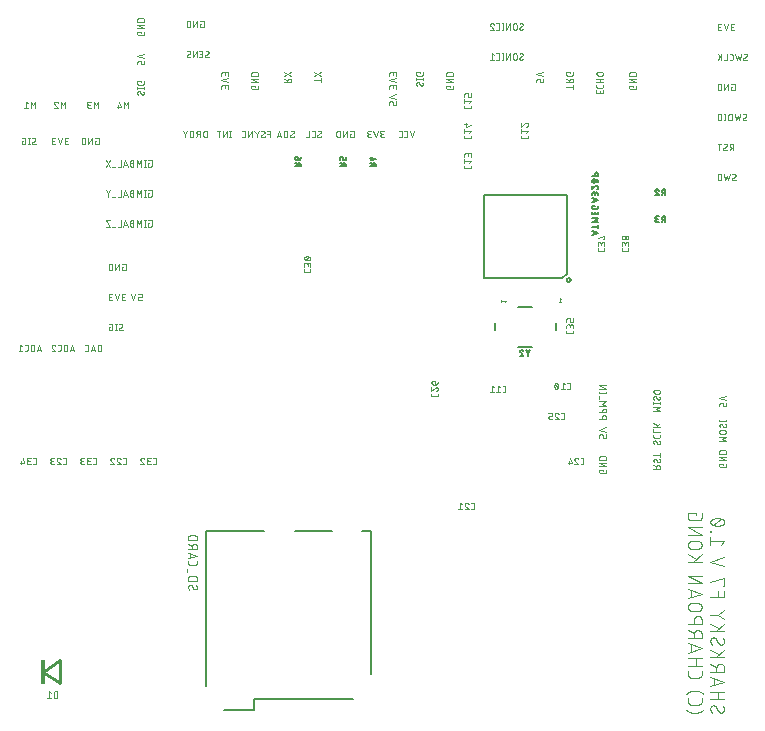
<source format=gbr>
G04 EAGLE Gerber RS-274X export*
G75*
%MOMM*%
%FSLAX34Y34*%
%LPD*%
%INSilkscreen Bottom*%
%IPPOS*%
%AMOC8*
5,1,8,0,0,1.08239X$1,22.5*%
G01*
%ADD10C,0.050800*%
%ADD11C,0.025400*%
%ADD12C,0.101600*%
%ADD13C,0.127000*%
%ADD14C,0.200000*%
%ADD15C,0.076200*%
%ADD16C,0.203200*%
%ADD17C,0.254000*%
%ADD18R,0.300000X2.100000*%


D10*
X52578Y958585D02*
X52578Y960447D01*
X52580Y960517D01*
X52586Y960586D01*
X52596Y960655D01*
X52609Y960723D01*
X52627Y960791D01*
X52648Y960857D01*
X52673Y960922D01*
X52701Y960986D01*
X52733Y961048D01*
X52768Y961108D01*
X52807Y961166D01*
X52849Y961221D01*
X52894Y961275D01*
X52942Y961325D01*
X52992Y961373D01*
X53046Y961418D01*
X53101Y961460D01*
X53159Y961499D01*
X53219Y961534D01*
X53281Y961566D01*
X53345Y961594D01*
X53410Y961619D01*
X53476Y961640D01*
X53544Y961658D01*
X53612Y961671D01*
X53681Y961681D01*
X53750Y961687D01*
X53820Y961689D01*
X54441Y961689D01*
X54511Y961687D01*
X54580Y961681D01*
X54649Y961671D01*
X54717Y961658D01*
X54785Y961640D01*
X54851Y961619D01*
X54916Y961594D01*
X54980Y961566D01*
X55042Y961534D01*
X55102Y961499D01*
X55160Y961460D01*
X55215Y961418D01*
X55269Y961373D01*
X55319Y961325D01*
X55367Y961275D01*
X55412Y961221D01*
X55454Y961166D01*
X55493Y961108D01*
X55528Y961048D01*
X55560Y960986D01*
X55588Y960922D01*
X55613Y960857D01*
X55634Y960791D01*
X55652Y960723D01*
X55665Y960655D01*
X55675Y960586D01*
X55681Y960517D01*
X55683Y960447D01*
X55682Y960447D02*
X55682Y958585D01*
X58166Y958585D01*
X58166Y961689D01*
X58166Y963761D02*
X52578Y965623D01*
X58166Y967486D01*
X55682Y985330D02*
X55682Y986262D01*
X52578Y986262D01*
X52578Y984399D01*
X52580Y984329D01*
X52586Y984260D01*
X52596Y984191D01*
X52609Y984123D01*
X52627Y984055D01*
X52648Y983989D01*
X52673Y983924D01*
X52701Y983860D01*
X52733Y983798D01*
X52768Y983738D01*
X52807Y983680D01*
X52849Y983625D01*
X52894Y983571D01*
X52942Y983521D01*
X52992Y983473D01*
X53046Y983428D01*
X53101Y983386D01*
X53159Y983347D01*
X53219Y983312D01*
X53281Y983280D01*
X53345Y983252D01*
X53410Y983227D01*
X53476Y983206D01*
X53544Y983188D01*
X53612Y983175D01*
X53681Y983165D01*
X53750Y983159D01*
X53820Y983157D01*
X56924Y983157D01*
X56994Y983159D01*
X57063Y983165D01*
X57132Y983175D01*
X57200Y983188D01*
X57268Y983206D01*
X57334Y983227D01*
X57399Y983252D01*
X57463Y983280D01*
X57525Y983312D01*
X57585Y983347D01*
X57643Y983386D01*
X57698Y983428D01*
X57752Y983473D01*
X57802Y983521D01*
X57850Y983571D01*
X57895Y983625D01*
X57937Y983680D01*
X57976Y983738D01*
X58011Y983798D01*
X58043Y983860D01*
X58071Y983924D01*
X58096Y983989D01*
X58117Y984055D01*
X58135Y984123D01*
X58148Y984191D01*
X58158Y984260D01*
X58164Y984329D01*
X58166Y984399D01*
X58166Y986262D01*
X58166Y989009D02*
X52578Y989009D01*
X52578Y992114D02*
X58166Y989009D01*
X58166Y992114D02*
X52578Y992114D01*
X52578Y994862D02*
X58166Y994862D01*
X58166Y996414D01*
X58164Y996490D01*
X58159Y996566D01*
X58149Y996642D01*
X58136Y996717D01*
X58119Y996791D01*
X58099Y996865D01*
X58075Y996937D01*
X58048Y997008D01*
X58017Y997078D01*
X57983Y997146D01*
X57945Y997212D01*
X57904Y997276D01*
X57861Y997339D01*
X57814Y997399D01*
X57764Y997456D01*
X57711Y997511D01*
X57656Y997564D01*
X57599Y997614D01*
X57539Y997661D01*
X57476Y997704D01*
X57412Y997745D01*
X57346Y997783D01*
X57278Y997817D01*
X57208Y997848D01*
X57137Y997875D01*
X57064Y997899D01*
X56991Y997919D01*
X56917Y997936D01*
X56842Y997949D01*
X56766Y997959D01*
X56690Y997964D01*
X56614Y997966D01*
X54130Y997966D01*
X54051Y997964D01*
X53973Y997958D01*
X53895Y997948D01*
X53818Y997934D01*
X53741Y997916D01*
X53665Y997895D01*
X53591Y997869D01*
X53518Y997840D01*
X53447Y997807D01*
X53377Y997771D01*
X53309Y997731D01*
X53243Y997688D01*
X53180Y997641D01*
X53119Y997592D01*
X53061Y997539D01*
X53005Y997483D01*
X52952Y997425D01*
X52903Y997364D01*
X52856Y997301D01*
X52813Y997235D01*
X52773Y997167D01*
X52737Y997098D01*
X52704Y997026D01*
X52675Y996953D01*
X52649Y996879D01*
X52628Y996803D01*
X52610Y996726D01*
X52596Y996649D01*
X52586Y996571D01*
X52580Y996493D01*
X52578Y996414D01*
X52578Y994862D01*
X53820Y935848D02*
X53750Y935846D01*
X53681Y935840D01*
X53612Y935830D01*
X53544Y935817D01*
X53476Y935799D01*
X53410Y935778D01*
X53345Y935753D01*
X53281Y935725D01*
X53219Y935693D01*
X53159Y935658D01*
X53101Y935619D01*
X53046Y935577D01*
X52992Y935532D01*
X52942Y935484D01*
X52894Y935434D01*
X52849Y935380D01*
X52807Y935325D01*
X52768Y935267D01*
X52733Y935207D01*
X52701Y935145D01*
X52673Y935081D01*
X52648Y935016D01*
X52627Y934950D01*
X52609Y934882D01*
X52596Y934814D01*
X52586Y934745D01*
X52580Y934676D01*
X52578Y934606D01*
X52580Y934507D01*
X52585Y934409D01*
X52595Y934311D01*
X52608Y934213D01*
X52624Y934116D01*
X52644Y934019D01*
X52668Y933924D01*
X52696Y933829D01*
X52727Y933735D01*
X52761Y933643D01*
X52799Y933552D01*
X52840Y933462D01*
X52885Y933374D01*
X52933Y933288D01*
X52984Y933204D01*
X53038Y933122D01*
X53096Y933041D01*
X53156Y932963D01*
X53219Y932888D01*
X53285Y932814D01*
X53354Y932744D01*
X56924Y932898D02*
X56994Y932900D01*
X57063Y932906D01*
X57132Y932916D01*
X57200Y932929D01*
X57268Y932947D01*
X57334Y932968D01*
X57399Y932993D01*
X57463Y933021D01*
X57525Y933053D01*
X57585Y933088D01*
X57643Y933127D01*
X57698Y933169D01*
X57752Y933214D01*
X57802Y933262D01*
X57850Y933312D01*
X57895Y933366D01*
X57937Y933421D01*
X57976Y933479D01*
X58011Y933539D01*
X58043Y933601D01*
X58071Y933665D01*
X58096Y933730D01*
X58117Y933796D01*
X58135Y933864D01*
X58148Y933932D01*
X58158Y934001D01*
X58164Y934070D01*
X58166Y934140D01*
X58164Y934234D01*
X58158Y934327D01*
X58149Y934420D01*
X58136Y934513D01*
X58119Y934605D01*
X58099Y934696D01*
X58074Y934787D01*
X58047Y934876D01*
X58015Y934964D01*
X57980Y935051D01*
X57942Y935137D01*
X57900Y935220D01*
X57855Y935302D01*
X57807Y935383D01*
X57755Y935461D01*
X57700Y935537D01*
X55838Y933520D02*
X55874Y933461D01*
X55914Y933405D01*
X55957Y933351D01*
X56002Y933299D01*
X56051Y933250D01*
X56102Y933204D01*
X56155Y933161D01*
X56211Y933120D01*
X56269Y933083D01*
X56329Y933048D01*
X56390Y933018D01*
X56453Y932990D01*
X56518Y932966D01*
X56584Y932946D01*
X56651Y932929D01*
X56718Y932916D01*
X56786Y932907D01*
X56855Y932901D01*
X56924Y932899D01*
X54906Y935227D02*
X54870Y935286D01*
X54830Y935342D01*
X54787Y935396D01*
X54742Y935448D01*
X54693Y935497D01*
X54642Y935543D01*
X54589Y935586D01*
X54533Y935627D01*
X54475Y935664D01*
X54415Y935699D01*
X54354Y935729D01*
X54291Y935757D01*
X54226Y935781D01*
X54160Y935801D01*
X54093Y935818D01*
X54026Y935831D01*
X53958Y935840D01*
X53889Y935846D01*
X53820Y935848D01*
X54906Y935227D02*
X55838Y933519D01*
X58166Y938502D02*
X52578Y938502D01*
X52578Y937881D02*
X52578Y939123D01*
X58166Y939123D02*
X58166Y937881D01*
X55682Y943695D02*
X55682Y944626D01*
X52578Y944626D01*
X52578Y942763D01*
X52580Y942693D01*
X52586Y942624D01*
X52596Y942555D01*
X52609Y942487D01*
X52627Y942419D01*
X52648Y942353D01*
X52673Y942288D01*
X52701Y942224D01*
X52733Y942162D01*
X52768Y942102D01*
X52807Y942044D01*
X52849Y941989D01*
X52894Y941935D01*
X52942Y941885D01*
X52992Y941837D01*
X53046Y941792D01*
X53101Y941750D01*
X53159Y941711D01*
X53219Y941676D01*
X53281Y941644D01*
X53345Y941616D01*
X53410Y941591D01*
X53476Y941570D01*
X53544Y941552D01*
X53612Y941539D01*
X53681Y941529D01*
X53750Y941523D01*
X53820Y941521D01*
X53820Y941522D02*
X56924Y941522D01*
X56924Y941521D02*
X56994Y941523D01*
X57063Y941529D01*
X57132Y941539D01*
X57200Y941552D01*
X57268Y941570D01*
X57334Y941591D01*
X57399Y941616D01*
X57463Y941644D01*
X57525Y941676D01*
X57585Y941711D01*
X57643Y941750D01*
X57698Y941792D01*
X57752Y941837D01*
X57802Y941885D01*
X57850Y941935D01*
X57895Y941989D01*
X57937Y942044D01*
X57976Y942102D01*
X58011Y942162D01*
X58043Y942224D01*
X58071Y942288D01*
X58096Y942353D01*
X58117Y942419D01*
X58135Y942487D01*
X58148Y942555D01*
X58158Y942624D01*
X58164Y942693D01*
X58166Y942763D01*
X58166Y944626D01*
X-35446Y890778D02*
X-35516Y890780D01*
X-35585Y890786D01*
X-35654Y890796D01*
X-35722Y890809D01*
X-35790Y890827D01*
X-35856Y890848D01*
X-35921Y890873D01*
X-35985Y890901D01*
X-36047Y890933D01*
X-36107Y890968D01*
X-36165Y891007D01*
X-36220Y891049D01*
X-36274Y891094D01*
X-36324Y891142D01*
X-36372Y891192D01*
X-36417Y891246D01*
X-36459Y891301D01*
X-36498Y891359D01*
X-36533Y891419D01*
X-36565Y891481D01*
X-36593Y891545D01*
X-36618Y891610D01*
X-36639Y891676D01*
X-36657Y891744D01*
X-36670Y891812D01*
X-36680Y891881D01*
X-36686Y891950D01*
X-36688Y892020D01*
X-35446Y890778D02*
X-35347Y890780D01*
X-35249Y890785D01*
X-35151Y890795D01*
X-35053Y890808D01*
X-34956Y890824D01*
X-34859Y890844D01*
X-34764Y890868D01*
X-34669Y890896D01*
X-34575Y890927D01*
X-34483Y890961D01*
X-34392Y890999D01*
X-34302Y891040D01*
X-34214Y891085D01*
X-34128Y891133D01*
X-34044Y891184D01*
X-33962Y891238D01*
X-33881Y891296D01*
X-33803Y891356D01*
X-33728Y891419D01*
X-33654Y891485D01*
X-33584Y891554D01*
X-33738Y895124D02*
X-33740Y895194D01*
X-33746Y895263D01*
X-33756Y895332D01*
X-33769Y895400D01*
X-33787Y895468D01*
X-33808Y895534D01*
X-33833Y895599D01*
X-33861Y895663D01*
X-33893Y895725D01*
X-33928Y895785D01*
X-33967Y895843D01*
X-34009Y895898D01*
X-34054Y895952D01*
X-34102Y896002D01*
X-34152Y896050D01*
X-34206Y896095D01*
X-34261Y896137D01*
X-34319Y896176D01*
X-34379Y896211D01*
X-34441Y896243D01*
X-34505Y896271D01*
X-34570Y896296D01*
X-34636Y896317D01*
X-34704Y896335D01*
X-34772Y896348D01*
X-34841Y896358D01*
X-34910Y896364D01*
X-34980Y896366D01*
X-35074Y896364D01*
X-35167Y896358D01*
X-35260Y896349D01*
X-35353Y896336D01*
X-35445Y896319D01*
X-35536Y896299D01*
X-35627Y896274D01*
X-35716Y896247D01*
X-35804Y896215D01*
X-35891Y896180D01*
X-35977Y896142D01*
X-36060Y896100D01*
X-36142Y896055D01*
X-36223Y896007D01*
X-36301Y895955D01*
X-36377Y895900D01*
X-34360Y894038D02*
X-34301Y894074D01*
X-34245Y894114D01*
X-34191Y894157D01*
X-34139Y894202D01*
X-34090Y894251D01*
X-34044Y894302D01*
X-34001Y894355D01*
X-33960Y894411D01*
X-33923Y894469D01*
X-33888Y894529D01*
X-33858Y894590D01*
X-33830Y894653D01*
X-33806Y894718D01*
X-33786Y894784D01*
X-33769Y894851D01*
X-33756Y894918D01*
X-33747Y894986D01*
X-33741Y895055D01*
X-33739Y895124D01*
X-36067Y893106D02*
X-36126Y893070D01*
X-36182Y893030D01*
X-36236Y892987D01*
X-36288Y892942D01*
X-36337Y892893D01*
X-36383Y892842D01*
X-36426Y892789D01*
X-36467Y892733D01*
X-36504Y892675D01*
X-36539Y892615D01*
X-36569Y892554D01*
X-36597Y892491D01*
X-36621Y892426D01*
X-36641Y892360D01*
X-36658Y892293D01*
X-36671Y892226D01*
X-36680Y892158D01*
X-36686Y892089D01*
X-36688Y892020D01*
X-36067Y893106D02*
X-34359Y894038D01*
X-39342Y896366D02*
X-39342Y890778D01*
X-38721Y890778D02*
X-39963Y890778D01*
X-39963Y896366D02*
X-38721Y896366D01*
X-44535Y893882D02*
X-45466Y893882D01*
X-45466Y890778D01*
X-43603Y890778D01*
X-43533Y890780D01*
X-43464Y890786D01*
X-43395Y890796D01*
X-43327Y890809D01*
X-43259Y890827D01*
X-43193Y890848D01*
X-43128Y890873D01*
X-43064Y890901D01*
X-43002Y890933D01*
X-42942Y890968D01*
X-42884Y891007D01*
X-42829Y891049D01*
X-42775Y891094D01*
X-42725Y891142D01*
X-42677Y891192D01*
X-42632Y891246D01*
X-42590Y891301D01*
X-42551Y891359D01*
X-42516Y891419D01*
X-42484Y891481D01*
X-42456Y891545D01*
X-42431Y891610D01*
X-42410Y891676D01*
X-42392Y891744D01*
X-42379Y891812D01*
X-42369Y891881D01*
X-42363Y891950D01*
X-42361Y892020D01*
X-42362Y892020D02*
X-42362Y895124D01*
X-42361Y895124D02*
X-42363Y895194D01*
X-42369Y895263D01*
X-42379Y895332D01*
X-42392Y895400D01*
X-42410Y895468D01*
X-42431Y895534D01*
X-42456Y895599D01*
X-42484Y895663D01*
X-42516Y895725D01*
X-42551Y895785D01*
X-42590Y895843D01*
X-42632Y895898D01*
X-42677Y895952D01*
X-42725Y896002D01*
X-42775Y896050D01*
X-42829Y896095D01*
X-42884Y896137D01*
X-42942Y896176D01*
X-43002Y896211D01*
X-43064Y896243D01*
X-43128Y896271D01*
X-43193Y896296D01*
X-43259Y896317D01*
X-43327Y896335D01*
X-43395Y896348D01*
X-43464Y896358D01*
X-43533Y896364D01*
X-43603Y896366D01*
X-45466Y896366D01*
X-7541Y890778D02*
X-5989Y890778D01*
X-7541Y890778D02*
X-7618Y890780D01*
X-7696Y890786D01*
X-7772Y890795D01*
X-7849Y890809D01*
X-7924Y890826D01*
X-7998Y890847D01*
X-8072Y890872D01*
X-8144Y890900D01*
X-8214Y890932D01*
X-8283Y890967D01*
X-8350Y891006D01*
X-8415Y891048D01*
X-8478Y891093D01*
X-8539Y891141D01*
X-8597Y891192D01*
X-8652Y891246D01*
X-8705Y891303D01*
X-8754Y891362D01*
X-8801Y891424D01*
X-8845Y891488D01*
X-8885Y891554D01*
X-8922Y891622D01*
X-8956Y891692D01*
X-8986Y891763D01*
X-9012Y891836D01*
X-9035Y891910D01*
X-9054Y891985D01*
X-9069Y892060D01*
X-9081Y892137D01*
X-9089Y892214D01*
X-9093Y892291D01*
X-9093Y892369D01*
X-9089Y892446D01*
X-9081Y892523D01*
X-9069Y892600D01*
X-9054Y892675D01*
X-9035Y892750D01*
X-9012Y892824D01*
X-8986Y892897D01*
X-8956Y892968D01*
X-8922Y893038D01*
X-8885Y893106D01*
X-8845Y893172D01*
X-8801Y893236D01*
X-8754Y893298D01*
X-8705Y893357D01*
X-8652Y893414D01*
X-8597Y893468D01*
X-8539Y893519D01*
X-8478Y893567D01*
X-8415Y893612D01*
X-8350Y893654D01*
X-8283Y893693D01*
X-8214Y893728D01*
X-8144Y893760D01*
X-8072Y893788D01*
X-7998Y893813D01*
X-7924Y893834D01*
X-7849Y893851D01*
X-7772Y893865D01*
X-7696Y893874D01*
X-7618Y893880D01*
X-7541Y893882D01*
X-7851Y896366D02*
X-5989Y896366D01*
X-7851Y896366D02*
X-7921Y896364D01*
X-7990Y896358D01*
X-8059Y896348D01*
X-8127Y896335D01*
X-8195Y896317D01*
X-8261Y896296D01*
X-8326Y896271D01*
X-8390Y896243D01*
X-8452Y896211D01*
X-8512Y896176D01*
X-8570Y896137D01*
X-8625Y896095D01*
X-8679Y896050D01*
X-8729Y896002D01*
X-8777Y895952D01*
X-8822Y895898D01*
X-8864Y895843D01*
X-8903Y895785D01*
X-8938Y895725D01*
X-8970Y895663D01*
X-8998Y895599D01*
X-9023Y895534D01*
X-9044Y895468D01*
X-9062Y895400D01*
X-9075Y895332D01*
X-9085Y895263D01*
X-9091Y895194D01*
X-9093Y895124D01*
X-9091Y895054D01*
X-9085Y894985D01*
X-9075Y894916D01*
X-9062Y894848D01*
X-9044Y894780D01*
X-9023Y894714D01*
X-8998Y894649D01*
X-8970Y894585D01*
X-8938Y894523D01*
X-8903Y894463D01*
X-8864Y894405D01*
X-8822Y894350D01*
X-8777Y894296D01*
X-8729Y894246D01*
X-8679Y894198D01*
X-8625Y894153D01*
X-8570Y894111D01*
X-8512Y894072D01*
X-8452Y894037D01*
X-8390Y894005D01*
X-8326Y893977D01*
X-8261Y893952D01*
X-8195Y893931D01*
X-8127Y893913D01*
X-8059Y893900D01*
X-7990Y893890D01*
X-7921Y893884D01*
X-7851Y893882D01*
X-6610Y893882D01*
X-11165Y896366D02*
X-13027Y890778D01*
X-14890Y896366D01*
X-16962Y890778D02*
X-18514Y890778D01*
X-18591Y890780D01*
X-18669Y890786D01*
X-18745Y890795D01*
X-18822Y890809D01*
X-18897Y890826D01*
X-18971Y890847D01*
X-19045Y890872D01*
X-19117Y890900D01*
X-19187Y890932D01*
X-19256Y890967D01*
X-19323Y891006D01*
X-19388Y891048D01*
X-19451Y891093D01*
X-19512Y891141D01*
X-19570Y891192D01*
X-19625Y891246D01*
X-19678Y891303D01*
X-19727Y891362D01*
X-19774Y891424D01*
X-19818Y891488D01*
X-19858Y891554D01*
X-19895Y891622D01*
X-19929Y891692D01*
X-19959Y891763D01*
X-19985Y891836D01*
X-20008Y891910D01*
X-20027Y891985D01*
X-20042Y892060D01*
X-20054Y892137D01*
X-20062Y892214D01*
X-20066Y892291D01*
X-20066Y892369D01*
X-20062Y892446D01*
X-20054Y892523D01*
X-20042Y892600D01*
X-20027Y892675D01*
X-20008Y892750D01*
X-19985Y892824D01*
X-19959Y892897D01*
X-19929Y892968D01*
X-19895Y893038D01*
X-19858Y893106D01*
X-19818Y893172D01*
X-19774Y893236D01*
X-19727Y893298D01*
X-19678Y893357D01*
X-19625Y893414D01*
X-19570Y893468D01*
X-19512Y893519D01*
X-19451Y893567D01*
X-19388Y893612D01*
X-19323Y893654D01*
X-19256Y893693D01*
X-19187Y893728D01*
X-19117Y893760D01*
X-19045Y893788D01*
X-18971Y893813D01*
X-18897Y893834D01*
X-18822Y893851D01*
X-18745Y893865D01*
X-18669Y893874D01*
X-18591Y893880D01*
X-18514Y893882D01*
X-18824Y896366D02*
X-16962Y896366D01*
X-18824Y896366D02*
X-18894Y896364D01*
X-18963Y896358D01*
X-19032Y896348D01*
X-19100Y896335D01*
X-19168Y896317D01*
X-19234Y896296D01*
X-19299Y896271D01*
X-19363Y896243D01*
X-19425Y896211D01*
X-19485Y896176D01*
X-19543Y896137D01*
X-19598Y896095D01*
X-19652Y896050D01*
X-19702Y896002D01*
X-19750Y895952D01*
X-19795Y895898D01*
X-19837Y895843D01*
X-19876Y895785D01*
X-19911Y895725D01*
X-19943Y895663D01*
X-19971Y895599D01*
X-19996Y895534D01*
X-20017Y895468D01*
X-20035Y895400D01*
X-20048Y895332D01*
X-20058Y895263D01*
X-20064Y895194D01*
X-20066Y895124D01*
X-20064Y895054D01*
X-20058Y894985D01*
X-20048Y894916D01*
X-20035Y894848D01*
X-20017Y894780D01*
X-19996Y894714D01*
X-19971Y894649D01*
X-19943Y894585D01*
X-19911Y894523D01*
X-19876Y894463D01*
X-19837Y894405D01*
X-19795Y894350D01*
X-19750Y894296D01*
X-19702Y894246D01*
X-19652Y894198D01*
X-19598Y894153D01*
X-19543Y894111D01*
X-19485Y894072D01*
X-19425Y894037D01*
X-19363Y894005D01*
X-19299Y893977D01*
X-19234Y893952D01*
X-19168Y893931D01*
X-19100Y893913D01*
X-19032Y893900D01*
X-18963Y893890D01*
X-18894Y893884D01*
X-18824Y893882D01*
X-17582Y893882D01*
X17038Y893882D02*
X17970Y893882D01*
X17038Y893882D02*
X17038Y890778D01*
X18901Y890778D01*
X18971Y890780D01*
X19040Y890786D01*
X19109Y890796D01*
X19177Y890809D01*
X19245Y890827D01*
X19311Y890848D01*
X19376Y890873D01*
X19440Y890901D01*
X19502Y890933D01*
X19562Y890968D01*
X19620Y891007D01*
X19675Y891049D01*
X19729Y891094D01*
X19779Y891142D01*
X19827Y891192D01*
X19872Y891246D01*
X19914Y891301D01*
X19953Y891359D01*
X19988Y891419D01*
X20020Y891481D01*
X20048Y891545D01*
X20073Y891610D01*
X20094Y891676D01*
X20112Y891744D01*
X20125Y891812D01*
X20135Y891881D01*
X20141Y891950D01*
X20143Y892020D01*
X20143Y895124D01*
X20141Y895194D01*
X20135Y895263D01*
X20125Y895332D01*
X20112Y895400D01*
X20094Y895468D01*
X20073Y895534D01*
X20048Y895599D01*
X20020Y895663D01*
X19988Y895725D01*
X19953Y895785D01*
X19914Y895843D01*
X19872Y895898D01*
X19827Y895952D01*
X19779Y896002D01*
X19729Y896050D01*
X19675Y896095D01*
X19620Y896137D01*
X19562Y896176D01*
X19502Y896211D01*
X19440Y896243D01*
X19376Y896271D01*
X19311Y896296D01*
X19245Y896317D01*
X19177Y896335D01*
X19109Y896348D01*
X19040Y896358D01*
X18971Y896364D01*
X18901Y896366D01*
X17038Y896366D01*
X14291Y896366D02*
X14291Y890778D01*
X11186Y890778D02*
X14291Y896366D01*
X11186Y896366D02*
X11186Y890778D01*
X8438Y890778D02*
X8438Y896366D01*
X6886Y896366D01*
X6810Y896364D01*
X6734Y896359D01*
X6658Y896349D01*
X6583Y896336D01*
X6509Y896319D01*
X6435Y896299D01*
X6363Y896275D01*
X6292Y896248D01*
X6222Y896217D01*
X6154Y896183D01*
X6088Y896145D01*
X6024Y896104D01*
X5961Y896061D01*
X5901Y896014D01*
X5844Y895964D01*
X5789Y895911D01*
X5736Y895856D01*
X5686Y895799D01*
X5639Y895739D01*
X5596Y895676D01*
X5555Y895612D01*
X5517Y895546D01*
X5483Y895478D01*
X5452Y895408D01*
X5425Y895337D01*
X5401Y895265D01*
X5381Y895191D01*
X5364Y895117D01*
X5351Y895042D01*
X5341Y894966D01*
X5336Y894890D01*
X5334Y894814D01*
X5334Y892330D01*
X5336Y892254D01*
X5341Y892178D01*
X5351Y892102D01*
X5364Y892027D01*
X5381Y891953D01*
X5401Y891879D01*
X5425Y891807D01*
X5452Y891736D01*
X5483Y891666D01*
X5517Y891598D01*
X5555Y891532D01*
X5596Y891468D01*
X5639Y891405D01*
X5686Y891345D01*
X5736Y891288D01*
X5789Y891233D01*
X5844Y891180D01*
X5901Y891130D01*
X5961Y891083D01*
X6024Y891040D01*
X6088Y890999D01*
X6154Y890961D01*
X6222Y890927D01*
X6292Y890896D01*
X6363Y890869D01*
X6435Y890845D01*
X6509Y890825D01*
X6583Y890808D01*
X6658Y890795D01*
X6734Y890785D01*
X6810Y890780D01*
X6886Y890778D01*
X8438Y890778D01*
X36972Y734540D02*
X36974Y734470D01*
X36980Y734401D01*
X36990Y734332D01*
X37003Y734264D01*
X37021Y734196D01*
X37042Y734130D01*
X37067Y734065D01*
X37095Y734001D01*
X37127Y733939D01*
X37162Y733879D01*
X37201Y733821D01*
X37243Y733766D01*
X37288Y733712D01*
X37336Y733662D01*
X37386Y733614D01*
X37440Y733569D01*
X37495Y733527D01*
X37553Y733488D01*
X37613Y733453D01*
X37675Y733421D01*
X37739Y733393D01*
X37804Y733368D01*
X37870Y733347D01*
X37938Y733329D01*
X38006Y733316D01*
X38075Y733306D01*
X38144Y733300D01*
X38214Y733298D01*
X38313Y733300D01*
X38411Y733305D01*
X38509Y733315D01*
X38607Y733328D01*
X38704Y733344D01*
X38801Y733364D01*
X38896Y733388D01*
X38991Y733416D01*
X39085Y733447D01*
X39177Y733481D01*
X39268Y733519D01*
X39358Y733560D01*
X39446Y733605D01*
X39532Y733653D01*
X39616Y733704D01*
X39698Y733758D01*
X39779Y733816D01*
X39857Y733876D01*
X39932Y733939D01*
X40006Y734005D01*
X40076Y734074D01*
X39922Y737644D02*
X39920Y737714D01*
X39914Y737783D01*
X39904Y737852D01*
X39891Y737920D01*
X39873Y737988D01*
X39852Y738054D01*
X39827Y738119D01*
X39799Y738183D01*
X39767Y738245D01*
X39732Y738305D01*
X39693Y738363D01*
X39651Y738418D01*
X39606Y738472D01*
X39558Y738522D01*
X39508Y738570D01*
X39454Y738615D01*
X39399Y738657D01*
X39341Y738696D01*
X39281Y738731D01*
X39219Y738763D01*
X39155Y738791D01*
X39090Y738816D01*
X39024Y738837D01*
X38956Y738855D01*
X38888Y738868D01*
X38819Y738878D01*
X38750Y738884D01*
X38680Y738886D01*
X38586Y738884D01*
X38493Y738878D01*
X38400Y738869D01*
X38307Y738856D01*
X38215Y738839D01*
X38124Y738819D01*
X38033Y738794D01*
X37944Y738767D01*
X37856Y738735D01*
X37769Y738700D01*
X37683Y738662D01*
X37600Y738620D01*
X37517Y738575D01*
X37437Y738527D01*
X37359Y738475D01*
X37283Y738420D01*
X39300Y736558D02*
X39359Y736594D01*
X39415Y736634D01*
X39469Y736677D01*
X39521Y736722D01*
X39570Y736771D01*
X39616Y736822D01*
X39659Y736875D01*
X39700Y736931D01*
X39737Y736989D01*
X39772Y737049D01*
X39802Y737110D01*
X39830Y737173D01*
X39854Y737238D01*
X39874Y737304D01*
X39891Y737371D01*
X39904Y737438D01*
X39913Y737506D01*
X39919Y737575D01*
X39921Y737644D01*
X37593Y735626D02*
X37534Y735590D01*
X37478Y735550D01*
X37424Y735507D01*
X37372Y735462D01*
X37323Y735413D01*
X37277Y735362D01*
X37234Y735309D01*
X37193Y735253D01*
X37156Y735195D01*
X37121Y735136D01*
X37091Y735074D01*
X37063Y735011D01*
X37039Y734946D01*
X37019Y734880D01*
X37002Y734813D01*
X36989Y734746D01*
X36980Y734678D01*
X36974Y734609D01*
X36972Y734540D01*
X37593Y735626D02*
X39301Y736558D01*
X34318Y738886D02*
X34318Y733298D01*
X34939Y733298D02*
X33697Y733298D01*
X33697Y738886D02*
X34939Y738886D01*
X29125Y736402D02*
X28194Y736402D01*
X28194Y733298D01*
X30057Y733298D01*
X30127Y733300D01*
X30196Y733306D01*
X30265Y733316D01*
X30333Y733329D01*
X30401Y733347D01*
X30467Y733368D01*
X30532Y733393D01*
X30596Y733421D01*
X30658Y733453D01*
X30718Y733488D01*
X30776Y733527D01*
X30831Y733569D01*
X30885Y733614D01*
X30935Y733662D01*
X30983Y733712D01*
X31028Y733766D01*
X31070Y733821D01*
X31109Y733879D01*
X31144Y733939D01*
X31176Y734001D01*
X31204Y734065D01*
X31229Y734130D01*
X31250Y734196D01*
X31268Y734264D01*
X31281Y734332D01*
X31291Y734401D01*
X31297Y734470D01*
X31299Y734540D01*
X31298Y734540D02*
X31298Y737644D01*
X31299Y737644D02*
X31297Y737714D01*
X31291Y737783D01*
X31281Y737852D01*
X31268Y737920D01*
X31250Y737988D01*
X31229Y738054D01*
X31204Y738119D01*
X31176Y738183D01*
X31144Y738245D01*
X31109Y738305D01*
X31070Y738363D01*
X31028Y738418D01*
X30983Y738472D01*
X30935Y738522D01*
X30885Y738570D01*
X30831Y738615D01*
X30776Y738657D01*
X30718Y738696D01*
X30658Y738731D01*
X30596Y738763D01*
X30532Y738791D01*
X30467Y738816D01*
X30401Y738837D01*
X30333Y738855D01*
X30265Y738868D01*
X30196Y738878D01*
X30127Y738884D01*
X30057Y738886D01*
X28194Y738886D01*
X54307Y758698D02*
X56170Y758698D01*
X54307Y758698D02*
X54237Y758700D01*
X54168Y758706D01*
X54099Y758716D01*
X54031Y758729D01*
X53963Y758747D01*
X53897Y758768D01*
X53832Y758793D01*
X53768Y758821D01*
X53706Y758853D01*
X53646Y758888D01*
X53588Y758927D01*
X53533Y758969D01*
X53479Y759014D01*
X53429Y759062D01*
X53381Y759112D01*
X53336Y759166D01*
X53294Y759221D01*
X53255Y759279D01*
X53220Y759339D01*
X53188Y759401D01*
X53160Y759465D01*
X53135Y759530D01*
X53114Y759596D01*
X53096Y759664D01*
X53083Y759732D01*
X53073Y759801D01*
X53067Y759870D01*
X53065Y759940D01*
X53066Y759940D02*
X53066Y760561D01*
X53065Y760561D02*
X53067Y760631D01*
X53073Y760700D01*
X53083Y760769D01*
X53096Y760837D01*
X53114Y760905D01*
X53135Y760971D01*
X53160Y761036D01*
X53188Y761100D01*
X53220Y761162D01*
X53255Y761222D01*
X53294Y761280D01*
X53336Y761335D01*
X53381Y761389D01*
X53429Y761439D01*
X53479Y761487D01*
X53533Y761532D01*
X53588Y761574D01*
X53646Y761613D01*
X53706Y761648D01*
X53768Y761680D01*
X53832Y761708D01*
X53897Y761733D01*
X53963Y761754D01*
X54031Y761772D01*
X54099Y761785D01*
X54168Y761795D01*
X54237Y761801D01*
X54307Y761803D01*
X54307Y761802D02*
X56170Y761802D01*
X56170Y764286D01*
X53066Y764286D01*
X50994Y764286D02*
X49131Y758698D01*
X47269Y764286D01*
X42271Y758698D02*
X40719Y758698D01*
X40642Y758700D01*
X40564Y758706D01*
X40488Y758715D01*
X40411Y758729D01*
X40336Y758746D01*
X40262Y758767D01*
X40188Y758792D01*
X40116Y758820D01*
X40046Y758852D01*
X39977Y758887D01*
X39910Y758926D01*
X39845Y758968D01*
X39782Y759013D01*
X39721Y759061D01*
X39663Y759112D01*
X39608Y759166D01*
X39555Y759223D01*
X39506Y759282D01*
X39459Y759344D01*
X39415Y759408D01*
X39375Y759474D01*
X39338Y759542D01*
X39304Y759612D01*
X39274Y759683D01*
X39248Y759756D01*
X39225Y759830D01*
X39206Y759905D01*
X39191Y759980D01*
X39179Y760057D01*
X39171Y760134D01*
X39167Y760211D01*
X39167Y760289D01*
X39171Y760366D01*
X39179Y760443D01*
X39191Y760520D01*
X39206Y760595D01*
X39225Y760670D01*
X39248Y760744D01*
X39274Y760817D01*
X39304Y760888D01*
X39338Y760958D01*
X39375Y761026D01*
X39415Y761092D01*
X39459Y761156D01*
X39506Y761218D01*
X39555Y761277D01*
X39608Y761334D01*
X39663Y761388D01*
X39721Y761439D01*
X39782Y761487D01*
X39845Y761532D01*
X39910Y761574D01*
X39977Y761613D01*
X40046Y761648D01*
X40116Y761680D01*
X40188Y761708D01*
X40262Y761733D01*
X40336Y761754D01*
X40411Y761771D01*
X40488Y761785D01*
X40564Y761794D01*
X40642Y761800D01*
X40719Y761802D01*
X40409Y764286D02*
X42271Y764286D01*
X40409Y764286D02*
X40339Y764284D01*
X40270Y764278D01*
X40201Y764268D01*
X40133Y764255D01*
X40065Y764237D01*
X39999Y764216D01*
X39934Y764191D01*
X39870Y764163D01*
X39808Y764131D01*
X39748Y764096D01*
X39690Y764057D01*
X39635Y764015D01*
X39581Y763970D01*
X39531Y763922D01*
X39483Y763872D01*
X39438Y763818D01*
X39396Y763763D01*
X39357Y763705D01*
X39322Y763645D01*
X39290Y763583D01*
X39262Y763519D01*
X39237Y763454D01*
X39216Y763388D01*
X39198Y763320D01*
X39185Y763252D01*
X39175Y763183D01*
X39169Y763114D01*
X39167Y763044D01*
X39169Y762974D01*
X39175Y762905D01*
X39185Y762836D01*
X39198Y762768D01*
X39216Y762700D01*
X39237Y762634D01*
X39262Y762569D01*
X39290Y762505D01*
X39322Y762443D01*
X39357Y762383D01*
X39396Y762325D01*
X39438Y762270D01*
X39483Y762216D01*
X39531Y762166D01*
X39581Y762118D01*
X39635Y762073D01*
X39690Y762031D01*
X39748Y761992D01*
X39808Y761957D01*
X39870Y761925D01*
X39934Y761897D01*
X39999Y761872D01*
X40065Y761851D01*
X40133Y761833D01*
X40201Y761820D01*
X40270Y761810D01*
X40339Y761804D01*
X40409Y761802D01*
X41650Y761802D01*
X37095Y764286D02*
X35233Y758698D01*
X33370Y764286D01*
X31298Y758698D02*
X29746Y758698D01*
X29669Y758700D01*
X29591Y758706D01*
X29515Y758715D01*
X29438Y758729D01*
X29363Y758746D01*
X29289Y758767D01*
X29215Y758792D01*
X29143Y758820D01*
X29073Y758852D01*
X29004Y758887D01*
X28937Y758926D01*
X28872Y758968D01*
X28809Y759013D01*
X28748Y759061D01*
X28690Y759112D01*
X28635Y759166D01*
X28582Y759223D01*
X28533Y759282D01*
X28486Y759344D01*
X28442Y759408D01*
X28402Y759474D01*
X28365Y759542D01*
X28331Y759612D01*
X28301Y759683D01*
X28275Y759756D01*
X28252Y759830D01*
X28233Y759905D01*
X28218Y759980D01*
X28206Y760057D01*
X28198Y760134D01*
X28194Y760211D01*
X28194Y760289D01*
X28198Y760366D01*
X28206Y760443D01*
X28218Y760520D01*
X28233Y760595D01*
X28252Y760670D01*
X28275Y760744D01*
X28301Y760817D01*
X28331Y760888D01*
X28365Y760958D01*
X28402Y761026D01*
X28442Y761092D01*
X28486Y761156D01*
X28533Y761218D01*
X28582Y761277D01*
X28635Y761334D01*
X28690Y761388D01*
X28748Y761439D01*
X28809Y761487D01*
X28872Y761532D01*
X28937Y761574D01*
X29004Y761613D01*
X29073Y761648D01*
X29143Y761680D01*
X29215Y761708D01*
X29289Y761733D01*
X29363Y761754D01*
X29438Y761771D01*
X29515Y761785D01*
X29591Y761794D01*
X29669Y761800D01*
X29746Y761802D01*
X29436Y764286D02*
X31298Y764286D01*
X29436Y764286D02*
X29366Y764284D01*
X29297Y764278D01*
X29228Y764268D01*
X29160Y764255D01*
X29092Y764237D01*
X29026Y764216D01*
X28961Y764191D01*
X28897Y764163D01*
X28835Y764131D01*
X28775Y764096D01*
X28717Y764057D01*
X28662Y764015D01*
X28608Y763970D01*
X28558Y763922D01*
X28510Y763872D01*
X28465Y763818D01*
X28423Y763763D01*
X28384Y763705D01*
X28349Y763645D01*
X28317Y763583D01*
X28289Y763519D01*
X28264Y763454D01*
X28243Y763388D01*
X28225Y763320D01*
X28212Y763252D01*
X28202Y763183D01*
X28196Y763114D01*
X28194Y763044D01*
X28196Y762974D01*
X28202Y762905D01*
X28212Y762836D01*
X28225Y762768D01*
X28243Y762700D01*
X28264Y762634D01*
X28289Y762569D01*
X28317Y762505D01*
X28349Y762443D01*
X28384Y762383D01*
X28423Y762325D01*
X28465Y762270D01*
X28510Y762216D01*
X28558Y762166D01*
X28608Y762118D01*
X28662Y762073D01*
X28717Y762031D01*
X28775Y761992D01*
X28835Y761957D01*
X28897Y761925D01*
X28961Y761897D01*
X29026Y761872D01*
X29092Y761851D01*
X29160Y761833D01*
X29228Y761820D01*
X29297Y761810D01*
X29366Y761804D01*
X29436Y761802D01*
X30678Y761802D01*
X39898Y787202D02*
X40830Y787202D01*
X39898Y787202D02*
X39898Y784098D01*
X41761Y784098D01*
X41831Y784100D01*
X41900Y784106D01*
X41969Y784116D01*
X42037Y784129D01*
X42105Y784147D01*
X42171Y784168D01*
X42236Y784193D01*
X42300Y784221D01*
X42362Y784253D01*
X42422Y784288D01*
X42480Y784327D01*
X42535Y784369D01*
X42589Y784414D01*
X42639Y784462D01*
X42687Y784512D01*
X42732Y784566D01*
X42774Y784621D01*
X42813Y784679D01*
X42848Y784739D01*
X42880Y784801D01*
X42908Y784865D01*
X42933Y784930D01*
X42954Y784996D01*
X42972Y785064D01*
X42985Y785132D01*
X42995Y785201D01*
X43001Y785270D01*
X43003Y785340D01*
X43003Y788444D01*
X43001Y788514D01*
X42995Y788583D01*
X42985Y788652D01*
X42972Y788720D01*
X42954Y788788D01*
X42933Y788854D01*
X42908Y788919D01*
X42880Y788983D01*
X42848Y789045D01*
X42813Y789105D01*
X42774Y789163D01*
X42732Y789218D01*
X42687Y789272D01*
X42639Y789322D01*
X42589Y789370D01*
X42535Y789415D01*
X42480Y789457D01*
X42422Y789496D01*
X42362Y789531D01*
X42300Y789563D01*
X42236Y789591D01*
X42171Y789616D01*
X42105Y789637D01*
X42037Y789655D01*
X41969Y789668D01*
X41900Y789678D01*
X41831Y789684D01*
X41761Y789686D01*
X39898Y789686D01*
X37151Y789686D02*
X37151Y784098D01*
X34046Y784098D02*
X37151Y789686D01*
X34046Y789686D02*
X34046Y784098D01*
X31298Y784098D02*
X31298Y789686D01*
X29746Y789686D01*
X29670Y789684D01*
X29594Y789679D01*
X29518Y789669D01*
X29443Y789656D01*
X29369Y789639D01*
X29295Y789619D01*
X29223Y789595D01*
X29152Y789568D01*
X29082Y789537D01*
X29014Y789503D01*
X28948Y789465D01*
X28884Y789424D01*
X28821Y789381D01*
X28761Y789334D01*
X28704Y789284D01*
X28649Y789231D01*
X28596Y789176D01*
X28546Y789119D01*
X28499Y789059D01*
X28456Y788996D01*
X28415Y788932D01*
X28377Y788866D01*
X28343Y788798D01*
X28312Y788728D01*
X28285Y788657D01*
X28261Y788585D01*
X28241Y788511D01*
X28224Y788437D01*
X28211Y788362D01*
X28201Y788286D01*
X28196Y788210D01*
X28194Y788134D01*
X28194Y785650D01*
X28196Y785574D01*
X28201Y785498D01*
X28211Y785422D01*
X28224Y785347D01*
X28241Y785273D01*
X28261Y785199D01*
X28285Y785127D01*
X28312Y785056D01*
X28343Y784986D01*
X28377Y784918D01*
X28415Y784852D01*
X28456Y784788D01*
X28499Y784725D01*
X28546Y784665D01*
X28596Y784608D01*
X28649Y784553D01*
X28704Y784500D01*
X28761Y784450D01*
X28821Y784403D01*
X28884Y784360D01*
X28948Y784319D01*
X29014Y784281D01*
X29082Y784247D01*
X29152Y784216D01*
X29223Y784189D01*
X29295Y784165D01*
X29369Y784145D01*
X29443Y784128D01*
X29518Y784115D01*
X29594Y784105D01*
X29670Y784100D01*
X29746Y784098D01*
X31298Y784098D01*
X123698Y938169D02*
X123698Y939721D01*
X123700Y939798D01*
X123706Y939876D01*
X123715Y939952D01*
X123729Y940029D01*
X123746Y940104D01*
X123767Y940178D01*
X123792Y940252D01*
X123820Y940324D01*
X123852Y940394D01*
X123887Y940463D01*
X123926Y940530D01*
X123968Y940595D01*
X124013Y940658D01*
X124061Y940719D01*
X124112Y940777D01*
X124166Y940832D01*
X124223Y940885D01*
X124282Y940934D01*
X124344Y940981D01*
X124408Y941025D01*
X124474Y941065D01*
X124542Y941102D01*
X124612Y941136D01*
X124683Y941166D01*
X124756Y941192D01*
X124830Y941215D01*
X124905Y941234D01*
X124980Y941249D01*
X125057Y941261D01*
X125134Y941269D01*
X125211Y941273D01*
X125289Y941273D01*
X125366Y941269D01*
X125443Y941261D01*
X125520Y941249D01*
X125595Y941234D01*
X125670Y941215D01*
X125744Y941192D01*
X125817Y941166D01*
X125888Y941136D01*
X125958Y941102D01*
X126026Y941065D01*
X126092Y941025D01*
X126156Y940981D01*
X126218Y940934D01*
X126277Y940885D01*
X126334Y940832D01*
X126388Y940777D01*
X126439Y940719D01*
X126487Y940658D01*
X126532Y940595D01*
X126574Y940530D01*
X126613Y940463D01*
X126648Y940394D01*
X126680Y940324D01*
X126708Y940252D01*
X126733Y940178D01*
X126754Y940104D01*
X126771Y940029D01*
X126785Y939952D01*
X126794Y939876D01*
X126800Y939798D01*
X126802Y939721D01*
X129286Y940031D02*
X129286Y938169D01*
X129286Y940031D02*
X129284Y940101D01*
X129278Y940170D01*
X129268Y940239D01*
X129255Y940307D01*
X129237Y940375D01*
X129216Y940441D01*
X129191Y940506D01*
X129163Y940570D01*
X129131Y940632D01*
X129096Y940692D01*
X129057Y940750D01*
X129015Y940805D01*
X128970Y940859D01*
X128922Y940909D01*
X128872Y940957D01*
X128818Y941002D01*
X128763Y941044D01*
X128705Y941083D01*
X128645Y941118D01*
X128583Y941150D01*
X128519Y941178D01*
X128454Y941203D01*
X128388Y941224D01*
X128320Y941242D01*
X128252Y941255D01*
X128183Y941265D01*
X128114Y941271D01*
X128044Y941273D01*
X127974Y941271D01*
X127905Y941265D01*
X127836Y941255D01*
X127768Y941242D01*
X127700Y941224D01*
X127634Y941203D01*
X127569Y941178D01*
X127505Y941150D01*
X127443Y941118D01*
X127383Y941083D01*
X127325Y941044D01*
X127270Y941002D01*
X127216Y940957D01*
X127166Y940909D01*
X127118Y940859D01*
X127073Y940805D01*
X127031Y940750D01*
X126992Y940692D01*
X126957Y940632D01*
X126925Y940570D01*
X126897Y940506D01*
X126872Y940441D01*
X126851Y940375D01*
X126833Y940307D01*
X126820Y940239D01*
X126810Y940170D01*
X126804Y940101D01*
X126802Y940031D01*
X126802Y938790D01*
X129286Y943345D02*
X123698Y945207D01*
X129286Y947070D01*
X123698Y949142D02*
X123698Y950694D01*
X123700Y950771D01*
X123706Y950849D01*
X123715Y950925D01*
X123729Y951002D01*
X123746Y951077D01*
X123767Y951151D01*
X123792Y951225D01*
X123820Y951297D01*
X123852Y951367D01*
X123887Y951436D01*
X123926Y951503D01*
X123968Y951568D01*
X124013Y951631D01*
X124061Y951692D01*
X124112Y951750D01*
X124166Y951805D01*
X124223Y951858D01*
X124282Y951907D01*
X124344Y951954D01*
X124408Y951998D01*
X124474Y952038D01*
X124542Y952075D01*
X124612Y952109D01*
X124683Y952139D01*
X124756Y952165D01*
X124830Y952188D01*
X124905Y952207D01*
X124980Y952222D01*
X125057Y952234D01*
X125134Y952242D01*
X125211Y952246D01*
X125289Y952246D01*
X125366Y952242D01*
X125443Y952234D01*
X125520Y952222D01*
X125595Y952207D01*
X125670Y952188D01*
X125744Y952165D01*
X125817Y952139D01*
X125888Y952109D01*
X125958Y952075D01*
X126026Y952038D01*
X126092Y951998D01*
X126156Y951954D01*
X126218Y951907D01*
X126277Y951858D01*
X126334Y951805D01*
X126388Y951750D01*
X126439Y951692D01*
X126487Y951631D01*
X126532Y951568D01*
X126574Y951503D01*
X126613Y951436D01*
X126648Y951367D01*
X126680Y951297D01*
X126708Y951225D01*
X126733Y951151D01*
X126754Y951077D01*
X126771Y951002D01*
X126785Y950925D01*
X126794Y950849D01*
X126800Y950771D01*
X126802Y950694D01*
X129286Y951004D02*
X129286Y949142D01*
X129286Y951004D02*
X129284Y951074D01*
X129278Y951143D01*
X129268Y951212D01*
X129255Y951280D01*
X129237Y951348D01*
X129216Y951414D01*
X129191Y951479D01*
X129163Y951543D01*
X129131Y951605D01*
X129096Y951665D01*
X129057Y951723D01*
X129015Y951778D01*
X128970Y951832D01*
X128922Y951882D01*
X128872Y951930D01*
X128818Y951975D01*
X128763Y952017D01*
X128705Y952056D01*
X128645Y952091D01*
X128583Y952123D01*
X128519Y952151D01*
X128454Y952176D01*
X128388Y952197D01*
X128320Y952215D01*
X128252Y952228D01*
X128183Y952238D01*
X128114Y952244D01*
X128044Y952246D01*
X127974Y952244D01*
X127905Y952238D01*
X127836Y952228D01*
X127768Y952215D01*
X127700Y952197D01*
X127634Y952176D01*
X127569Y952151D01*
X127505Y952123D01*
X127443Y952091D01*
X127383Y952056D01*
X127325Y952017D01*
X127270Y951975D01*
X127216Y951930D01*
X127166Y951882D01*
X127118Y951832D01*
X127073Y951778D01*
X127031Y951723D01*
X126992Y951665D01*
X126957Y951605D01*
X126925Y951543D01*
X126897Y951479D01*
X126872Y951414D01*
X126851Y951348D01*
X126833Y951280D01*
X126820Y951212D01*
X126810Y951143D01*
X126804Y951074D01*
X126802Y951004D01*
X126802Y949762D01*
X152202Y940542D02*
X152202Y939610D01*
X152202Y940542D02*
X149098Y940542D01*
X149098Y938679D01*
X149100Y938609D01*
X149106Y938540D01*
X149116Y938471D01*
X149129Y938403D01*
X149147Y938335D01*
X149168Y938269D01*
X149193Y938204D01*
X149221Y938140D01*
X149253Y938078D01*
X149288Y938018D01*
X149327Y937960D01*
X149369Y937905D01*
X149414Y937851D01*
X149462Y937801D01*
X149512Y937753D01*
X149566Y937708D01*
X149621Y937666D01*
X149679Y937627D01*
X149739Y937592D01*
X149801Y937560D01*
X149865Y937532D01*
X149930Y937507D01*
X149996Y937486D01*
X150064Y937468D01*
X150132Y937455D01*
X150201Y937445D01*
X150270Y937439D01*
X150340Y937437D01*
X153444Y937437D01*
X153514Y937439D01*
X153583Y937445D01*
X153652Y937455D01*
X153720Y937468D01*
X153788Y937486D01*
X153854Y937507D01*
X153919Y937532D01*
X153983Y937560D01*
X154045Y937592D01*
X154105Y937627D01*
X154163Y937666D01*
X154218Y937708D01*
X154272Y937753D01*
X154322Y937801D01*
X154370Y937851D01*
X154415Y937905D01*
X154457Y937960D01*
X154496Y938018D01*
X154531Y938078D01*
X154563Y938140D01*
X154591Y938204D01*
X154616Y938269D01*
X154637Y938335D01*
X154655Y938403D01*
X154668Y938471D01*
X154678Y938540D01*
X154684Y938609D01*
X154686Y938679D01*
X154686Y940542D01*
X154686Y943289D02*
X149098Y943289D01*
X149098Y946394D02*
X154686Y943289D01*
X154686Y946394D02*
X149098Y946394D01*
X149098Y949142D02*
X154686Y949142D01*
X154686Y950694D01*
X154684Y950770D01*
X154679Y950846D01*
X154669Y950922D01*
X154656Y950997D01*
X154639Y951071D01*
X154619Y951145D01*
X154595Y951217D01*
X154568Y951288D01*
X154537Y951358D01*
X154503Y951426D01*
X154465Y951492D01*
X154424Y951556D01*
X154381Y951619D01*
X154334Y951679D01*
X154284Y951736D01*
X154231Y951791D01*
X154176Y951844D01*
X154119Y951894D01*
X154059Y951941D01*
X153996Y951984D01*
X153932Y952025D01*
X153866Y952063D01*
X153798Y952097D01*
X153728Y952128D01*
X153657Y952155D01*
X153584Y952179D01*
X153511Y952199D01*
X153437Y952216D01*
X153362Y952229D01*
X153286Y952239D01*
X153210Y952244D01*
X153134Y952246D01*
X150650Y952246D01*
X150571Y952244D01*
X150493Y952238D01*
X150415Y952228D01*
X150338Y952214D01*
X150261Y952196D01*
X150185Y952175D01*
X150111Y952149D01*
X150038Y952120D01*
X149967Y952087D01*
X149897Y952051D01*
X149829Y952011D01*
X149763Y951968D01*
X149700Y951921D01*
X149639Y951872D01*
X149581Y951819D01*
X149525Y951763D01*
X149472Y951705D01*
X149423Y951644D01*
X149376Y951581D01*
X149333Y951515D01*
X149293Y951447D01*
X149257Y951378D01*
X149224Y951306D01*
X149195Y951233D01*
X149169Y951159D01*
X149148Y951083D01*
X149130Y951006D01*
X149116Y950929D01*
X149106Y950851D01*
X149100Y950773D01*
X149098Y950694D01*
X149098Y949142D01*
X177038Y943381D02*
X182626Y943381D01*
X182626Y944933D01*
X182624Y945010D01*
X182618Y945088D01*
X182609Y945164D01*
X182595Y945241D01*
X182578Y945316D01*
X182557Y945390D01*
X182532Y945464D01*
X182504Y945536D01*
X182472Y945606D01*
X182437Y945675D01*
X182398Y945742D01*
X182356Y945807D01*
X182311Y945870D01*
X182263Y945931D01*
X182212Y945989D01*
X182158Y946044D01*
X182101Y946097D01*
X182042Y946146D01*
X181980Y946193D01*
X181916Y946237D01*
X181850Y946277D01*
X181782Y946314D01*
X181712Y946348D01*
X181641Y946378D01*
X181568Y946404D01*
X181494Y946427D01*
X181419Y946446D01*
X181344Y946461D01*
X181267Y946473D01*
X181190Y946481D01*
X181113Y946485D01*
X181035Y946485D01*
X180958Y946481D01*
X180881Y946473D01*
X180804Y946461D01*
X180729Y946446D01*
X180654Y946427D01*
X180580Y946404D01*
X180507Y946378D01*
X180436Y946348D01*
X180366Y946314D01*
X180298Y946277D01*
X180232Y946237D01*
X180168Y946193D01*
X180106Y946146D01*
X180047Y946097D01*
X179990Y946044D01*
X179936Y945989D01*
X179885Y945931D01*
X179837Y945870D01*
X179792Y945807D01*
X179750Y945742D01*
X179711Y945675D01*
X179676Y945606D01*
X179644Y945536D01*
X179616Y945464D01*
X179591Y945390D01*
X179570Y945316D01*
X179553Y945241D01*
X179539Y945164D01*
X179530Y945088D01*
X179524Y945010D01*
X179522Y944933D01*
X179522Y943381D01*
X179522Y945244D02*
X177038Y946485D01*
X177038Y948521D02*
X182626Y952246D01*
X182626Y948521D02*
X177038Y952246D01*
X202438Y945263D02*
X208026Y945263D01*
X208026Y943711D02*
X208026Y946815D01*
X208026Y952246D02*
X202438Y948521D01*
X202438Y952246D02*
X208026Y948521D01*
X106870Y992942D02*
X105938Y992942D01*
X105938Y989838D01*
X107801Y989838D01*
X107871Y989840D01*
X107940Y989846D01*
X108009Y989856D01*
X108077Y989869D01*
X108145Y989887D01*
X108211Y989908D01*
X108276Y989933D01*
X108340Y989961D01*
X108402Y989993D01*
X108462Y990028D01*
X108520Y990067D01*
X108575Y990109D01*
X108629Y990154D01*
X108679Y990202D01*
X108727Y990252D01*
X108772Y990306D01*
X108814Y990361D01*
X108853Y990419D01*
X108888Y990479D01*
X108920Y990541D01*
X108948Y990605D01*
X108973Y990670D01*
X108994Y990736D01*
X109012Y990804D01*
X109025Y990872D01*
X109035Y990941D01*
X109041Y991010D01*
X109043Y991080D01*
X109043Y994184D01*
X109041Y994254D01*
X109035Y994323D01*
X109025Y994392D01*
X109012Y994460D01*
X108994Y994528D01*
X108973Y994594D01*
X108948Y994659D01*
X108920Y994723D01*
X108888Y994785D01*
X108853Y994845D01*
X108814Y994903D01*
X108772Y994958D01*
X108727Y995012D01*
X108679Y995062D01*
X108629Y995110D01*
X108575Y995155D01*
X108520Y995197D01*
X108462Y995236D01*
X108402Y995271D01*
X108340Y995303D01*
X108276Y995331D01*
X108211Y995356D01*
X108145Y995377D01*
X108077Y995395D01*
X108009Y995408D01*
X107940Y995418D01*
X107871Y995424D01*
X107801Y995426D01*
X105938Y995426D01*
X103191Y995426D02*
X103191Y989838D01*
X100086Y989838D02*
X103191Y995426D01*
X100086Y995426D02*
X100086Y989838D01*
X97338Y989838D02*
X97338Y995426D01*
X95786Y995426D01*
X95710Y995424D01*
X95634Y995419D01*
X95558Y995409D01*
X95483Y995396D01*
X95409Y995379D01*
X95335Y995359D01*
X95263Y995335D01*
X95192Y995308D01*
X95122Y995277D01*
X95054Y995243D01*
X94988Y995205D01*
X94924Y995164D01*
X94861Y995121D01*
X94801Y995074D01*
X94744Y995024D01*
X94689Y994971D01*
X94636Y994916D01*
X94586Y994859D01*
X94539Y994799D01*
X94496Y994736D01*
X94455Y994672D01*
X94417Y994606D01*
X94383Y994538D01*
X94352Y994468D01*
X94325Y994397D01*
X94301Y994325D01*
X94281Y994251D01*
X94264Y994177D01*
X94251Y994102D01*
X94241Y994026D01*
X94236Y993950D01*
X94234Y993874D01*
X94234Y991390D01*
X94236Y991314D01*
X94241Y991238D01*
X94251Y991162D01*
X94264Y991087D01*
X94281Y991013D01*
X94301Y990939D01*
X94325Y990867D01*
X94352Y990796D01*
X94383Y990726D01*
X94417Y990658D01*
X94455Y990592D01*
X94496Y990528D01*
X94539Y990465D01*
X94586Y990405D01*
X94636Y990348D01*
X94689Y990293D01*
X94744Y990240D01*
X94801Y990190D01*
X94861Y990143D01*
X94924Y990100D01*
X94988Y990059D01*
X95054Y990021D01*
X95122Y989987D01*
X95192Y989956D01*
X95263Y989929D01*
X95335Y989905D01*
X95409Y989885D01*
X95483Y989868D01*
X95558Y989855D01*
X95634Y989845D01*
X95710Y989840D01*
X95786Y989838D01*
X97338Y989838D01*
X109961Y965680D02*
X109963Y965610D01*
X109969Y965541D01*
X109979Y965472D01*
X109992Y965404D01*
X110010Y965336D01*
X110031Y965270D01*
X110056Y965205D01*
X110084Y965141D01*
X110116Y965079D01*
X110151Y965019D01*
X110190Y964961D01*
X110232Y964906D01*
X110277Y964852D01*
X110325Y964802D01*
X110375Y964754D01*
X110429Y964709D01*
X110484Y964667D01*
X110542Y964628D01*
X110602Y964593D01*
X110664Y964561D01*
X110728Y964533D01*
X110793Y964508D01*
X110859Y964487D01*
X110927Y964469D01*
X110995Y964456D01*
X111064Y964446D01*
X111133Y964440D01*
X111203Y964438D01*
X111302Y964440D01*
X111400Y964445D01*
X111498Y964455D01*
X111596Y964468D01*
X111693Y964484D01*
X111790Y964504D01*
X111885Y964528D01*
X111980Y964556D01*
X112074Y964587D01*
X112166Y964621D01*
X112257Y964659D01*
X112347Y964700D01*
X112435Y964745D01*
X112521Y964793D01*
X112605Y964844D01*
X112687Y964898D01*
X112768Y964956D01*
X112846Y965016D01*
X112921Y965079D01*
X112995Y965145D01*
X113065Y965214D01*
X112911Y968784D02*
X112909Y968854D01*
X112903Y968923D01*
X112893Y968992D01*
X112880Y969060D01*
X112862Y969128D01*
X112841Y969194D01*
X112816Y969259D01*
X112788Y969323D01*
X112756Y969385D01*
X112721Y969445D01*
X112682Y969503D01*
X112640Y969558D01*
X112595Y969612D01*
X112547Y969662D01*
X112497Y969710D01*
X112443Y969755D01*
X112388Y969797D01*
X112330Y969836D01*
X112270Y969871D01*
X112208Y969903D01*
X112144Y969931D01*
X112079Y969956D01*
X112013Y969977D01*
X111945Y969995D01*
X111877Y970008D01*
X111808Y970018D01*
X111739Y970024D01*
X111669Y970026D01*
X111575Y970024D01*
X111482Y970018D01*
X111389Y970009D01*
X111296Y969996D01*
X111204Y969979D01*
X111113Y969959D01*
X111022Y969934D01*
X110933Y969907D01*
X110845Y969875D01*
X110758Y969840D01*
X110672Y969802D01*
X110589Y969760D01*
X110506Y969715D01*
X110426Y969667D01*
X110348Y969615D01*
X110272Y969560D01*
X112290Y967698D02*
X112349Y967734D01*
X112405Y967774D01*
X112459Y967817D01*
X112511Y967862D01*
X112560Y967911D01*
X112606Y967962D01*
X112649Y968015D01*
X112690Y968071D01*
X112727Y968129D01*
X112762Y968189D01*
X112792Y968250D01*
X112820Y968313D01*
X112844Y968378D01*
X112864Y968444D01*
X112881Y968511D01*
X112894Y968578D01*
X112903Y968646D01*
X112909Y968715D01*
X112911Y968784D01*
X110583Y966766D02*
X110524Y966730D01*
X110468Y966690D01*
X110414Y966647D01*
X110362Y966602D01*
X110313Y966553D01*
X110267Y966502D01*
X110224Y966449D01*
X110183Y966393D01*
X110146Y966335D01*
X110111Y966276D01*
X110081Y966214D01*
X110053Y966151D01*
X110029Y966086D01*
X110009Y966020D01*
X109992Y965953D01*
X109979Y965886D01*
X109970Y965818D01*
X109964Y965749D01*
X109962Y965680D01*
X110582Y966766D02*
X112290Y967698D01*
X107569Y964438D02*
X105085Y964438D01*
X107569Y964438D02*
X107569Y970026D01*
X105085Y970026D01*
X105706Y967542D02*
X107569Y967542D01*
X102825Y970026D02*
X102825Y964438D01*
X99720Y964438D02*
X102825Y970026D01*
X99720Y970026D02*
X99720Y964438D01*
X95476Y964438D02*
X95406Y964440D01*
X95337Y964446D01*
X95268Y964456D01*
X95200Y964469D01*
X95132Y964487D01*
X95066Y964508D01*
X95001Y964533D01*
X94937Y964561D01*
X94875Y964593D01*
X94815Y964628D01*
X94757Y964667D01*
X94702Y964709D01*
X94648Y964754D01*
X94598Y964802D01*
X94550Y964852D01*
X94505Y964906D01*
X94463Y964961D01*
X94424Y965019D01*
X94389Y965079D01*
X94357Y965141D01*
X94329Y965205D01*
X94304Y965270D01*
X94283Y965336D01*
X94265Y965404D01*
X94252Y965472D01*
X94242Y965541D01*
X94236Y965610D01*
X94234Y965680D01*
X95476Y964438D02*
X95575Y964440D01*
X95673Y964445D01*
X95771Y964455D01*
X95869Y964468D01*
X95966Y964484D01*
X96063Y964504D01*
X96158Y964528D01*
X96253Y964556D01*
X96347Y964587D01*
X96439Y964621D01*
X96530Y964659D01*
X96620Y964700D01*
X96708Y964745D01*
X96794Y964793D01*
X96878Y964844D01*
X96960Y964898D01*
X97041Y964956D01*
X97119Y965016D01*
X97194Y965079D01*
X97268Y965145D01*
X97338Y965214D01*
X97183Y968784D02*
X97181Y968854D01*
X97175Y968923D01*
X97165Y968992D01*
X97152Y969060D01*
X97134Y969128D01*
X97113Y969194D01*
X97088Y969259D01*
X97060Y969323D01*
X97028Y969385D01*
X96993Y969445D01*
X96954Y969503D01*
X96912Y969558D01*
X96867Y969612D01*
X96819Y969662D01*
X96769Y969710D01*
X96715Y969755D01*
X96660Y969797D01*
X96602Y969836D01*
X96542Y969871D01*
X96480Y969903D01*
X96416Y969931D01*
X96351Y969956D01*
X96285Y969977D01*
X96217Y969995D01*
X96149Y970008D01*
X96080Y970018D01*
X96011Y970024D01*
X95941Y970026D01*
X95847Y970024D01*
X95754Y970018D01*
X95661Y970009D01*
X95568Y969996D01*
X95476Y969979D01*
X95385Y969959D01*
X95294Y969934D01*
X95205Y969907D01*
X95117Y969875D01*
X95030Y969840D01*
X94944Y969802D01*
X94861Y969760D01*
X94778Y969715D01*
X94698Y969667D01*
X94620Y969615D01*
X94544Y969560D01*
X96562Y967698D02*
X96621Y967734D01*
X96677Y967774D01*
X96731Y967817D01*
X96783Y967862D01*
X96832Y967911D01*
X96878Y967962D01*
X96921Y968015D01*
X96962Y968071D01*
X96999Y968129D01*
X97034Y968189D01*
X97064Y968250D01*
X97092Y968313D01*
X97116Y968378D01*
X97136Y968444D01*
X97153Y968511D01*
X97166Y968578D01*
X97175Y968646D01*
X97181Y968715D01*
X97183Y968784D01*
X94855Y966766D02*
X94796Y966730D01*
X94740Y966690D01*
X94686Y966647D01*
X94634Y966602D01*
X94585Y966553D01*
X94539Y966502D01*
X94496Y966449D01*
X94455Y966393D01*
X94418Y966335D01*
X94383Y966276D01*
X94353Y966214D01*
X94325Y966151D01*
X94301Y966086D01*
X94281Y966020D01*
X94264Y965953D01*
X94251Y965886D01*
X94242Y965818D01*
X94236Y965749D01*
X94234Y965680D01*
X94855Y966766D02*
X96562Y967698D01*
X265938Y926133D02*
X265938Y924270D01*
X265938Y926133D02*
X265940Y926203D01*
X265946Y926272D01*
X265956Y926341D01*
X265969Y926409D01*
X265987Y926477D01*
X266008Y926543D01*
X266033Y926608D01*
X266061Y926672D01*
X266093Y926734D01*
X266128Y926794D01*
X266167Y926852D01*
X266209Y926907D01*
X266254Y926961D01*
X266302Y927011D01*
X266352Y927059D01*
X266406Y927104D01*
X266461Y927146D01*
X266519Y927185D01*
X266579Y927220D01*
X266641Y927252D01*
X266705Y927280D01*
X266770Y927305D01*
X266836Y927326D01*
X266904Y927344D01*
X266972Y927357D01*
X267041Y927367D01*
X267110Y927373D01*
X267180Y927375D01*
X267180Y927374D02*
X267801Y927374D01*
X267801Y927375D02*
X267871Y927373D01*
X267940Y927367D01*
X268009Y927357D01*
X268077Y927344D01*
X268145Y927326D01*
X268211Y927305D01*
X268276Y927280D01*
X268340Y927252D01*
X268402Y927220D01*
X268462Y927185D01*
X268520Y927146D01*
X268575Y927104D01*
X268629Y927059D01*
X268679Y927011D01*
X268727Y926961D01*
X268772Y926907D01*
X268814Y926852D01*
X268853Y926794D01*
X268888Y926734D01*
X268920Y926672D01*
X268948Y926608D01*
X268973Y926543D01*
X268994Y926477D01*
X269012Y926409D01*
X269025Y926341D01*
X269035Y926272D01*
X269041Y926203D01*
X269043Y926133D01*
X269042Y926133D02*
X269042Y924270D01*
X271526Y924270D01*
X271526Y927374D01*
X271526Y929446D02*
X265938Y931309D01*
X271526Y933171D01*
X265938Y938169D02*
X265938Y939721D01*
X265940Y939798D01*
X265946Y939876D01*
X265955Y939952D01*
X265969Y940029D01*
X265986Y940104D01*
X266007Y940178D01*
X266032Y940252D01*
X266060Y940324D01*
X266092Y940394D01*
X266127Y940463D01*
X266166Y940530D01*
X266208Y940595D01*
X266253Y940658D01*
X266301Y940719D01*
X266352Y940777D01*
X266406Y940832D01*
X266463Y940885D01*
X266522Y940934D01*
X266584Y940981D01*
X266648Y941025D01*
X266714Y941065D01*
X266782Y941102D01*
X266852Y941136D01*
X266923Y941166D01*
X266996Y941192D01*
X267070Y941215D01*
X267145Y941234D01*
X267220Y941249D01*
X267297Y941261D01*
X267374Y941269D01*
X267451Y941273D01*
X267529Y941273D01*
X267606Y941269D01*
X267683Y941261D01*
X267760Y941249D01*
X267835Y941234D01*
X267910Y941215D01*
X267984Y941192D01*
X268057Y941166D01*
X268128Y941136D01*
X268198Y941102D01*
X268266Y941065D01*
X268332Y941025D01*
X268396Y940981D01*
X268458Y940934D01*
X268517Y940885D01*
X268574Y940832D01*
X268628Y940777D01*
X268679Y940719D01*
X268727Y940658D01*
X268772Y940595D01*
X268814Y940530D01*
X268853Y940463D01*
X268888Y940394D01*
X268920Y940324D01*
X268948Y940252D01*
X268973Y940178D01*
X268994Y940104D01*
X269011Y940029D01*
X269025Y939952D01*
X269034Y939876D01*
X269040Y939798D01*
X269042Y939721D01*
X271526Y940031D02*
X271526Y938169D01*
X271526Y940031D02*
X271524Y940101D01*
X271518Y940170D01*
X271508Y940239D01*
X271495Y940307D01*
X271477Y940375D01*
X271456Y940441D01*
X271431Y940506D01*
X271403Y940570D01*
X271371Y940632D01*
X271336Y940692D01*
X271297Y940750D01*
X271255Y940805D01*
X271210Y940859D01*
X271162Y940909D01*
X271112Y940957D01*
X271058Y941002D01*
X271003Y941044D01*
X270945Y941083D01*
X270885Y941118D01*
X270823Y941150D01*
X270759Y941178D01*
X270694Y941203D01*
X270628Y941224D01*
X270560Y941242D01*
X270492Y941255D01*
X270423Y941265D01*
X270354Y941271D01*
X270284Y941273D01*
X270214Y941271D01*
X270145Y941265D01*
X270076Y941255D01*
X270008Y941242D01*
X269940Y941224D01*
X269874Y941203D01*
X269809Y941178D01*
X269745Y941150D01*
X269683Y941118D01*
X269623Y941083D01*
X269565Y941044D01*
X269510Y941002D01*
X269456Y940957D01*
X269406Y940909D01*
X269358Y940859D01*
X269313Y940805D01*
X269271Y940750D01*
X269232Y940692D01*
X269197Y940632D01*
X269165Y940570D01*
X269137Y940506D01*
X269112Y940441D01*
X269091Y940375D01*
X269073Y940307D01*
X269060Y940239D01*
X269050Y940170D01*
X269044Y940101D01*
X269042Y940031D01*
X269042Y938790D01*
X271526Y943345D02*
X265938Y945207D01*
X271526Y947070D01*
X265938Y949142D02*
X265938Y950694D01*
X265940Y950771D01*
X265946Y950849D01*
X265955Y950925D01*
X265969Y951002D01*
X265986Y951077D01*
X266007Y951151D01*
X266032Y951225D01*
X266060Y951297D01*
X266092Y951367D01*
X266127Y951436D01*
X266166Y951503D01*
X266208Y951568D01*
X266253Y951631D01*
X266301Y951692D01*
X266352Y951750D01*
X266406Y951805D01*
X266463Y951858D01*
X266522Y951907D01*
X266584Y951954D01*
X266648Y951998D01*
X266714Y952038D01*
X266782Y952075D01*
X266852Y952109D01*
X266923Y952139D01*
X266996Y952165D01*
X267070Y952188D01*
X267145Y952207D01*
X267220Y952222D01*
X267297Y952234D01*
X267374Y952242D01*
X267451Y952246D01*
X267529Y952246D01*
X267606Y952242D01*
X267683Y952234D01*
X267760Y952222D01*
X267835Y952207D01*
X267910Y952188D01*
X267984Y952165D01*
X268057Y952139D01*
X268128Y952109D01*
X268198Y952075D01*
X268266Y952038D01*
X268332Y951998D01*
X268396Y951954D01*
X268458Y951907D01*
X268517Y951858D01*
X268574Y951805D01*
X268628Y951750D01*
X268679Y951692D01*
X268727Y951631D01*
X268772Y951568D01*
X268814Y951503D01*
X268853Y951436D01*
X268888Y951367D01*
X268920Y951297D01*
X268948Y951225D01*
X268973Y951151D01*
X268994Y951077D01*
X269011Y951002D01*
X269025Y950925D01*
X269034Y950849D01*
X269040Y950771D01*
X269042Y950694D01*
X271526Y951004D02*
X271526Y949142D01*
X271526Y951004D02*
X271524Y951074D01*
X271518Y951143D01*
X271508Y951212D01*
X271495Y951280D01*
X271477Y951348D01*
X271456Y951414D01*
X271431Y951479D01*
X271403Y951543D01*
X271371Y951605D01*
X271336Y951665D01*
X271297Y951723D01*
X271255Y951778D01*
X271210Y951832D01*
X271162Y951882D01*
X271112Y951930D01*
X271058Y951975D01*
X271003Y952017D01*
X270945Y952056D01*
X270885Y952091D01*
X270823Y952123D01*
X270759Y952151D01*
X270694Y952176D01*
X270628Y952197D01*
X270560Y952215D01*
X270492Y952228D01*
X270423Y952238D01*
X270354Y952244D01*
X270284Y952246D01*
X270214Y952244D01*
X270145Y952238D01*
X270076Y952228D01*
X270008Y952215D01*
X269940Y952197D01*
X269874Y952176D01*
X269809Y952151D01*
X269745Y952123D01*
X269683Y952091D01*
X269623Y952056D01*
X269565Y952017D01*
X269510Y951975D01*
X269456Y951930D01*
X269406Y951882D01*
X269358Y951832D01*
X269313Y951778D01*
X269271Y951723D01*
X269232Y951665D01*
X269197Y951605D01*
X269165Y951543D01*
X269137Y951479D01*
X269112Y951414D01*
X269091Y951348D01*
X269073Y951280D01*
X269060Y951212D01*
X269050Y951143D01*
X269044Y951074D01*
X269042Y951004D01*
X269042Y949762D01*
X288798Y942226D02*
X288800Y942296D01*
X288806Y942365D01*
X288816Y942434D01*
X288829Y942502D01*
X288847Y942570D01*
X288868Y942636D01*
X288893Y942701D01*
X288921Y942765D01*
X288953Y942827D01*
X288988Y942887D01*
X289027Y942945D01*
X289069Y943000D01*
X289114Y943054D01*
X289162Y943104D01*
X289212Y943152D01*
X289266Y943197D01*
X289321Y943239D01*
X289379Y943278D01*
X289439Y943313D01*
X289501Y943345D01*
X289565Y943373D01*
X289630Y943398D01*
X289696Y943419D01*
X289764Y943437D01*
X289832Y943450D01*
X289901Y943460D01*
X289970Y943466D01*
X290040Y943468D01*
X288798Y942226D02*
X288800Y942127D01*
X288805Y942029D01*
X288815Y941931D01*
X288828Y941833D01*
X288844Y941736D01*
X288864Y941639D01*
X288888Y941544D01*
X288916Y941449D01*
X288947Y941355D01*
X288981Y941263D01*
X289019Y941172D01*
X289060Y941082D01*
X289105Y940994D01*
X289153Y940908D01*
X289204Y940824D01*
X289258Y940742D01*
X289316Y940661D01*
X289376Y940583D01*
X289439Y940508D01*
X289505Y940434D01*
X289574Y940364D01*
X293144Y940518D02*
X293214Y940520D01*
X293283Y940526D01*
X293352Y940536D01*
X293420Y940549D01*
X293488Y940567D01*
X293554Y940588D01*
X293619Y940613D01*
X293683Y940641D01*
X293745Y940673D01*
X293805Y940708D01*
X293863Y940747D01*
X293918Y940789D01*
X293972Y940834D01*
X294022Y940882D01*
X294070Y940932D01*
X294115Y940986D01*
X294157Y941041D01*
X294196Y941099D01*
X294231Y941159D01*
X294263Y941221D01*
X294291Y941285D01*
X294316Y941350D01*
X294337Y941416D01*
X294355Y941484D01*
X294368Y941552D01*
X294378Y941621D01*
X294384Y941690D01*
X294386Y941760D01*
X294384Y941854D01*
X294378Y941947D01*
X294369Y942040D01*
X294356Y942133D01*
X294339Y942225D01*
X294319Y942316D01*
X294294Y942407D01*
X294267Y942496D01*
X294235Y942584D01*
X294200Y942671D01*
X294162Y942757D01*
X294120Y942840D01*
X294075Y942922D01*
X294027Y943003D01*
X293975Y943081D01*
X293920Y943157D01*
X292058Y941140D02*
X292094Y941081D01*
X292134Y941025D01*
X292177Y940971D01*
X292222Y940919D01*
X292271Y940870D01*
X292322Y940824D01*
X292375Y940781D01*
X292431Y940740D01*
X292489Y940703D01*
X292549Y940668D01*
X292610Y940638D01*
X292673Y940610D01*
X292738Y940586D01*
X292804Y940566D01*
X292871Y940549D01*
X292938Y940536D01*
X293006Y940527D01*
X293075Y940521D01*
X293144Y940519D01*
X291126Y942847D02*
X291090Y942906D01*
X291050Y942962D01*
X291007Y943016D01*
X290962Y943068D01*
X290913Y943117D01*
X290862Y943163D01*
X290809Y943206D01*
X290753Y943247D01*
X290695Y943284D01*
X290635Y943319D01*
X290574Y943349D01*
X290511Y943377D01*
X290446Y943401D01*
X290380Y943421D01*
X290313Y943438D01*
X290246Y943451D01*
X290178Y943460D01*
X290109Y943466D01*
X290040Y943468D01*
X291126Y942847D02*
X292058Y941139D01*
X294386Y946122D02*
X288798Y946122D01*
X288798Y945501D02*
X288798Y946743D01*
X294386Y946743D02*
X294386Y945501D01*
X291902Y951315D02*
X291902Y952246D01*
X288798Y952246D01*
X288798Y950383D01*
X288800Y950313D01*
X288806Y950244D01*
X288816Y950175D01*
X288829Y950107D01*
X288847Y950039D01*
X288868Y949973D01*
X288893Y949908D01*
X288921Y949844D01*
X288953Y949782D01*
X288988Y949722D01*
X289027Y949664D01*
X289069Y949609D01*
X289114Y949555D01*
X289162Y949505D01*
X289212Y949457D01*
X289266Y949412D01*
X289321Y949370D01*
X289379Y949331D01*
X289439Y949296D01*
X289501Y949264D01*
X289565Y949236D01*
X289630Y949211D01*
X289696Y949190D01*
X289764Y949172D01*
X289832Y949159D01*
X289901Y949149D01*
X289970Y949143D01*
X290040Y949141D01*
X290040Y949142D02*
X293144Y949142D01*
X293144Y949141D02*
X293214Y949143D01*
X293283Y949149D01*
X293352Y949159D01*
X293420Y949172D01*
X293488Y949190D01*
X293554Y949211D01*
X293619Y949236D01*
X293683Y949264D01*
X293745Y949296D01*
X293805Y949331D01*
X293863Y949370D01*
X293918Y949412D01*
X293972Y949457D01*
X294022Y949505D01*
X294070Y949555D01*
X294115Y949609D01*
X294157Y949664D01*
X294196Y949722D01*
X294231Y949782D01*
X294263Y949844D01*
X294291Y949908D01*
X294316Y949973D01*
X294337Y950039D01*
X294355Y950107D01*
X294368Y950175D01*
X294378Y950244D01*
X294384Y950313D01*
X294386Y950383D01*
X294386Y952246D01*
X317302Y940542D02*
X317302Y939610D01*
X317302Y940542D02*
X314198Y940542D01*
X314198Y938679D01*
X314200Y938609D01*
X314206Y938540D01*
X314216Y938471D01*
X314229Y938403D01*
X314247Y938335D01*
X314268Y938269D01*
X314293Y938204D01*
X314321Y938140D01*
X314353Y938078D01*
X314388Y938018D01*
X314427Y937960D01*
X314469Y937905D01*
X314514Y937851D01*
X314562Y937801D01*
X314612Y937753D01*
X314666Y937708D01*
X314721Y937666D01*
X314779Y937627D01*
X314839Y937592D01*
X314901Y937560D01*
X314965Y937532D01*
X315030Y937507D01*
X315096Y937486D01*
X315164Y937468D01*
X315232Y937455D01*
X315301Y937445D01*
X315370Y937439D01*
X315440Y937437D01*
X318544Y937437D01*
X318614Y937439D01*
X318683Y937445D01*
X318752Y937455D01*
X318820Y937468D01*
X318888Y937486D01*
X318954Y937507D01*
X319019Y937532D01*
X319083Y937560D01*
X319145Y937592D01*
X319205Y937627D01*
X319263Y937666D01*
X319318Y937708D01*
X319372Y937753D01*
X319422Y937801D01*
X319470Y937851D01*
X319515Y937905D01*
X319557Y937960D01*
X319596Y938018D01*
X319631Y938078D01*
X319663Y938140D01*
X319691Y938204D01*
X319716Y938269D01*
X319737Y938335D01*
X319755Y938403D01*
X319768Y938471D01*
X319778Y938540D01*
X319784Y938609D01*
X319786Y938679D01*
X319786Y940542D01*
X319786Y943289D02*
X314198Y943289D01*
X314198Y946394D02*
X319786Y943289D01*
X319786Y946394D02*
X314198Y946394D01*
X314198Y949142D02*
X319786Y949142D01*
X319786Y950694D01*
X319784Y950770D01*
X319779Y950846D01*
X319769Y950922D01*
X319756Y950997D01*
X319739Y951071D01*
X319719Y951145D01*
X319695Y951217D01*
X319668Y951288D01*
X319637Y951358D01*
X319603Y951426D01*
X319565Y951492D01*
X319524Y951556D01*
X319481Y951619D01*
X319434Y951679D01*
X319384Y951736D01*
X319331Y951791D01*
X319276Y951844D01*
X319219Y951894D01*
X319159Y951941D01*
X319096Y951984D01*
X319032Y952025D01*
X318966Y952063D01*
X318898Y952097D01*
X318828Y952128D01*
X318757Y952155D01*
X318684Y952179D01*
X318611Y952199D01*
X318537Y952216D01*
X318462Y952229D01*
X318386Y952239D01*
X318310Y952244D01*
X318234Y952246D01*
X315750Y952246D01*
X315671Y952244D01*
X315593Y952238D01*
X315515Y952228D01*
X315438Y952214D01*
X315361Y952196D01*
X315285Y952175D01*
X315211Y952149D01*
X315138Y952120D01*
X315067Y952087D01*
X314997Y952051D01*
X314929Y952011D01*
X314863Y951968D01*
X314800Y951921D01*
X314739Y951872D01*
X314681Y951819D01*
X314625Y951763D01*
X314572Y951705D01*
X314523Y951644D01*
X314476Y951581D01*
X314433Y951515D01*
X314393Y951447D01*
X314357Y951378D01*
X314324Y951306D01*
X314295Y951233D01*
X314269Y951159D01*
X314248Y951083D01*
X314230Y951006D01*
X314216Y950929D01*
X314206Y950851D01*
X314200Y950773D01*
X314198Y950694D01*
X314198Y949142D01*
X390398Y945207D02*
X390398Y943345D01*
X390398Y945207D02*
X390400Y945277D01*
X390406Y945346D01*
X390416Y945415D01*
X390429Y945483D01*
X390447Y945551D01*
X390468Y945617D01*
X390493Y945682D01*
X390521Y945746D01*
X390553Y945808D01*
X390588Y945868D01*
X390627Y945926D01*
X390669Y945981D01*
X390714Y946035D01*
X390762Y946085D01*
X390812Y946133D01*
X390866Y946178D01*
X390921Y946220D01*
X390979Y946259D01*
X391039Y946294D01*
X391101Y946326D01*
X391165Y946354D01*
X391230Y946379D01*
X391296Y946400D01*
X391364Y946418D01*
X391432Y946431D01*
X391501Y946441D01*
X391570Y946447D01*
X391640Y946449D01*
X392261Y946449D01*
X392331Y946447D01*
X392400Y946441D01*
X392469Y946431D01*
X392537Y946418D01*
X392605Y946400D01*
X392671Y946379D01*
X392736Y946354D01*
X392800Y946326D01*
X392862Y946294D01*
X392922Y946259D01*
X392980Y946220D01*
X393035Y946178D01*
X393089Y946133D01*
X393139Y946085D01*
X393187Y946035D01*
X393232Y945981D01*
X393274Y945926D01*
X393313Y945868D01*
X393348Y945808D01*
X393380Y945746D01*
X393408Y945682D01*
X393433Y945617D01*
X393454Y945551D01*
X393472Y945483D01*
X393485Y945415D01*
X393495Y945346D01*
X393501Y945277D01*
X393503Y945207D01*
X393502Y945207D02*
X393502Y943345D01*
X395986Y943345D01*
X395986Y946449D01*
X395986Y948521D02*
X390398Y950383D01*
X395986Y952246D01*
X472242Y940542D02*
X472242Y939610D01*
X472242Y940542D02*
X469138Y940542D01*
X469138Y938679D01*
X469140Y938609D01*
X469146Y938540D01*
X469156Y938471D01*
X469169Y938403D01*
X469187Y938335D01*
X469208Y938269D01*
X469233Y938204D01*
X469261Y938140D01*
X469293Y938078D01*
X469328Y938018D01*
X469367Y937960D01*
X469409Y937905D01*
X469454Y937851D01*
X469502Y937801D01*
X469552Y937753D01*
X469606Y937708D01*
X469661Y937666D01*
X469719Y937627D01*
X469779Y937592D01*
X469841Y937560D01*
X469905Y937532D01*
X469970Y937507D01*
X470036Y937486D01*
X470104Y937468D01*
X470172Y937455D01*
X470241Y937445D01*
X470310Y937439D01*
X470380Y937437D01*
X473484Y937437D01*
X473554Y937439D01*
X473623Y937445D01*
X473692Y937455D01*
X473760Y937468D01*
X473828Y937486D01*
X473894Y937507D01*
X473959Y937532D01*
X474023Y937560D01*
X474085Y937592D01*
X474145Y937627D01*
X474203Y937666D01*
X474258Y937708D01*
X474312Y937753D01*
X474362Y937801D01*
X474410Y937851D01*
X474455Y937905D01*
X474497Y937960D01*
X474536Y938018D01*
X474571Y938078D01*
X474603Y938140D01*
X474631Y938204D01*
X474656Y938269D01*
X474677Y938335D01*
X474695Y938403D01*
X474708Y938471D01*
X474718Y938540D01*
X474724Y938609D01*
X474726Y938679D01*
X474726Y940542D01*
X474726Y943289D02*
X469138Y943289D01*
X469138Y946394D02*
X474726Y943289D01*
X474726Y946394D02*
X469138Y946394D01*
X469138Y949142D02*
X474726Y949142D01*
X474726Y950694D01*
X474724Y950770D01*
X474719Y950846D01*
X474709Y950922D01*
X474696Y950997D01*
X474679Y951071D01*
X474659Y951145D01*
X474635Y951217D01*
X474608Y951288D01*
X474577Y951358D01*
X474543Y951426D01*
X474505Y951492D01*
X474464Y951556D01*
X474421Y951619D01*
X474374Y951679D01*
X474324Y951736D01*
X474271Y951791D01*
X474216Y951844D01*
X474159Y951894D01*
X474099Y951941D01*
X474036Y951984D01*
X473972Y952025D01*
X473906Y952063D01*
X473838Y952097D01*
X473768Y952128D01*
X473697Y952155D01*
X473624Y952179D01*
X473551Y952199D01*
X473477Y952216D01*
X473402Y952229D01*
X473326Y952239D01*
X473250Y952244D01*
X473174Y952246D01*
X470690Y952246D01*
X470611Y952244D01*
X470533Y952238D01*
X470455Y952228D01*
X470378Y952214D01*
X470301Y952196D01*
X470225Y952175D01*
X470151Y952149D01*
X470078Y952120D01*
X470007Y952087D01*
X469937Y952051D01*
X469869Y952011D01*
X469803Y951968D01*
X469740Y951921D01*
X469679Y951872D01*
X469621Y951819D01*
X469565Y951763D01*
X469512Y951705D01*
X469463Y951644D01*
X469416Y951581D01*
X469373Y951515D01*
X469333Y951447D01*
X469297Y951378D01*
X469264Y951306D01*
X469235Y951233D01*
X469209Y951159D01*
X469188Y951083D01*
X469170Y951006D01*
X469156Y950929D01*
X469146Y950851D01*
X469140Y950773D01*
X469138Y950694D01*
X469138Y949142D01*
X421386Y939721D02*
X415798Y939721D01*
X421386Y938169D02*
X421386Y941273D01*
X421386Y943508D02*
X415798Y943508D01*
X421386Y943508D02*
X421386Y945061D01*
X421384Y945138D01*
X421378Y945216D01*
X421369Y945292D01*
X421355Y945369D01*
X421338Y945444D01*
X421317Y945518D01*
X421292Y945592D01*
X421264Y945664D01*
X421232Y945734D01*
X421197Y945803D01*
X421158Y945870D01*
X421116Y945935D01*
X421071Y945998D01*
X421023Y946059D01*
X420972Y946117D01*
X420918Y946172D01*
X420861Y946225D01*
X420802Y946274D01*
X420740Y946321D01*
X420676Y946365D01*
X420610Y946405D01*
X420542Y946442D01*
X420472Y946476D01*
X420401Y946506D01*
X420328Y946532D01*
X420254Y946555D01*
X420179Y946574D01*
X420104Y946589D01*
X420027Y946601D01*
X419950Y946609D01*
X419873Y946613D01*
X419795Y946613D01*
X419718Y946609D01*
X419641Y946601D01*
X419564Y946589D01*
X419489Y946574D01*
X419414Y946555D01*
X419340Y946532D01*
X419267Y946506D01*
X419196Y946476D01*
X419126Y946442D01*
X419058Y946405D01*
X418992Y946365D01*
X418928Y946321D01*
X418866Y946274D01*
X418807Y946225D01*
X418750Y946172D01*
X418696Y946117D01*
X418645Y946059D01*
X418597Y945998D01*
X418552Y945935D01*
X418510Y945870D01*
X418471Y945803D01*
X418436Y945734D01*
X418404Y945664D01*
X418376Y945592D01*
X418351Y945518D01*
X418330Y945444D01*
X418313Y945369D01*
X418299Y945292D01*
X418290Y945216D01*
X418284Y945138D01*
X418282Y945061D01*
X418282Y943508D01*
X418282Y945371D02*
X415798Y946613D01*
X418902Y951315D02*
X418902Y952246D01*
X415798Y952246D01*
X415798Y950383D01*
X415800Y950313D01*
X415806Y950244D01*
X415816Y950175D01*
X415829Y950107D01*
X415847Y950039D01*
X415868Y949973D01*
X415893Y949908D01*
X415921Y949844D01*
X415953Y949782D01*
X415988Y949722D01*
X416027Y949664D01*
X416069Y949609D01*
X416114Y949555D01*
X416162Y949505D01*
X416212Y949457D01*
X416266Y949412D01*
X416321Y949370D01*
X416379Y949331D01*
X416439Y949296D01*
X416501Y949264D01*
X416565Y949236D01*
X416630Y949211D01*
X416696Y949190D01*
X416764Y949172D01*
X416832Y949159D01*
X416901Y949149D01*
X416970Y949143D01*
X417040Y949141D01*
X417040Y949142D02*
X420144Y949142D01*
X420144Y949141D02*
X420214Y949143D01*
X420283Y949149D01*
X420352Y949159D01*
X420420Y949172D01*
X420488Y949190D01*
X420554Y949211D01*
X420619Y949236D01*
X420683Y949264D01*
X420745Y949296D01*
X420805Y949331D01*
X420863Y949370D01*
X420918Y949412D01*
X420972Y949457D01*
X421022Y949505D01*
X421070Y949555D01*
X421115Y949609D01*
X421157Y949664D01*
X421196Y949722D01*
X421231Y949782D01*
X421263Y949844D01*
X421291Y949908D01*
X421316Y949973D01*
X421337Y950039D01*
X421355Y950107D01*
X421368Y950175D01*
X421378Y950244D01*
X421384Y950313D01*
X421386Y950383D01*
X421386Y952246D01*
X441198Y936640D02*
X441198Y934157D01*
X446786Y934157D01*
X446786Y936640D01*
X444302Y936019D02*
X444302Y934157D01*
X441198Y939943D02*
X441198Y941185D01*
X441198Y939943D02*
X441200Y939873D01*
X441206Y939804D01*
X441216Y939735D01*
X441229Y939667D01*
X441247Y939599D01*
X441268Y939533D01*
X441293Y939468D01*
X441321Y939404D01*
X441353Y939342D01*
X441388Y939282D01*
X441427Y939224D01*
X441469Y939169D01*
X441514Y939115D01*
X441562Y939065D01*
X441612Y939017D01*
X441666Y938972D01*
X441721Y938930D01*
X441779Y938891D01*
X441839Y938856D01*
X441901Y938824D01*
X441965Y938796D01*
X442030Y938771D01*
X442096Y938750D01*
X442164Y938732D01*
X442232Y938719D01*
X442301Y938709D01*
X442370Y938703D01*
X442440Y938701D01*
X445544Y938701D01*
X445614Y938703D01*
X445683Y938709D01*
X445752Y938719D01*
X445820Y938732D01*
X445888Y938750D01*
X445954Y938771D01*
X446019Y938796D01*
X446083Y938824D01*
X446145Y938856D01*
X446205Y938891D01*
X446263Y938930D01*
X446318Y938972D01*
X446372Y939017D01*
X446422Y939065D01*
X446470Y939115D01*
X446515Y939169D01*
X446557Y939224D01*
X446596Y939282D01*
X446631Y939342D01*
X446663Y939404D01*
X446691Y939468D01*
X446716Y939533D01*
X446737Y939599D01*
X446755Y939667D01*
X446768Y939735D01*
X446778Y939804D01*
X446784Y939873D01*
X446786Y939943D01*
X446786Y941185D01*
X446786Y943472D02*
X441198Y943472D01*
X444302Y943472D02*
X444302Y946577D01*
X446786Y946577D02*
X441198Y946577D01*
X442750Y949142D02*
X445234Y949142D01*
X445311Y949144D01*
X445389Y949150D01*
X445465Y949159D01*
X445542Y949173D01*
X445617Y949190D01*
X445691Y949211D01*
X445765Y949236D01*
X445837Y949264D01*
X445907Y949296D01*
X445976Y949331D01*
X446043Y949370D01*
X446108Y949412D01*
X446171Y949457D01*
X446232Y949505D01*
X446290Y949556D01*
X446345Y949610D01*
X446398Y949667D01*
X446447Y949726D01*
X446494Y949788D01*
X446538Y949852D01*
X446578Y949918D01*
X446615Y949986D01*
X446649Y950056D01*
X446679Y950127D01*
X446705Y950200D01*
X446728Y950274D01*
X446747Y950349D01*
X446762Y950424D01*
X446774Y950501D01*
X446782Y950578D01*
X446786Y950655D01*
X446786Y950733D01*
X446782Y950810D01*
X446774Y950887D01*
X446762Y950964D01*
X446747Y951039D01*
X446728Y951114D01*
X446705Y951188D01*
X446679Y951261D01*
X446649Y951332D01*
X446615Y951402D01*
X446578Y951470D01*
X446538Y951536D01*
X446494Y951600D01*
X446447Y951662D01*
X446398Y951721D01*
X446345Y951778D01*
X446290Y951832D01*
X446232Y951883D01*
X446171Y951931D01*
X446108Y951976D01*
X446043Y952018D01*
X445976Y952057D01*
X445907Y952092D01*
X445837Y952124D01*
X445765Y952152D01*
X445691Y952177D01*
X445617Y952198D01*
X445542Y952215D01*
X445465Y952229D01*
X445389Y952238D01*
X445311Y952244D01*
X445234Y952246D01*
X442750Y952246D01*
X442673Y952244D01*
X442595Y952238D01*
X442519Y952229D01*
X442442Y952215D01*
X442367Y952198D01*
X442293Y952177D01*
X442219Y952152D01*
X442147Y952124D01*
X442077Y952092D01*
X442008Y952057D01*
X441941Y952018D01*
X441876Y951976D01*
X441813Y951931D01*
X441752Y951883D01*
X441694Y951832D01*
X441639Y951778D01*
X441586Y951721D01*
X441537Y951662D01*
X441490Y951600D01*
X441446Y951536D01*
X441406Y951470D01*
X441369Y951402D01*
X441335Y951332D01*
X441305Y951261D01*
X441279Y951188D01*
X441256Y951114D01*
X441237Y951039D01*
X441222Y950964D01*
X441210Y950887D01*
X441202Y950810D01*
X441198Y950733D01*
X441198Y950655D01*
X441202Y950578D01*
X441210Y950501D01*
X441222Y950424D01*
X441237Y950349D01*
X441256Y950274D01*
X441279Y950200D01*
X441305Y950127D01*
X441335Y950056D01*
X441369Y949986D01*
X441406Y949918D01*
X441446Y949852D01*
X441490Y949788D01*
X441537Y949726D01*
X441586Y949667D01*
X441639Y949610D01*
X441694Y949556D01*
X441752Y949505D01*
X441813Y949457D01*
X441876Y949412D01*
X441941Y949370D01*
X442008Y949331D01*
X442077Y949296D01*
X442147Y949264D01*
X442219Y949236D01*
X442293Y949211D01*
X442367Y949190D01*
X442442Y949173D01*
X442519Y949159D01*
X442595Y949150D01*
X442673Y949144D01*
X442750Y949142D01*
X556339Y987298D02*
X557891Y987298D01*
X556339Y987298D02*
X556262Y987300D01*
X556184Y987306D01*
X556108Y987315D01*
X556031Y987329D01*
X555956Y987346D01*
X555882Y987367D01*
X555808Y987392D01*
X555736Y987420D01*
X555666Y987452D01*
X555597Y987487D01*
X555530Y987526D01*
X555465Y987568D01*
X555402Y987613D01*
X555341Y987661D01*
X555283Y987712D01*
X555228Y987766D01*
X555175Y987823D01*
X555126Y987882D01*
X555079Y987944D01*
X555035Y988008D01*
X554995Y988074D01*
X554958Y988142D01*
X554924Y988212D01*
X554894Y988283D01*
X554868Y988356D01*
X554845Y988430D01*
X554826Y988505D01*
X554811Y988580D01*
X554799Y988657D01*
X554791Y988734D01*
X554787Y988811D01*
X554787Y988889D01*
X554791Y988966D01*
X554799Y989043D01*
X554811Y989120D01*
X554826Y989195D01*
X554845Y989270D01*
X554868Y989344D01*
X554894Y989417D01*
X554924Y989488D01*
X554958Y989558D01*
X554995Y989626D01*
X555035Y989692D01*
X555079Y989756D01*
X555126Y989818D01*
X555175Y989877D01*
X555228Y989934D01*
X555283Y989988D01*
X555341Y990039D01*
X555402Y990087D01*
X555465Y990132D01*
X555530Y990174D01*
X555597Y990213D01*
X555666Y990248D01*
X555736Y990280D01*
X555808Y990308D01*
X555882Y990333D01*
X555956Y990354D01*
X556031Y990371D01*
X556108Y990385D01*
X556184Y990394D01*
X556262Y990400D01*
X556339Y990402D01*
X556029Y992886D02*
X557891Y992886D01*
X556029Y992886D02*
X555959Y992884D01*
X555890Y992878D01*
X555821Y992868D01*
X555753Y992855D01*
X555685Y992837D01*
X555619Y992816D01*
X555554Y992791D01*
X555490Y992763D01*
X555428Y992731D01*
X555368Y992696D01*
X555310Y992657D01*
X555255Y992615D01*
X555201Y992570D01*
X555151Y992522D01*
X555103Y992472D01*
X555058Y992418D01*
X555016Y992363D01*
X554977Y992305D01*
X554942Y992245D01*
X554910Y992183D01*
X554882Y992119D01*
X554857Y992054D01*
X554836Y991988D01*
X554818Y991920D01*
X554805Y991852D01*
X554795Y991783D01*
X554789Y991714D01*
X554787Y991644D01*
X554789Y991574D01*
X554795Y991505D01*
X554805Y991436D01*
X554818Y991368D01*
X554836Y991300D01*
X554857Y991234D01*
X554882Y991169D01*
X554910Y991105D01*
X554942Y991043D01*
X554977Y990983D01*
X555016Y990925D01*
X555058Y990870D01*
X555103Y990816D01*
X555151Y990766D01*
X555201Y990718D01*
X555255Y990673D01*
X555310Y990631D01*
X555368Y990592D01*
X555428Y990557D01*
X555490Y990525D01*
X555554Y990497D01*
X555619Y990472D01*
X555685Y990451D01*
X555753Y990433D01*
X555821Y990420D01*
X555890Y990410D01*
X555959Y990404D01*
X556029Y990402D01*
X557270Y990402D01*
X552715Y992886D02*
X550853Y987298D01*
X548990Y992886D01*
X546918Y987298D02*
X545366Y987298D01*
X545289Y987300D01*
X545211Y987306D01*
X545135Y987315D01*
X545058Y987329D01*
X544983Y987346D01*
X544909Y987367D01*
X544835Y987392D01*
X544763Y987420D01*
X544693Y987452D01*
X544624Y987487D01*
X544557Y987526D01*
X544492Y987568D01*
X544429Y987613D01*
X544368Y987661D01*
X544310Y987712D01*
X544255Y987766D01*
X544202Y987823D01*
X544153Y987882D01*
X544106Y987944D01*
X544062Y988008D01*
X544022Y988074D01*
X543985Y988142D01*
X543951Y988212D01*
X543921Y988283D01*
X543895Y988356D01*
X543872Y988430D01*
X543853Y988505D01*
X543838Y988580D01*
X543826Y988657D01*
X543818Y988734D01*
X543814Y988811D01*
X543814Y988889D01*
X543818Y988966D01*
X543826Y989043D01*
X543838Y989120D01*
X543853Y989195D01*
X543872Y989270D01*
X543895Y989344D01*
X543921Y989417D01*
X543951Y989488D01*
X543985Y989558D01*
X544022Y989626D01*
X544062Y989692D01*
X544106Y989756D01*
X544153Y989818D01*
X544202Y989877D01*
X544255Y989934D01*
X544310Y989988D01*
X544368Y990039D01*
X544429Y990087D01*
X544492Y990132D01*
X544557Y990174D01*
X544624Y990213D01*
X544693Y990248D01*
X544763Y990280D01*
X544835Y990308D01*
X544909Y990333D01*
X544983Y990354D01*
X545058Y990371D01*
X545135Y990385D01*
X545211Y990394D01*
X545289Y990400D01*
X545366Y990402D01*
X545056Y992886D02*
X546918Y992886D01*
X545056Y992886D02*
X544986Y992884D01*
X544917Y992878D01*
X544848Y992868D01*
X544780Y992855D01*
X544712Y992837D01*
X544646Y992816D01*
X544581Y992791D01*
X544517Y992763D01*
X544455Y992731D01*
X544395Y992696D01*
X544337Y992657D01*
X544282Y992615D01*
X544228Y992570D01*
X544178Y992522D01*
X544130Y992472D01*
X544085Y992418D01*
X544043Y992363D01*
X544004Y992305D01*
X543969Y992245D01*
X543937Y992183D01*
X543909Y992119D01*
X543884Y992054D01*
X543863Y991988D01*
X543845Y991920D01*
X543832Y991852D01*
X543822Y991783D01*
X543816Y991714D01*
X543814Y991644D01*
X543816Y991574D01*
X543822Y991505D01*
X543832Y991436D01*
X543845Y991368D01*
X543863Y991300D01*
X543884Y991234D01*
X543909Y991169D01*
X543937Y991105D01*
X543969Y991043D01*
X544004Y990983D01*
X544043Y990925D01*
X544085Y990870D01*
X544130Y990816D01*
X544178Y990766D01*
X544228Y990718D01*
X544282Y990673D01*
X544337Y990631D01*
X544395Y990592D01*
X544455Y990557D01*
X544517Y990525D01*
X544581Y990497D01*
X544646Y990472D01*
X544712Y990451D01*
X544780Y990433D01*
X544848Y990420D01*
X544917Y990410D01*
X544986Y990404D01*
X545056Y990402D01*
X546298Y990402D01*
X555518Y939602D02*
X556450Y939602D01*
X555518Y939602D02*
X555518Y936498D01*
X557381Y936498D01*
X557451Y936500D01*
X557520Y936506D01*
X557589Y936516D01*
X557657Y936529D01*
X557725Y936547D01*
X557791Y936568D01*
X557856Y936593D01*
X557920Y936621D01*
X557982Y936653D01*
X558042Y936688D01*
X558100Y936727D01*
X558155Y936769D01*
X558209Y936814D01*
X558259Y936862D01*
X558307Y936912D01*
X558352Y936966D01*
X558394Y937021D01*
X558433Y937079D01*
X558468Y937139D01*
X558500Y937201D01*
X558528Y937265D01*
X558553Y937330D01*
X558574Y937396D01*
X558592Y937464D01*
X558605Y937532D01*
X558615Y937601D01*
X558621Y937670D01*
X558623Y937740D01*
X558623Y940844D01*
X558621Y940914D01*
X558615Y940983D01*
X558605Y941052D01*
X558592Y941120D01*
X558574Y941188D01*
X558553Y941254D01*
X558528Y941319D01*
X558500Y941383D01*
X558468Y941445D01*
X558433Y941505D01*
X558394Y941563D01*
X558352Y941618D01*
X558307Y941672D01*
X558259Y941722D01*
X558209Y941770D01*
X558155Y941815D01*
X558100Y941857D01*
X558042Y941896D01*
X557982Y941931D01*
X557920Y941963D01*
X557856Y941991D01*
X557791Y942016D01*
X557725Y942037D01*
X557657Y942055D01*
X557589Y942068D01*
X557520Y942078D01*
X557451Y942084D01*
X557381Y942086D01*
X555518Y942086D01*
X552771Y942086D02*
X552771Y936498D01*
X549666Y936498D02*
X552771Y942086D01*
X549666Y942086D02*
X549666Y936498D01*
X546918Y936498D02*
X546918Y942086D01*
X545366Y942086D01*
X545290Y942084D01*
X545214Y942079D01*
X545138Y942069D01*
X545063Y942056D01*
X544989Y942039D01*
X544915Y942019D01*
X544843Y941995D01*
X544772Y941968D01*
X544702Y941937D01*
X544634Y941903D01*
X544568Y941865D01*
X544504Y941824D01*
X544441Y941781D01*
X544381Y941734D01*
X544324Y941684D01*
X544269Y941631D01*
X544216Y941576D01*
X544166Y941519D01*
X544119Y941459D01*
X544076Y941396D01*
X544035Y941332D01*
X543997Y941266D01*
X543963Y941198D01*
X543932Y941128D01*
X543905Y941057D01*
X543881Y940985D01*
X543861Y940911D01*
X543844Y940837D01*
X543831Y940762D01*
X543821Y940686D01*
X543816Y940610D01*
X543814Y940534D01*
X543814Y938050D01*
X543816Y937974D01*
X543821Y937898D01*
X543831Y937822D01*
X543844Y937747D01*
X543861Y937673D01*
X543881Y937599D01*
X543905Y937527D01*
X543932Y937456D01*
X543963Y937386D01*
X543997Y937318D01*
X544035Y937252D01*
X544076Y937188D01*
X544119Y937125D01*
X544166Y937065D01*
X544216Y937008D01*
X544269Y936953D01*
X544324Y936900D01*
X544381Y936850D01*
X544441Y936803D01*
X544504Y936760D01*
X544568Y936719D01*
X544634Y936681D01*
X544702Y936647D01*
X544772Y936616D01*
X544843Y936589D01*
X544915Y936565D01*
X544989Y936545D01*
X545063Y936528D01*
X545138Y936515D01*
X545214Y936505D01*
X545290Y936500D01*
X545366Y936498D01*
X546918Y936498D01*
X566901Y961898D02*
X566831Y961900D01*
X566762Y961906D01*
X566693Y961916D01*
X566625Y961929D01*
X566557Y961947D01*
X566491Y961968D01*
X566426Y961993D01*
X566362Y962021D01*
X566300Y962053D01*
X566240Y962088D01*
X566182Y962127D01*
X566127Y962169D01*
X566073Y962214D01*
X566023Y962262D01*
X565975Y962312D01*
X565930Y962366D01*
X565888Y962421D01*
X565849Y962479D01*
X565814Y962539D01*
X565782Y962601D01*
X565754Y962665D01*
X565729Y962730D01*
X565708Y962796D01*
X565690Y962864D01*
X565677Y962932D01*
X565667Y963001D01*
X565661Y963070D01*
X565659Y963140D01*
X566901Y961898D02*
X567000Y961900D01*
X567098Y961905D01*
X567196Y961915D01*
X567294Y961928D01*
X567391Y961944D01*
X567488Y961964D01*
X567583Y961988D01*
X567678Y962016D01*
X567772Y962047D01*
X567864Y962081D01*
X567955Y962119D01*
X568045Y962160D01*
X568133Y962205D01*
X568219Y962253D01*
X568303Y962304D01*
X568385Y962358D01*
X568466Y962416D01*
X568544Y962476D01*
X568619Y962539D01*
X568693Y962605D01*
X568763Y962674D01*
X568609Y966244D02*
X568607Y966314D01*
X568601Y966383D01*
X568591Y966452D01*
X568578Y966520D01*
X568560Y966588D01*
X568539Y966654D01*
X568514Y966719D01*
X568486Y966783D01*
X568454Y966845D01*
X568419Y966905D01*
X568380Y966963D01*
X568338Y967018D01*
X568293Y967072D01*
X568245Y967122D01*
X568195Y967170D01*
X568141Y967215D01*
X568086Y967257D01*
X568028Y967296D01*
X567968Y967331D01*
X567906Y967363D01*
X567842Y967391D01*
X567777Y967416D01*
X567711Y967437D01*
X567643Y967455D01*
X567575Y967468D01*
X567506Y967478D01*
X567437Y967484D01*
X567367Y967486D01*
X567273Y967484D01*
X567180Y967478D01*
X567087Y967469D01*
X566994Y967456D01*
X566902Y967439D01*
X566811Y967419D01*
X566720Y967394D01*
X566631Y967367D01*
X566543Y967335D01*
X566456Y967300D01*
X566370Y967262D01*
X566287Y967220D01*
X566204Y967175D01*
X566124Y967127D01*
X566046Y967075D01*
X565970Y967020D01*
X567988Y965158D02*
X568047Y965194D01*
X568103Y965234D01*
X568157Y965277D01*
X568209Y965322D01*
X568258Y965371D01*
X568304Y965422D01*
X568347Y965475D01*
X568388Y965531D01*
X568425Y965589D01*
X568460Y965649D01*
X568490Y965710D01*
X568518Y965773D01*
X568542Y965838D01*
X568562Y965904D01*
X568579Y965971D01*
X568592Y966038D01*
X568601Y966106D01*
X568607Y966175D01*
X568609Y966244D01*
X566281Y964226D02*
X566222Y964190D01*
X566166Y964150D01*
X566112Y964107D01*
X566060Y964062D01*
X566011Y964013D01*
X565965Y963962D01*
X565922Y963909D01*
X565881Y963853D01*
X565844Y963795D01*
X565809Y963736D01*
X565779Y963674D01*
X565751Y963611D01*
X565727Y963546D01*
X565707Y963480D01*
X565690Y963413D01*
X565677Y963346D01*
X565668Y963278D01*
X565662Y963209D01*
X565660Y963140D01*
X566280Y964226D02*
X567988Y965158D01*
X563660Y967486D02*
X562419Y961898D01*
X561177Y965623D01*
X559935Y961898D01*
X558693Y967486D01*
X555286Y961898D02*
X554044Y961898D01*
X555286Y961898D02*
X555356Y961900D01*
X555425Y961906D01*
X555494Y961916D01*
X555562Y961929D01*
X555630Y961947D01*
X555696Y961968D01*
X555761Y961993D01*
X555825Y962021D01*
X555887Y962053D01*
X555947Y962088D01*
X556005Y962127D01*
X556060Y962169D01*
X556114Y962214D01*
X556164Y962262D01*
X556212Y962312D01*
X556257Y962366D01*
X556299Y962421D01*
X556338Y962479D01*
X556373Y962539D01*
X556405Y962601D01*
X556433Y962665D01*
X556458Y962730D01*
X556479Y962796D01*
X556497Y962864D01*
X556510Y962932D01*
X556520Y963001D01*
X556526Y963070D01*
X556528Y963140D01*
X556527Y963140D02*
X556527Y966244D01*
X556528Y966244D02*
X556526Y966314D01*
X556520Y966383D01*
X556510Y966452D01*
X556497Y966520D01*
X556479Y966588D01*
X556458Y966654D01*
X556433Y966719D01*
X556405Y966783D01*
X556373Y966845D01*
X556338Y966905D01*
X556299Y966963D01*
X556257Y967018D01*
X556212Y967072D01*
X556164Y967122D01*
X556114Y967170D01*
X556060Y967215D01*
X556005Y967257D01*
X555947Y967296D01*
X555887Y967331D01*
X555825Y967363D01*
X555761Y967391D01*
X555696Y967416D01*
X555630Y967437D01*
X555562Y967455D01*
X555494Y967468D01*
X555425Y967478D01*
X555356Y967484D01*
X555286Y967486D01*
X554044Y967486D01*
X551745Y967486D02*
X551745Y961898D01*
X549262Y961898D01*
X546918Y961898D02*
X546918Y967486D01*
X543814Y967486D02*
X546918Y964071D01*
X545677Y965313D02*
X543814Y961898D01*
X565211Y912340D02*
X565213Y912270D01*
X565219Y912201D01*
X565229Y912132D01*
X565242Y912064D01*
X565260Y911996D01*
X565281Y911930D01*
X565306Y911865D01*
X565334Y911801D01*
X565366Y911739D01*
X565401Y911679D01*
X565440Y911621D01*
X565482Y911566D01*
X565527Y911512D01*
X565575Y911462D01*
X565625Y911414D01*
X565679Y911369D01*
X565734Y911327D01*
X565792Y911288D01*
X565852Y911253D01*
X565914Y911221D01*
X565978Y911193D01*
X566043Y911168D01*
X566109Y911147D01*
X566177Y911129D01*
X566245Y911116D01*
X566314Y911106D01*
X566383Y911100D01*
X566453Y911098D01*
X566552Y911100D01*
X566650Y911105D01*
X566748Y911115D01*
X566846Y911128D01*
X566943Y911144D01*
X567040Y911164D01*
X567135Y911188D01*
X567230Y911216D01*
X567324Y911247D01*
X567416Y911281D01*
X567507Y911319D01*
X567597Y911360D01*
X567685Y911405D01*
X567771Y911453D01*
X567855Y911504D01*
X567937Y911558D01*
X568018Y911616D01*
X568096Y911676D01*
X568171Y911739D01*
X568245Y911805D01*
X568315Y911874D01*
X568160Y915444D02*
X568158Y915514D01*
X568152Y915583D01*
X568142Y915652D01*
X568129Y915720D01*
X568111Y915788D01*
X568090Y915854D01*
X568065Y915919D01*
X568037Y915983D01*
X568005Y916045D01*
X567970Y916105D01*
X567931Y916163D01*
X567889Y916218D01*
X567844Y916272D01*
X567796Y916322D01*
X567746Y916370D01*
X567692Y916415D01*
X567637Y916457D01*
X567579Y916496D01*
X567519Y916531D01*
X567457Y916563D01*
X567393Y916591D01*
X567328Y916616D01*
X567262Y916637D01*
X567194Y916655D01*
X567126Y916668D01*
X567057Y916678D01*
X566988Y916684D01*
X566918Y916686D01*
X566824Y916684D01*
X566731Y916678D01*
X566638Y916669D01*
X566545Y916656D01*
X566453Y916639D01*
X566362Y916619D01*
X566271Y916594D01*
X566182Y916567D01*
X566094Y916535D01*
X566007Y916500D01*
X565921Y916462D01*
X565838Y916420D01*
X565755Y916375D01*
X565675Y916327D01*
X565597Y916275D01*
X565521Y916220D01*
X567539Y914358D02*
X567598Y914394D01*
X567654Y914434D01*
X567708Y914477D01*
X567760Y914522D01*
X567809Y914571D01*
X567855Y914622D01*
X567898Y914675D01*
X567939Y914731D01*
X567976Y914789D01*
X568011Y914849D01*
X568041Y914910D01*
X568069Y914973D01*
X568093Y915038D01*
X568113Y915104D01*
X568130Y915171D01*
X568143Y915238D01*
X568152Y915306D01*
X568158Y915375D01*
X568160Y915444D01*
X565832Y913426D02*
X565773Y913390D01*
X565717Y913350D01*
X565663Y913307D01*
X565611Y913262D01*
X565562Y913213D01*
X565516Y913162D01*
X565473Y913109D01*
X565432Y913053D01*
X565395Y912995D01*
X565360Y912936D01*
X565330Y912874D01*
X565302Y912811D01*
X565278Y912746D01*
X565258Y912680D01*
X565241Y912613D01*
X565228Y912546D01*
X565219Y912478D01*
X565213Y912409D01*
X565211Y912340D01*
X565832Y913426D02*
X567539Y914358D01*
X563212Y916686D02*
X561970Y911098D01*
X560728Y914823D01*
X559486Y911098D01*
X558245Y916686D01*
X555880Y916686D02*
X555880Y911098D01*
X555880Y916686D02*
X554327Y916686D01*
X554251Y916684D01*
X554175Y916679D01*
X554099Y916669D01*
X554024Y916656D01*
X553950Y916639D01*
X553876Y916619D01*
X553804Y916595D01*
X553733Y916568D01*
X553663Y916537D01*
X553595Y916503D01*
X553529Y916465D01*
X553465Y916424D01*
X553402Y916381D01*
X553342Y916334D01*
X553285Y916284D01*
X553230Y916231D01*
X553177Y916176D01*
X553127Y916119D01*
X553080Y916059D01*
X553037Y915996D01*
X552996Y915932D01*
X552958Y915866D01*
X552924Y915798D01*
X552893Y915728D01*
X552866Y915657D01*
X552842Y915585D01*
X552822Y915511D01*
X552805Y915437D01*
X552792Y915362D01*
X552782Y915286D01*
X552777Y915210D01*
X552775Y915134D01*
X552775Y912650D01*
X552777Y912574D01*
X552782Y912498D01*
X552792Y912422D01*
X552805Y912347D01*
X552822Y912273D01*
X552842Y912199D01*
X552866Y912127D01*
X552893Y912056D01*
X552924Y911986D01*
X552958Y911918D01*
X552996Y911852D01*
X553037Y911788D01*
X553080Y911725D01*
X553127Y911665D01*
X553177Y911608D01*
X553230Y911553D01*
X553285Y911500D01*
X553342Y911450D01*
X553402Y911403D01*
X553465Y911360D01*
X553529Y911319D01*
X553595Y911281D01*
X553663Y911247D01*
X553733Y911216D01*
X553804Y911189D01*
X553876Y911165D01*
X553950Y911145D01*
X554024Y911128D01*
X554099Y911115D01*
X554175Y911105D01*
X554251Y911100D01*
X554327Y911098D01*
X555880Y911098D01*
X549755Y911098D02*
X549755Y916686D01*
X550376Y911098D02*
X549134Y911098D01*
X549134Y916686D02*
X550376Y916686D01*
X546918Y915134D02*
X546918Y912650D01*
X546918Y915134D02*
X546916Y915211D01*
X546910Y915289D01*
X546901Y915365D01*
X546887Y915442D01*
X546870Y915517D01*
X546849Y915591D01*
X546824Y915665D01*
X546796Y915737D01*
X546764Y915807D01*
X546729Y915876D01*
X546690Y915943D01*
X546648Y916008D01*
X546603Y916071D01*
X546555Y916132D01*
X546504Y916190D01*
X546450Y916245D01*
X546393Y916298D01*
X546334Y916347D01*
X546272Y916394D01*
X546208Y916438D01*
X546142Y916478D01*
X546074Y916515D01*
X546004Y916549D01*
X545933Y916579D01*
X545860Y916605D01*
X545786Y916628D01*
X545711Y916647D01*
X545636Y916662D01*
X545559Y916674D01*
X545482Y916682D01*
X545405Y916686D01*
X545327Y916686D01*
X545250Y916682D01*
X545173Y916674D01*
X545096Y916662D01*
X545021Y916647D01*
X544946Y916628D01*
X544872Y916605D01*
X544799Y916579D01*
X544728Y916549D01*
X544658Y916515D01*
X544590Y916478D01*
X544524Y916438D01*
X544460Y916394D01*
X544398Y916347D01*
X544339Y916298D01*
X544282Y916245D01*
X544228Y916190D01*
X544177Y916132D01*
X544129Y916071D01*
X544084Y916008D01*
X544042Y915943D01*
X544003Y915876D01*
X543968Y915807D01*
X543936Y915737D01*
X543908Y915665D01*
X543883Y915591D01*
X543862Y915517D01*
X543845Y915442D01*
X543831Y915365D01*
X543822Y915289D01*
X543816Y915211D01*
X543814Y915134D01*
X543814Y912650D01*
X543816Y912573D01*
X543822Y912495D01*
X543831Y912419D01*
X543845Y912342D01*
X543862Y912267D01*
X543883Y912193D01*
X543908Y912119D01*
X543936Y912047D01*
X543968Y911977D01*
X544003Y911908D01*
X544042Y911841D01*
X544084Y911776D01*
X544129Y911713D01*
X544177Y911652D01*
X544228Y911594D01*
X544282Y911539D01*
X544339Y911486D01*
X544398Y911437D01*
X544460Y911390D01*
X544524Y911346D01*
X544590Y911306D01*
X544658Y911269D01*
X544728Y911235D01*
X544799Y911205D01*
X544872Y911179D01*
X544946Y911156D01*
X545021Y911137D01*
X545096Y911122D01*
X545173Y911110D01*
X545250Y911102D01*
X545327Y911098D01*
X545405Y911098D01*
X545482Y911102D01*
X545559Y911110D01*
X545636Y911122D01*
X545711Y911137D01*
X545786Y911156D01*
X545860Y911179D01*
X545933Y911205D01*
X546004Y911235D01*
X546074Y911269D01*
X546142Y911306D01*
X546208Y911346D01*
X546272Y911390D01*
X546334Y911437D01*
X546393Y911486D01*
X546450Y911539D01*
X546504Y911594D01*
X546555Y911652D01*
X546603Y911713D01*
X546648Y911776D01*
X546690Y911841D01*
X546729Y911908D01*
X546764Y911977D01*
X546796Y912047D01*
X546824Y912119D01*
X546849Y912193D01*
X546870Y912267D01*
X546887Y912342D01*
X546901Y912419D01*
X546910Y912495D01*
X546916Y912573D01*
X546918Y912650D01*
X557124Y891286D02*
X557124Y885698D01*
X557124Y891286D02*
X555571Y891286D01*
X555494Y891284D01*
X555416Y891278D01*
X555340Y891269D01*
X555263Y891255D01*
X555188Y891238D01*
X555114Y891217D01*
X555040Y891192D01*
X554968Y891164D01*
X554898Y891132D01*
X554829Y891097D01*
X554762Y891058D01*
X554697Y891016D01*
X554634Y890971D01*
X554573Y890923D01*
X554515Y890872D01*
X554460Y890818D01*
X554407Y890761D01*
X554358Y890702D01*
X554311Y890640D01*
X554267Y890576D01*
X554227Y890510D01*
X554190Y890442D01*
X554156Y890372D01*
X554126Y890301D01*
X554100Y890228D01*
X554077Y890154D01*
X554058Y890079D01*
X554043Y890004D01*
X554031Y889927D01*
X554023Y889850D01*
X554019Y889773D01*
X554019Y889695D01*
X554023Y889618D01*
X554031Y889541D01*
X554043Y889464D01*
X554058Y889389D01*
X554077Y889314D01*
X554100Y889240D01*
X554126Y889167D01*
X554156Y889096D01*
X554190Y889026D01*
X554227Y888958D01*
X554267Y888892D01*
X554311Y888828D01*
X554358Y888766D01*
X554407Y888707D01*
X554460Y888650D01*
X554515Y888596D01*
X554573Y888545D01*
X554634Y888497D01*
X554697Y888452D01*
X554762Y888410D01*
X554829Y888371D01*
X554898Y888336D01*
X554968Y888304D01*
X555040Y888276D01*
X555114Y888251D01*
X555188Y888230D01*
X555263Y888213D01*
X555340Y888199D01*
X555416Y888190D01*
X555494Y888184D01*
X555571Y888182D01*
X557124Y888182D01*
X555261Y888182D02*
X554019Y885698D01*
X549994Y885698D02*
X549924Y885700D01*
X549855Y885706D01*
X549786Y885716D01*
X549718Y885729D01*
X549650Y885747D01*
X549584Y885768D01*
X549519Y885793D01*
X549455Y885821D01*
X549393Y885853D01*
X549333Y885888D01*
X549275Y885927D01*
X549220Y885969D01*
X549166Y886014D01*
X549116Y886062D01*
X549068Y886112D01*
X549023Y886166D01*
X548981Y886221D01*
X548942Y886279D01*
X548907Y886339D01*
X548875Y886401D01*
X548847Y886465D01*
X548822Y886530D01*
X548801Y886596D01*
X548783Y886664D01*
X548770Y886732D01*
X548760Y886801D01*
X548754Y886870D01*
X548752Y886940D01*
X549993Y885698D02*
X550092Y885700D01*
X550190Y885705D01*
X550288Y885715D01*
X550386Y885728D01*
X550483Y885744D01*
X550580Y885764D01*
X550675Y885788D01*
X550770Y885816D01*
X550864Y885847D01*
X550956Y885881D01*
X551047Y885919D01*
X551137Y885960D01*
X551225Y886005D01*
X551311Y886053D01*
X551395Y886104D01*
X551477Y886158D01*
X551558Y886216D01*
X551636Y886276D01*
X551711Y886339D01*
X551785Y886405D01*
X551855Y886474D01*
X551701Y890044D02*
X551699Y890114D01*
X551693Y890183D01*
X551683Y890252D01*
X551670Y890320D01*
X551652Y890388D01*
X551631Y890454D01*
X551606Y890519D01*
X551578Y890583D01*
X551546Y890645D01*
X551511Y890705D01*
X551472Y890763D01*
X551430Y890818D01*
X551385Y890872D01*
X551337Y890922D01*
X551287Y890970D01*
X551233Y891015D01*
X551178Y891057D01*
X551120Y891096D01*
X551060Y891131D01*
X550998Y891163D01*
X550934Y891191D01*
X550869Y891216D01*
X550803Y891237D01*
X550735Y891255D01*
X550667Y891268D01*
X550598Y891278D01*
X550529Y891284D01*
X550459Y891286D01*
X550365Y891284D01*
X550272Y891278D01*
X550179Y891269D01*
X550086Y891256D01*
X549994Y891239D01*
X549903Y891219D01*
X549812Y891194D01*
X549723Y891167D01*
X549635Y891135D01*
X549548Y891100D01*
X549462Y891062D01*
X549379Y891020D01*
X549296Y890975D01*
X549216Y890927D01*
X549138Y890875D01*
X549062Y890820D01*
X551080Y888958D02*
X551139Y888994D01*
X551195Y889034D01*
X551249Y889077D01*
X551301Y889122D01*
X551350Y889171D01*
X551396Y889222D01*
X551439Y889275D01*
X551480Y889331D01*
X551517Y889389D01*
X551552Y889449D01*
X551582Y889510D01*
X551610Y889573D01*
X551634Y889638D01*
X551654Y889704D01*
X551671Y889771D01*
X551684Y889838D01*
X551693Y889906D01*
X551699Y889975D01*
X551701Y890044D01*
X549373Y888026D02*
X549314Y887990D01*
X549258Y887950D01*
X549204Y887907D01*
X549152Y887862D01*
X549103Y887813D01*
X549057Y887762D01*
X549014Y887709D01*
X548973Y887653D01*
X548936Y887595D01*
X548901Y887536D01*
X548871Y887474D01*
X548843Y887411D01*
X548819Y887346D01*
X548799Y887280D01*
X548782Y887213D01*
X548769Y887146D01*
X548760Y887078D01*
X548754Y887009D01*
X548752Y886940D01*
X549373Y888026D02*
X551080Y888958D01*
X545366Y891286D02*
X545366Y885698D01*
X546918Y891286D02*
X543814Y891286D01*
X556067Y861540D02*
X556069Y861470D01*
X556075Y861401D01*
X556085Y861332D01*
X556098Y861264D01*
X556116Y861196D01*
X556137Y861130D01*
X556162Y861065D01*
X556190Y861001D01*
X556222Y860939D01*
X556257Y860879D01*
X556296Y860821D01*
X556338Y860766D01*
X556383Y860712D01*
X556431Y860662D01*
X556481Y860614D01*
X556535Y860569D01*
X556590Y860527D01*
X556648Y860488D01*
X556708Y860453D01*
X556770Y860421D01*
X556834Y860393D01*
X556899Y860368D01*
X556965Y860347D01*
X557033Y860329D01*
X557101Y860316D01*
X557170Y860306D01*
X557239Y860300D01*
X557309Y860298D01*
X557408Y860300D01*
X557506Y860305D01*
X557604Y860315D01*
X557702Y860328D01*
X557799Y860344D01*
X557896Y860364D01*
X557991Y860388D01*
X558086Y860416D01*
X558180Y860447D01*
X558272Y860481D01*
X558363Y860519D01*
X558453Y860560D01*
X558541Y860605D01*
X558627Y860653D01*
X558711Y860704D01*
X558793Y860758D01*
X558874Y860816D01*
X558952Y860876D01*
X559027Y860939D01*
X559101Y861005D01*
X559171Y861074D01*
X559016Y864644D02*
X559014Y864714D01*
X559008Y864783D01*
X558998Y864852D01*
X558985Y864920D01*
X558967Y864988D01*
X558946Y865054D01*
X558921Y865119D01*
X558893Y865183D01*
X558861Y865245D01*
X558826Y865305D01*
X558787Y865363D01*
X558745Y865418D01*
X558700Y865472D01*
X558652Y865522D01*
X558602Y865570D01*
X558548Y865615D01*
X558493Y865657D01*
X558435Y865696D01*
X558375Y865731D01*
X558313Y865763D01*
X558249Y865791D01*
X558184Y865816D01*
X558118Y865837D01*
X558050Y865855D01*
X557982Y865868D01*
X557913Y865878D01*
X557844Y865884D01*
X557774Y865886D01*
X557680Y865884D01*
X557587Y865878D01*
X557494Y865869D01*
X557401Y865856D01*
X557309Y865839D01*
X557218Y865819D01*
X557127Y865794D01*
X557038Y865767D01*
X556950Y865735D01*
X556863Y865700D01*
X556777Y865662D01*
X556694Y865620D01*
X556611Y865575D01*
X556531Y865527D01*
X556453Y865475D01*
X556377Y865420D01*
X558395Y863558D02*
X558454Y863594D01*
X558510Y863634D01*
X558564Y863677D01*
X558616Y863722D01*
X558665Y863771D01*
X558711Y863822D01*
X558754Y863875D01*
X558795Y863931D01*
X558832Y863989D01*
X558867Y864049D01*
X558897Y864110D01*
X558925Y864173D01*
X558949Y864238D01*
X558969Y864304D01*
X558986Y864371D01*
X558999Y864438D01*
X559008Y864506D01*
X559014Y864575D01*
X559016Y864644D01*
X556688Y862626D02*
X556629Y862590D01*
X556573Y862550D01*
X556519Y862507D01*
X556467Y862462D01*
X556418Y862413D01*
X556372Y862362D01*
X556329Y862309D01*
X556288Y862253D01*
X556251Y862195D01*
X556216Y862136D01*
X556186Y862074D01*
X556158Y862011D01*
X556134Y861946D01*
X556114Y861880D01*
X556097Y861813D01*
X556084Y861746D01*
X556075Y861678D01*
X556069Y861609D01*
X556067Y861540D01*
X556688Y862626D02*
X558395Y863558D01*
X554068Y865886D02*
X552826Y860298D01*
X551584Y864023D01*
X550342Y860298D01*
X549101Y865886D01*
X546918Y864334D02*
X546918Y861850D01*
X546918Y864334D02*
X546916Y864411D01*
X546910Y864489D01*
X546901Y864565D01*
X546887Y864642D01*
X546870Y864717D01*
X546849Y864791D01*
X546824Y864865D01*
X546796Y864937D01*
X546764Y865007D01*
X546729Y865076D01*
X546690Y865143D01*
X546648Y865208D01*
X546603Y865271D01*
X546555Y865332D01*
X546504Y865390D01*
X546450Y865445D01*
X546393Y865498D01*
X546334Y865547D01*
X546272Y865594D01*
X546208Y865638D01*
X546142Y865678D01*
X546074Y865715D01*
X546004Y865749D01*
X545933Y865779D01*
X545860Y865805D01*
X545786Y865828D01*
X545711Y865847D01*
X545636Y865862D01*
X545559Y865874D01*
X545482Y865882D01*
X545405Y865886D01*
X545327Y865886D01*
X545250Y865882D01*
X545173Y865874D01*
X545096Y865862D01*
X545021Y865847D01*
X544946Y865828D01*
X544872Y865805D01*
X544799Y865779D01*
X544728Y865749D01*
X544658Y865715D01*
X544590Y865678D01*
X544524Y865638D01*
X544460Y865594D01*
X544398Y865547D01*
X544339Y865498D01*
X544282Y865445D01*
X544228Y865390D01*
X544177Y865332D01*
X544129Y865271D01*
X544084Y865208D01*
X544042Y865143D01*
X544003Y865076D01*
X543968Y865007D01*
X543936Y864937D01*
X543908Y864865D01*
X543883Y864791D01*
X543862Y864717D01*
X543845Y864642D01*
X543831Y864565D01*
X543822Y864489D01*
X543816Y864411D01*
X543814Y864334D01*
X543814Y861850D01*
X543816Y861773D01*
X543822Y861695D01*
X543831Y861619D01*
X543845Y861542D01*
X543862Y861467D01*
X543883Y861393D01*
X543908Y861319D01*
X543936Y861247D01*
X543968Y861177D01*
X544003Y861108D01*
X544042Y861041D01*
X544084Y860976D01*
X544129Y860913D01*
X544177Y860852D01*
X544228Y860794D01*
X544282Y860739D01*
X544339Y860686D01*
X544398Y860637D01*
X544460Y860590D01*
X544524Y860546D01*
X544590Y860506D01*
X544658Y860469D01*
X544728Y860435D01*
X544799Y860405D01*
X544872Y860379D01*
X544946Y860356D01*
X545021Y860337D01*
X545096Y860322D01*
X545173Y860310D01*
X545250Y860302D01*
X545327Y860298D01*
X545405Y860298D01*
X545482Y860302D01*
X545559Y860310D01*
X545636Y860322D01*
X545711Y860337D01*
X545786Y860356D01*
X545860Y860379D01*
X545933Y860405D01*
X546004Y860435D01*
X546074Y860469D01*
X546142Y860506D01*
X546208Y860546D01*
X546272Y860590D01*
X546334Y860637D01*
X546393Y860686D01*
X546450Y860739D01*
X546504Y860794D01*
X546555Y860852D01*
X546603Y860913D01*
X546648Y860976D01*
X546690Y861041D01*
X546729Y861108D01*
X546764Y861177D01*
X546796Y861247D01*
X546824Y861319D01*
X546849Y861393D01*
X546870Y861467D01*
X546887Y861542D01*
X546901Y861619D01*
X546910Y861695D01*
X546916Y861773D01*
X546918Y861850D01*
X111506Y896874D02*
X111506Y902462D01*
X109954Y902462D01*
X109878Y902460D01*
X109802Y902455D01*
X109726Y902445D01*
X109651Y902432D01*
X109577Y902415D01*
X109503Y902395D01*
X109431Y902371D01*
X109360Y902344D01*
X109290Y902313D01*
X109222Y902279D01*
X109156Y902241D01*
X109092Y902200D01*
X109029Y902157D01*
X108969Y902110D01*
X108912Y902060D01*
X108857Y902007D01*
X108804Y901952D01*
X108754Y901895D01*
X108707Y901835D01*
X108664Y901772D01*
X108623Y901708D01*
X108585Y901642D01*
X108551Y901574D01*
X108520Y901504D01*
X108493Y901433D01*
X108469Y901361D01*
X108449Y901287D01*
X108432Y901213D01*
X108419Y901138D01*
X108409Y901062D01*
X108404Y900986D01*
X108402Y900910D01*
X108402Y898426D01*
X108404Y898350D01*
X108409Y898274D01*
X108419Y898198D01*
X108432Y898123D01*
X108449Y898049D01*
X108469Y897975D01*
X108493Y897903D01*
X108520Y897832D01*
X108551Y897762D01*
X108585Y897694D01*
X108623Y897628D01*
X108664Y897564D01*
X108707Y897501D01*
X108754Y897441D01*
X108804Y897384D01*
X108857Y897329D01*
X108912Y897276D01*
X108969Y897226D01*
X109029Y897179D01*
X109092Y897136D01*
X109156Y897095D01*
X109222Y897057D01*
X109290Y897023D01*
X109360Y896992D01*
X109431Y896965D01*
X109503Y896941D01*
X109577Y896921D01*
X109651Y896904D01*
X109726Y896891D01*
X109802Y896881D01*
X109878Y896876D01*
X109954Y896874D01*
X111506Y896874D01*
X105618Y896874D02*
X105618Y902462D01*
X104066Y902462D01*
X103989Y902460D01*
X103911Y902454D01*
X103835Y902445D01*
X103758Y902431D01*
X103683Y902414D01*
X103609Y902393D01*
X103535Y902368D01*
X103463Y902340D01*
X103393Y902308D01*
X103324Y902273D01*
X103257Y902234D01*
X103192Y902192D01*
X103129Y902147D01*
X103068Y902099D01*
X103010Y902048D01*
X102955Y901994D01*
X102902Y901937D01*
X102853Y901878D01*
X102806Y901816D01*
X102762Y901752D01*
X102722Y901686D01*
X102685Y901618D01*
X102651Y901548D01*
X102621Y901477D01*
X102595Y901404D01*
X102572Y901330D01*
X102553Y901255D01*
X102538Y901180D01*
X102526Y901103D01*
X102518Y901026D01*
X102514Y900949D01*
X102514Y900871D01*
X102518Y900794D01*
X102526Y900717D01*
X102538Y900640D01*
X102553Y900565D01*
X102572Y900490D01*
X102595Y900416D01*
X102621Y900343D01*
X102651Y900272D01*
X102685Y900202D01*
X102722Y900134D01*
X102762Y900068D01*
X102806Y900004D01*
X102853Y899942D01*
X102902Y899883D01*
X102955Y899826D01*
X103010Y899772D01*
X103068Y899721D01*
X103129Y899673D01*
X103192Y899628D01*
X103257Y899586D01*
X103324Y899547D01*
X103393Y899512D01*
X103463Y899480D01*
X103535Y899452D01*
X103609Y899427D01*
X103683Y899406D01*
X103758Y899389D01*
X103835Y899375D01*
X103911Y899366D01*
X103989Y899360D01*
X104066Y899358D01*
X105618Y899358D01*
X103755Y899358D02*
X102513Y896874D01*
X99985Y896874D02*
X99985Y902462D01*
X98432Y902462D01*
X98356Y902460D01*
X98280Y902455D01*
X98204Y902445D01*
X98129Y902432D01*
X98055Y902415D01*
X97981Y902395D01*
X97909Y902371D01*
X97838Y902344D01*
X97768Y902313D01*
X97700Y902279D01*
X97634Y902241D01*
X97570Y902200D01*
X97507Y902157D01*
X97447Y902110D01*
X97390Y902060D01*
X97335Y902007D01*
X97282Y901952D01*
X97232Y901895D01*
X97185Y901835D01*
X97142Y901772D01*
X97101Y901708D01*
X97063Y901642D01*
X97029Y901574D01*
X96998Y901504D01*
X96971Y901433D01*
X96947Y901361D01*
X96927Y901287D01*
X96910Y901213D01*
X96897Y901138D01*
X96887Y901062D01*
X96882Y900986D01*
X96880Y900910D01*
X96880Y898426D01*
X96882Y898350D01*
X96887Y898274D01*
X96897Y898198D01*
X96910Y898123D01*
X96927Y898049D01*
X96947Y897975D01*
X96971Y897903D01*
X96998Y897832D01*
X97029Y897762D01*
X97063Y897694D01*
X97101Y897628D01*
X97142Y897564D01*
X97185Y897501D01*
X97232Y897441D01*
X97282Y897384D01*
X97335Y897329D01*
X97390Y897276D01*
X97447Y897226D01*
X97507Y897179D01*
X97570Y897136D01*
X97634Y897095D01*
X97700Y897057D01*
X97768Y897023D01*
X97838Y896992D01*
X97909Y896965D01*
X97981Y896941D01*
X98055Y896921D01*
X98129Y896904D01*
X98204Y896891D01*
X98280Y896881D01*
X98356Y896876D01*
X98432Y896874D01*
X99985Y896874D01*
X94626Y902462D02*
X92763Y899823D01*
X90901Y902462D01*
X92763Y899823D02*
X92763Y896874D01*
X131205Y896874D02*
X131205Y902462D01*
X131826Y896874D02*
X130584Y896874D01*
X130584Y902462D02*
X131826Y902462D01*
X128185Y902462D02*
X128185Y896874D01*
X125081Y896874D02*
X128185Y902462D01*
X125081Y902462D02*
X125081Y896874D01*
X121330Y896874D02*
X121330Y902462D01*
X122882Y902462D02*
X119777Y902462D01*
X164846Y902462D02*
X164846Y896874D01*
X164846Y902462D02*
X162362Y902462D01*
X162362Y899978D02*
X164846Y899978D01*
X158605Y896874D02*
X158535Y896876D01*
X158466Y896882D01*
X158397Y896892D01*
X158329Y896905D01*
X158261Y896923D01*
X158195Y896944D01*
X158130Y896969D01*
X158066Y896997D01*
X158004Y897029D01*
X157944Y897064D01*
X157886Y897103D01*
X157831Y897145D01*
X157777Y897190D01*
X157727Y897238D01*
X157679Y897288D01*
X157634Y897342D01*
X157592Y897397D01*
X157553Y897455D01*
X157518Y897515D01*
X157486Y897577D01*
X157458Y897641D01*
X157433Y897706D01*
X157412Y897772D01*
X157394Y897840D01*
X157381Y897908D01*
X157371Y897977D01*
X157365Y898046D01*
X157363Y898116D01*
X158605Y896874D02*
X158704Y896876D01*
X158802Y896881D01*
X158900Y896891D01*
X158998Y896904D01*
X159095Y896920D01*
X159192Y896940D01*
X159287Y896964D01*
X159382Y896992D01*
X159476Y897023D01*
X159568Y897057D01*
X159659Y897095D01*
X159749Y897136D01*
X159837Y897181D01*
X159923Y897229D01*
X160007Y897280D01*
X160089Y897334D01*
X160170Y897392D01*
X160248Y897452D01*
X160323Y897515D01*
X160397Y897581D01*
X160467Y897650D01*
X160313Y901220D02*
X160311Y901290D01*
X160305Y901359D01*
X160295Y901428D01*
X160282Y901496D01*
X160264Y901564D01*
X160243Y901630D01*
X160218Y901695D01*
X160190Y901759D01*
X160158Y901821D01*
X160123Y901881D01*
X160084Y901939D01*
X160042Y901994D01*
X159997Y902048D01*
X159949Y902098D01*
X159899Y902146D01*
X159845Y902191D01*
X159790Y902233D01*
X159732Y902272D01*
X159672Y902307D01*
X159610Y902339D01*
X159546Y902367D01*
X159481Y902392D01*
X159415Y902413D01*
X159347Y902431D01*
X159279Y902444D01*
X159210Y902454D01*
X159141Y902460D01*
X159071Y902462D01*
X158977Y902460D01*
X158884Y902454D01*
X158791Y902445D01*
X158698Y902432D01*
X158606Y902415D01*
X158515Y902395D01*
X158424Y902370D01*
X158335Y902343D01*
X158247Y902311D01*
X158160Y902276D01*
X158074Y902238D01*
X157991Y902196D01*
X157908Y902151D01*
X157828Y902103D01*
X157750Y902051D01*
X157674Y901996D01*
X159692Y900134D02*
X159751Y900170D01*
X159807Y900210D01*
X159861Y900253D01*
X159913Y900298D01*
X159962Y900347D01*
X160008Y900398D01*
X160051Y900451D01*
X160092Y900507D01*
X160129Y900565D01*
X160164Y900625D01*
X160194Y900686D01*
X160222Y900749D01*
X160246Y900814D01*
X160266Y900880D01*
X160283Y900947D01*
X160296Y901014D01*
X160305Y901082D01*
X160311Y901151D01*
X160313Y901220D01*
X157985Y899202D02*
X157926Y899166D01*
X157870Y899126D01*
X157816Y899083D01*
X157764Y899038D01*
X157715Y898989D01*
X157669Y898938D01*
X157626Y898885D01*
X157585Y898829D01*
X157548Y898771D01*
X157513Y898712D01*
X157483Y898650D01*
X157455Y898587D01*
X157431Y898522D01*
X157411Y898456D01*
X157394Y898389D01*
X157381Y898322D01*
X157372Y898254D01*
X157366Y898185D01*
X157364Y898116D01*
X157984Y899202D02*
X159692Y900134D01*
X155475Y902462D02*
X153612Y899823D01*
X151750Y902462D01*
X153612Y899823D02*
X153612Y896874D01*
X149495Y896874D02*
X149495Y902462D01*
X146391Y896874D01*
X146391Y902462D01*
X142601Y896874D02*
X141359Y896874D01*
X142601Y896874D02*
X142671Y896876D01*
X142740Y896882D01*
X142809Y896892D01*
X142877Y896905D01*
X142945Y896923D01*
X143011Y896944D01*
X143076Y896969D01*
X143140Y896997D01*
X143202Y897029D01*
X143262Y897064D01*
X143320Y897103D01*
X143375Y897145D01*
X143429Y897190D01*
X143479Y897238D01*
X143527Y897288D01*
X143572Y897342D01*
X143614Y897397D01*
X143653Y897455D01*
X143688Y897515D01*
X143720Y897577D01*
X143748Y897641D01*
X143773Y897706D01*
X143794Y897772D01*
X143812Y897840D01*
X143825Y897908D01*
X143835Y897977D01*
X143841Y898046D01*
X143843Y898116D01*
X143842Y898116D02*
X143842Y901220D01*
X143843Y901220D02*
X143841Y901290D01*
X143835Y901359D01*
X143825Y901428D01*
X143812Y901496D01*
X143794Y901564D01*
X143773Y901630D01*
X143748Y901695D01*
X143720Y901759D01*
X143688Y901821D01*
X143653Y901881D01*
X143614Y901939D01*
X143572Y901994D01*
X143527Y902048D01*
X143479Y902098D01*
X143429Y902146D01*
X143375Y902191D01*
X143320Y902233D01*
X143262Y902272D01*
X143202Y902307D01*
X143140Y902339D01*
X143076Y902367D01*
X143011Y902392D01*
X142945Y902413D01*
X142877Y902431D01*
X142809Y902444D01*
X142740Y902454D01*
X142671Y902460D01*
X142601Y902462D01*
X141359Y902462D01*
X182061Y898116D02*
X182063Y898046D01*
X182069Y897977D01*
X182079Y897908D01*
X182092Y897840D01*
X182110Y897772D01*
X182131Y897706D01*
X182156Y897641D01*
X182184Y897577D01*
X182216Y897515D01*
X182251Y897455D01*
X182290Y897397D01*
X182332Y897342D01*
X182377Y897288D01*
X182425Y897238D01*
X182475Y897190D01*
X182529Y897145D01*
X182584Y897103D01*
X182642Y897064D01*
X182702Y897029D01*
X182764Y896997D01*
X182828Y896969D01*
X182893Y896944D01*
X182959Y896923D01*
X183027Y896905D01*
X183095Y896892D01*
X183164Y896882D01*
X183233Y896876D01*
X183303Y896874D01*
X183402Y896876D01*
X183500Y896881D01*
X183598Y896891D01*
X183696Y896904D01*
X183793Y896920D01*
X183890Y896940D01*
X183985Y896964D01*
X184080Y896992D01*
X184174Y897023D01*
X184266Y897057D01*
X184357Y897095D01*
X184447Y897136D01*
X184535Y897181D01*
X184621Y897229D01*
X184705Y897280D01*
X184787Y897334D01*
X184868Y897392D01*
X184946Y897452D01*
X185021Y897515D01*
X185095Y897581D01*
X185165Y897650D01*
X185011Y901220D02*
X185009Y901290D01*
X185003Y901359D01*
X184993Y901428D01*
X184980Y901496D01*
X184962Y901564D01*
X184941Y901630D01*
X184916Y901695D01*
X184888Y901759D01*
X184856Y901821D01*
X184821Y901881D01*
X184782Y901939D01*
X184740Y901994D01*
X184695Y902048D01*
X184647Y902098D01*
X184597Y902146D01*
X184543Y902191D01*
X184488Y902233D01*
X184430Y902272D01*
X184370Y902307D01*
X184308Y902339D01*
X184244Y902367D01*
X184179Y902392D01*
X184113Y902413D01*
X184045Y902431D01*
X183977Y902444D01*
X183908Y902454D01*
X183839Y902460D01*
X183769Y902462D01*
X183675Y902460D01*
X183582Y902454D01*
X183489Y902445D01*
X183396Y902432D01*
X183304Y902415D01*
X183213Y902395D01*
X183122Y902370D01*
X183033Y902343D01*
X182945Y902311D01*
X182858Y902276D01*
X182772Y902238D01*
X182689Y902196D01*
X182606Y902151D01*
X182526Y902103D01*
X182448Y902051D01*
X182372Y901996D01*
X184390Y900134D02*
X184449Y900170D01*
X184505Y900210D01*
X184559Y900253D01*
X184611Y900298D01*
X184660Y900347D01*
X184706Y900398D01*
X184749Y900451D01*
X184790Y900507D01*
X184827Y900565D01*
X184862Y900625D01*
X184892Y900686D01*
X184920Y900749D01*
X184944Y900814D01*
X184964Y900880D01*
X184981Y900947D01*
X184994Y901014D01*
X185003Y901082D01*
X185009Y901151D01*
X185011Y901220D01*
X182683Y899202D02*
X182624Y899166D01*
X182568Y899126D01*
X182514Y899083D01*
X182462Y899038D01*
X182413Y898989D01*
X182367Y898938D01*
X182324Y898885D01*
X182283Y898829D01*
X182246Y898771D01*
X182211Y898712D01*
X182181Y898650D01*
X182153Y898587D01*
X182129Y898522D01*
X182109Y898456D01*
X182092Y898389D01*
X182079Y898322D01*
X182070Y898254D01*
X182064Y898185D01*
X182062Y898116D01*
X182682Y899202D02*
X184390Y900134D01*
X179680Y902462D02*
X179680Y896874D01*
X179680Y902462D02*
X178127Y902462D01*
X178051Y902460D01*
X177975Y902455D01*
X177899Y902445D01*
X177824Y902432D01*
X177750Y902415D01*
X177676Y902395D01*
X177604Y902371D01*
X177533Y902344D01*
X177463Y902313D01*
X177395Y902279D01*
X177329Y902241D01*
X177265Y902200D01*
X177202Y902157D01*
X177142Y902110D01*
X177085Y902060D01*
X177030Y902007D01*
X176977Y901952D01*
X176927Y901895D01*
X176880Y901835D01*
X176837Y901772D01*
X176796Y901708D01*
X176758Y901642D01*
X176724Y901574D01*
X176693Y901504D01*
X176666Y901433D01*
X176642Y901361D01*
X176622Y901287D01*
X176605Y901213D01*
X176592Y901138D01*
X176582Y901062D01*
X176577Y900986D01*
X176575Y900910D01*
X176575Y898426D01*
X176577Y898350D01*
X176582Y898274D01*
X176592Y898198D01*
X176605Y898123D01*
X176622Y898049D01*
X176642Y897975D01*
X176666Y897903D01*
X176693Y897832D01*
X176724Y897762D01*
X176758Y897694D01*
X176796Y897628D01*
X176837Y897564D01*
X176880Y897501D01*
X176927Y897441D01*
X176977Y897384D01*
X177030Y897329D01*
X177085Y897276D01*
X177142Y897226D01*
X177202Y897179D01*
X177265Y897136D01*
X177329Y897095D01*
X177395Y897057D01*
X177463Y897023D01*
X177533Y896992D01*
X177604Y896965D01*
X177676Y896941D01*
X177750Y896921D01*
X177824Y896904D01*
X177899Y896891D01*
X177975Y896881D01*
X178051Y896876D01*
X178127Y896874D01*
X179680Y896874D01*
X174321Y896874D02*
X172458Y902462D01*
X170596Y896874D01*
X171061Y898271D02*
X173855Y898271D01*
X204921Y898116D02*
X204923Y898046D01*
X204929Y897977D01*
X204939Y897908D01*
X204952Y897840D01*
X204970Y897772D01*
X204991Y897706D01*
X205016Y897641D01*
X205044Y897577D01*
X205076Y897515D01*
X205111Y897455D01*
X205150Y897397D01*
X205192Y897342D01*
X205237Y897288D01*
X205285Y897238D01*
X205335Y897190D01*
X205389Y897145D01*
X205444Y897103D01*
X205502Y897064D01*
X205562Y897029D01*
X205624Y896997D01*
X205688Y896969D01*
X205753Y896944D01*
X205819Y896923D01*
X205887Y896905D01*
X205955Y896892D01*
X206024Y896882D01*
X206093Y896876D01*
X206163Y896874D01*
X206262Y896876D01*
X206360Y896881D01*
X206458Y896891D01*
X206556Y896904D01*
X206653Y896920D01*
X206750Y896940D01*
X206845Y896964D01*
X206940Y896992D01*
X207034Y897023D01*
X207126Y897057D01*
X207217Y897095D01*
X207307Y897136D01*
X207395Y897181D01*
X207481Y897229D01*
X207565Y897280D01*
X207647Y897334D01*
X207728Y897392D01*
X207806Y897452D01*
X207881Y897515D01*
X207955Y897581D01*
X208025Y897650D01*
X207871Y901220D02*
X207869Y901290D01*
X207863Y901359D01*
X207853Y901428D01*
X207840Y901496D01*
X207822Y901564D01*
X207801Y901630D01*
X207776Y901695D01*
X207748Y901759D01*
X207716Y901821D01*
X207681Y901881D01*
X207642Y901939D01*
X207600Y901994D01*
X207555Y902048D01*
X207507Y902098D01*
X207457Y902146D01*
X207403Y902191D01*
X207348Y902233D01*
X207290Y902272D01*
X207230Y902307D01*
X207168Y902339D01*
X207104Y902367D01*
X207039Y902392D01*
X206973Y902413D01*
X206905Y902431D01*
X206837Y902444D01*
X206768Y902454D01*
X206699Y902460D01*
X206629Y902462D01*
X206535Y902460D01*
X206442Y902454D01*
X206349Y902445D01*
X206256Y902432D01*
X206164Y902415D01*
X206073Y902395D01*
X205982Y902370D01*
X205893Y902343D01*
X205805Y902311D01*
X205718Y902276D01*
X205632Y902238D01*
X205549Y902196D01*
X205466Y902151D01*
X205386Y902103D01*
X205308Y902051D01*
X205232Y901996D01*
X207250Y900134D02*
X207309Y900170D01*
X207365Y900210D01*
X207419Y900253D01*
X207471Y900298D01*
X207520Y900347D01*
X207566Y900398D01*
X207609Y900451D01*
X207650Y900507D01*
X207687Y900565D01*
X207722Y900625D01*
X207752Y900686D01*
X207780Y900749D01*
X207804Y900814D01*
X207824Y900880D01*
X207841Y900947D01*
X207854Y901014D01*
X207863Y901082D01*
X207869Y901151D01*
X207871Y901220D01*
X205543Y899202D02*
X205484Y899166D01*
X205428Y899126D01*
X205374Y899083D01*
X205322Y899038D01*
X205273Y898989D01*
X205227Y898938D01*
X205184Y898885D01*
X205143Y898829D01*
X205106Y898771D01*
X205071Y898712D01*
X205041Y898650D01*
X205013Y898587D01*
X204989Y898522D01*
X204969Y898456D01*
X204952Y898389D01*
X204939Y898322D01*
X204930Y898254D01*
X204924Y898185D01*
X204922Y898116D01*
X205542Y899202D02*
X207250Y900134D01*
X201497Y896874D02*
X200255Y896874D01*
X201497Y896874D02*
X201567Y896876D01*
X201636Y896882D01*
X201705Y896892D01*
X201773Y896905D01*
X201841Y896923D01*
X201907Y896944D01*
X201972Y896969D01*
X202036Y896997D01*
X202098Y897029D01*
X202158Y897064D01*
X202216Y897103D01*
X202271Y897145D01*
X202325Y897190D01*
X202375Y897238D01*
X202423Y897288D01*
X202468Y897342D01*
X202510Y897397D01*
X202549Y897455D01*
X202584Y897515D01*
X202616Y897577D01*
X202644Y897641D01*
X202669Y897706D01*
X202690Y897772D01*
X202708Y897840D01*
X202721Y897908D01*
X202731Y897977D01*
X202737Y898046D01*
X202739Y898116D01*
X202739Y901220D01*
X202737Y901290D01*
X202731Y901359D01*
X202721Y901428D01*
X202708Y901496D01*
X202690Y901564D01*
X202669Y901630D01*
X202644Y901695D01*
X202616Y901759D01*
X202584Y901821D01*
X202549Y901881D01*
X202510Y901939D01*
X202468Y901994D01*
X202423Y902048D01*
X202375Y902098D01*
X202325Y902146D01*
X202271Y902191D01*
X202216Y902233D01*
X202158Y902272D01*
X202098Y902307D01*
X202036Y902339D01*
X201972Y902367D01*
X201907Y902392D01*
X201841Y902413D01*
X201773Y902431D01*
X201705Y902444D01*
X201636Y902454D01*
X201567Y902460D01*
X201497Y902462D01*
X200255Y902462D01*
X197957Y902462D02*
X197957Y896874D01*
X195473Y896874D01*
X232862Y899978D02*
X233793Y899978D01*
X232862Y899978D02*
X232862Y896874D01*
X234724Y896874D01*
X234794Y896876D01*
X234863Y896882D01*
X234932Y896892D01*
X235000Y896905D01*
X235068Y896923D01*
X235134Y896944D01*
X235199Y896969D01*
X235263Y896997D01*
X235325Y897029D01*
X235385Y897064D01*
X235443Y897103D01*
X235498Y897145D01*
X235552Y897190D01*
X235602Y897238D01*
X235650Y897288D01*
X235695Y897342D01*
X235737Y897397D01*
X235776Y897455D01*
X235811Y897515D01*
X235843Y897577D01*
X235871Y897641D01*
X235896Y897706D01*
X235917Y897772D01*
X235935Y897840D01*
X235948Y897908D01*
X235958Y897977D01*
X235964Y898046D01*
X235966Y898116D01*
X235966Y901220D01*
X235964Y901290D01*
X235958Y901359D01*
X235948Y901428D01*
X235935Y901496D01*
X235917Y901564D01*
X235896Y901630D01*
X235871Y901695D01*
X235843Y901759D01*
X235811Y901821D01*
X235776Y901881D01*
X235737Y901939D01*
X235695Y901994D01*
X235650Y902048D01*
X235602Y902098D01*
X235552Y902146D01*
X235498Y902191D01*
X235443Y902233D01*
X235385Y902272D01*
X235325Y902307D01*
X235263Y902339D01*
X235199Y902367D01*
X235134Y902392D01*
X235068Y902413D01*
X235000Y902431D01*
X234932Y902444D01*
X234863Y902454D01*
X234794Y902460D01*
X234724Y902462D01*
X232862Y902462D01*
X230114Y902462D02*
X230114Y896874D01*
X227009Y896874D02*
X230114Y902462D01*
X227009Y902462D02*
X227009Y896874D01*
X224262Y896874D02*
X224262Y902462D01*
X222710Y902462D01*
X222634Y902460D01*
X222558Y902455D01*
X222482Y902445D01*
X222407Y902432D01*
X222333Y902415D01*
X222259Y902395D01*
X222187Y902371D01*
X222116Y902344D01*
X222046Y902313D01*
X221978Y902279D01*
X221912Y902241D01*
X221848Y902200D01*
X221785Y902157D01*
X221725Y902110D01*
X221668Y902060D01*
X221613Y902007D01*
X221560Y901952D01*
X221510Y901895D01*
X221463Y901835D01*
X221420Y901772D01*
X221379Y901708D01*
X221341Y901642D01*
X221307Y901574D01*
X221276Y901504D01*
X221249Y901433D01*
X221225Y901361D01*
X221205Y901287D01*
X221188Y901213D01*
X221175Y901138D01*
X221165Y901062D01*
X221160Y900986D01*
X221158Y900910D01*
X221157Y900910D02*
X221157Y898426D01*
X221158Y898426D02*
X221160Y898350D01*
X221165Y898274D01*
X221175Y898198D01*
X221188Y898123D01*
X221205Y898049D01*
X221225Y897975D01*
X221249Y897903D01*
X221276Y897832D01*
X221307Y897762D01*
X221341Y897694D01*
X221379Y897628D01*
X221420Y897564D01*
X221463Y897501D01*
X221510Y897441D01*
X221560Y897384D01*
X221613Y897329D01*
X221668Y897276D01*
X221725Y897226D01*
X221785Y897179D01*
X221848Y897136D01*
X221912Y897095D01*
X221978Y897057D01*
X222046Y897023D01*
X222116Y896992D01*
X222187Y896965D01*
X222259Y896941D01*
X222333Y896921D01*
X222407Y896904D01*
X222482Y896891D01*
X222558Y896881D01*
X222634Y896876D01*
X222710Y896874D01*
X224262Y896874D01*
X259814Y896874D02*
X261366Y896874D01*
X259814Y896874D02*
X259737Y896876D01*
X259659Y896882D01*
X259583Y896891D01*
X259506Y896905D01*
X259431Y896922D01*
X259357Y896943D01*
X259283Y896968D01*
X259211Y896996D01*
X259141Y897028D01*
X259072Y897063D01*
X259005Y897102D01*
X258940Y897144D01*
X258877Y897189D01*
X258816Y897237D01*
X258758Y897288D01*
X258703Y897342D01*
X258650Y897399D01*
X258601Y897458D01*
X258554Y897520D01*
X258510Y897584D01*
X258470Y897650D01*
X258433Y897718D01*
X258399Y897788D01*
X258369Y897859D01*
X258343Y897932D01*
X258320Y898006D01*
X258301Y898081D01*
X258286Y898156D01*
X258274Y898233D01*
X258266Y898310D01*
X258262Y898387D01*
X258262Y898465D01*
X258266Y898542D01*
X258274Y898619D01*
X258286Y898696D01*
X258301Y898771D01*
X258320Y898846D01*
X258343Y898920D01*
X258369Y898993D01*
X258399Y899064D01*
X258433Y899134D01*
X258470Y899202D01*
X258510Y899268D01*
X258554Y899332D01*
X258601Y899394D01*
X258650Y899453D01*
X258703Y899510D01*
X258758Y899564D01*
X258816Y899615D01*
X258877Y899663D01*
X258940Y899708D01*
X259005Y899750D01*
X259072Y899789D01*
X259141Y899824D01*
X259211Y899856D01*
X259283Y899884D01*
X259357Y899909D01*
X259431Y899930D01*
X259506Y899947D01*
X259583Y899961D01*
X259659Y899970D01*
X259737Y899976D01*
X259814Y899978D01*
X259503Y902462D02*
X261366Y902462D01*
X259503Y902462D02*
X259433Y902460D01*
X259364Y902454D01*
X259295Y902444D01*
X259227Y902431D01*
X259159Y902413D01*
X259093Y902392D01*
X259028Y902367D01*
X258964Y902339D01*
X258902Y902307D01*
X258842Y902272D01*
X258784Y902233D01*
X258729Y902191D01*
X258675Y902146D01*
X258625Y902098D01*
X258577Y902048D01*
X258532Y901994D01*
X258490Y901939D01*
X258451Y901881D01*
X258416Y901821D01*
X258384Y901759D01*
X258356Y901695D01*
X258331Y901630D01*
X258310Y901564D01*
X258292Y901496D01*
X258279Y901428D01*
X258269Y901359D01*
X258263Y901290D01*
X258261Y901220D01*
X258263Y901150D01*
X258269Y901081D01*
X258279Y901012D01*
X258292Y900944D01*
X258310Y900876D01*
X258331Y900810D01*
X258356Y900745D01*
X258384Y900681D01*
X258416Y900619D01*
X258451Y900559D01*
X258490Y900501D01*
X258532Y900446D01*
X258577Y900392D01*
X258625Y900342D01*
X258675Y900294D01*
X258729Y900249D01*
X258784Y900207D01*
X258842Y900168D01*
X258902Y900133D01*
X258964Y900101D01*
X259028Y900073D01*
X259093Y900048D01*
X259159Y900027D01*
X259227Y900009D01*
X259295Y899996D01*
X259364Y899986D01*
X259433Y899980D01*
X259503Y899978D01*
X260745Y899978D01*
X256190Y902462D02*
X254327Y896874D01*
X252465Y902462D01*
X250393Y896874D02*
X248841Y896874D01*
X248764Y896876D01*
X248686Y896882D01*
X248610Y896891D01*
X248533Y896905D01*
X248458Y896922D01*
X248384Y896943D01*
X248310Y896968D01*
X248238Y896996D01*
X248168Y897028D01*
X248099Y897063D01*
X248032Y897102D01*
X247967Y897144D01*
X247904Y897189D01*
X247843Y897237D01*
X247785Y897288D01*
X247730Y897342D01*
X247677Y897399D01*
X247628Y897458D01*
X247581Y897520D01*
X247537Y897584D01*
X247497Y897650D01*
X247460Y897718D01*
X247426Y897788D01*
X247396Y897859D01*
X247370Y897932D01*
X247347Y898006D01*
X247328Y898081D01*
X247313Y898156D01*
X247301Y898233D01*
X247293Y898310D01*
X247289Y898387D01*
X247289Y898465D01*
X247293Y898542D01*
X247301Y898619D01*
X247313Y898696D01*
X247328Y898771D01*
X247347Y898846D01*
X247370Y898920D01*
X247396Y898993D01*
X247426Y899064D01*
X247460Y899134D01*
X247497Y899202D01*
X247537Y899268D01*
X247581Y899332D01*
X247628Y899394D01*
X247677Y899453D01*
X247730Y899510D01*
X247785Y899564D01*
X247843Y899615D01*
X247904Y899663D01*
X247967Y899708D01*
X248032Y899750D01*
X248099Y899789D01*
X248168Y899824D01*
X248238Y899856D01*
X248310Y899884D01*
X248384Y899909D01*
X248458Y899930D01*
X248533Y899947D01*
X248610Y899961D01*
X248686Y899970D01*
X248764Y899976D01*
X248841Y899978D01*
X248531Y902462D02*
X250393Y902462D01*
X248531Y902462D02*
X248461Y902460D01*
X248392Y902454D01*
X248323Y902444D01*
X248255Y902431D01*
X248187Y902413D01*
X248121Y902392D01*
X248056Y902367D01*
X247992Y902339D01*
X247930Y902307D01*
X247870Y902272D01*
X247812Y902233D01*
X247757Y902191D01*
X247703Y902146D01*
X247653Y902098D01*
X247605Y902048D01*
X247560Y901994D01*
X247518Y901939D01*
X247479Y901881D01*
X247444Y901821D01*
X247412Y901759D01*
X247384Y901695D01*
X247359Y901630D01*
X247338Y901564D01*
X247320Y901496D01*
X247307Y901428D01*
X247297Y901359D01*
X247291Y901290D01*
X247289Y901220D01*
X247291Y901150D01*
X247297Y901081D01*
X247307Y901012D01*
X247320Y900944D01*
X247338Y900876D01*
X247359Y900810D01*
X247384Y900745D01*
X247412Y900681D01*
X247444Y900619D01*
X247479Y900559D01*
X247518Y900501D01*
X247560Y900446D01*
X247605Y900392D01*
X247653Y900342D01*
X247703Y900294D01*
X247757Y900249D01*
X247812Y900207D01*
X247870Y900168D01*
X247930Y900133D01*
X247992Y900101D01*
X248056Y900073D01*
X248121Y900048D01*
X248187Y900027D01*
X248255Y900009D01*
X248323Y899996D01*
X248392Y899986D01*
X248461Y899980D01*
X248531Y899978D01*
X249772Y899978D01*
X284903Y896874D02*
X286766Y902462D01*
X283041Y902462D02*
X284903Y896874D01*
X279744Y896874D02*
X278502Y896874D01*
X279744Y896874D02*
X279814Y896876D01*
X279883Y896882D01*
X279952Y896892D01*
X280020Y896905D01*
X280088Y896923D01*
X280154Y896944D01*
X280219Y896969D01*
X280283Y896997D01*
X280345Y897029D01*
X280405Y897064D01*
X280463Y897103D01*
X280518Y897145D01*
X280572Y897190D01*
X280622Y897238D01*
X280670Y897288D01*
X280715Y897342D01*
X280757Y897397D01*
X280796Y897455D01*
X280831Y897515D01*
X280863Y897577D01*
X280891Y897641D01*
X280916Y897706D01*
X280937Y897772D01*
X280955Y897840D01*
X280968Y897908D01*
X280978Y897977D01*
X280984Y898046D01*
X280986Y898116D01*
X280985Y898116D02*
X280985Y901220D01*
X280986Y901220D02*
X280984Y901290D01*
X280978Y901359D01*
X280968Y901428D01*
X280955Y901496D01*
X280937Y901564D01*
X280916Y901630D01*
X280891Y901695D01*
X280863Y901759D01*
X280831Y901821D01*
X280796Y901881D01*
X280757Y901939D01*
X280715Y901994D01*
X280670Y902048D01*
X280622Y902098D01*
X280572Y902146D01*
X280518Y902191D01*
X280463Y902233D01*
X280405Y902272D01*
X280345Y902307D01*
X280283Y902339D01*
X280219Y902367D01*
X280154Y902392D01*
X280088Y902413D01*
X280020Y902431D01*
X279952Y902444D01*
X279883Y902454D01*
X279814Y902460D01*
X279744Y902462D01*
X278502Y902462D01*
X275172Y896874D02*
X273930Y896874D01*
X275172Y896874D02*
X275242Y896876D01*
X275311Y896882D01*
X275380Y896892D01*
X275448Y896905D01*
X275516Y896923D01*
X275582Y896944D01*
X275647Y896969D01*
X275711Y896997D01*
X275773Y897029D01*
X275833Y897064D01*
X275891Y897103D01*
X275946Y897145D01*
X276000Y897190D01*
X276050Y897238D01*
X276098Y897288D01*
X276143Y897342D01*
X276185Y897397D01*
X276224Y897455D01*
X276259Y897515D01*
X276291Y897577D01*
X276319Y897641D01*
X276344Y897706D01*
X276365Y897772D01*
X276383Y897840D01*
X276396Y897908D01*
X276406Y897977D01*
X276412Y898046D01*
X276414Y898116D01*
X276414Y901220D01*
X276412Y901290D01*
X276406Y901359D01*
X276396Y901428D01*
X276383Y901496D01*
X276365Y901564D01*
X276344Y901630D01*
X276319Y901695D01*
X276291Y901759D01*
X276259Y901821D01*
X276224Y901881D01*
X276185Y901939D01*
X276143Y901994D01*
X276098Y902048D01*
X276050Y902098D01*
X276000Y902146D01*
X275946Y902191D01*
X275891Y902233D01*
X275833Y902272D01*
X275773Y902307D01*
X275711Y902339D01*
X275647Y902367D01*
X275582Y902392D01*
X275516Y902413D01*
X275448Y902431D01*
X275380Y902444D01*
X275311Y902454D01*
X275242Y902460D01*
X275172Y902462D01*
X273930Y902462D01*
X548442Y620502D02*
X548442Y619570D01*
X548442Y620502D02*
X545338Y620502D01*
X545338Y618639D01*
X545340Y618569D01*
X545346Y618500D01*
X545356Y618431D01*
X545369Y618363D01*
X545387Y618295D01*
X545408Y618229D01*
X545433Y618164D01*
X545461Y618100D01*
X545493Y618038D01*
X545528Y617978D01*
X545567Y617920D01*
X545609Y617865D01*
X545654Y617811D01*
X545702Y617761D01*
X545752Y617713D01*
X545806Y617668D01*
X545861Y617626D01*
X545919Y617587D01*
X545979Y617552D01*
X546041Y617520D01*
X546105Y617492D01*
X546170Y617467D01*
X546236Y617446D01*
X546304Y617428D01*
X546372Y617415D01*
X546441Y617405D01*
X546510Y617399D01*
X546580Y617397D01*
X549684Y617397D01*
X549754Y617399D01*
X549823Y617405D01*
X549892Y617415D01*
X549960Y617428D01*
X550028Y617446D01*
X550094Y617467D01*
X550159Y617492D01*
X550223Y617520D01*
X550285Y617552D01*
X550345Y617587D01*
X550403Y617626D01*
X550458Y617668D01*
X550512Y617713D01*
X550562Y617761D01*
X550610Y617811D01*
X550655Y617865D01*
X550697Y617920D01*
X550736Y617978D01*
X550771Y618038D01*
X550803Y618100D01*
X550831Y618164D01*
X550856Y618229D01*
X550877Y618295D01*
X550895Y618363D01*
X550908Y618431D01*
X550918Y618500D01*
X550924Y618569D01*
X550926Y618639D01*
X550926Y620502D01*
X550926Y623249D02*
X545338Y623249D01*
X545338Y626354D02*
X550926Y623249D01*
X550926Y626354D02*
X545338Y626354D01*
X545338Y629102D02*
X550926Y629102D01*
X550926Y630654D01*
X550924Y630730D01*
X550919Y630806D01*
X550909Y630882D01*
X550896Y630957D01*
X550879Y631031D01*
X550859Y631105D01*
X550835Y631177D01*
X550808Y631248D01*
X550777Y631318D01*
X550743Y631386D01*
X550705Y631452D01*
X550664Y631516D01*
X550621Y631579D01*
X550574Y631639D01*
X550524Y631696D01*
X550471Y631751D01*
X550416Y631804D01*
X550359Y631854D01*
X550299Y631901D01*
X550236Y631944D01*
X550172Y631985D01*
X550106Y632023D01*
X550038Y632057D01*
X549968Y632088D01*
X549897Y632115D01*
X549824Y632139D01*
X549751Y632159D01*
X549677Y632176D01*
X549602Y632189D01*
X549526Y632199D01*
X549450Y632204D01*
X549374Y632206D01*
X546890Y632206D01*
X546811Y632204D01*
X546733Y632198D01*
X546655Y632188D01*
X546578Y632174D01*
X546501Y632156D01*
X546425Y632135D01*
X546351Y632109D01*
X546278Y632080D01*
X546207Y632047D01*
X546137Y632011D01*
X546069Y631971D01*
X546003Y631928D01*
X545940Y631881D01*
X545879Y631832D01*
X545821Y631779D01*
X545765Y631723D01*
X545712Y631665D01*
X545663Y631604D01*
X545616Y631541D01*
X545573Y631475D01*
X545533Y631407D01*
X545497Y631338D01*
X545464Y631266D01*
X545435Y631193D01*
X545409Y631119D01*
X545388Y631043D01*
X545370Y630966D01*
X545356Y630889D01*
X545346Y630811D01*
X545340Y630733D01*
X545338Y630654D01*
X545338Y629102D01*
X495046Y616356D02*
X489458Y616356D01*
X495046Y616356D02*
X495046Y617909D01*
X495044Y617986D01*
X495038Y618064D01*
X495029Y618140D01*
X495015Y618217D01*
X494998Y618292D01*
X494977Y618366D01*
X494952Y618440D01*
X494924Y618512D01*
X494892Y618582D01*
X494857Y618651D01*
X494818Y618718D01*
X494776Y618783D01*
X494731Y618846D01*
X494683Y618907D01*
X494632Y618965D01*
X494578Y619020D01*
X494521Y619073D01*
X494462Y619122D01*
X494400Y619169D01*
X494336Y619213D01*
X494270Y619253D01*
X494202Y619290D01*
X494132Y619324D01*
X494061Y619354D01*
X493988Y619380D01*
X493914Y619403D01*
X493839Y619422D01*
X493764Y619437D01*
X493687Y619449D01*
X493610Y619457D01*
X493533Y619461D01*
X493455Y619461D01*
X493378Y619457D01*
X493301Y619449D01*
X493224Y619437D01*
X493149Y619422D01*
X493074Y619403D01*
X493000Y619380D01*
X492927Y619354D01*
X492856Y619324D01*
X492786Y619290D01*
X492718Y619253D01*
X492652Y619213D01*
X492588Y619169D01*
X492526Y619122D01*
X492467Y619073D01*
X492410Y619020D01*
X492356Y618965D01*
X492305Y618907D01*
X492257Y618846D01*
X492212Y618783D01*
X492170Y618718D01*
X492131Y618651D01*
X492096Y618582D01*
X492064Y618512D01*
X492036Y618440D01*
X492011Y618366D01*
X491990Y618292D01*
X491973Y618217D01*
X491959Y618140D01*
X491950Y618064D01*
X491944Y617986D01*
X491942Y617909D01*
X491942Y616356D01*
X491942Y618219D02*
X489458Y619461D01*
X489458Y623486D02*
X489460Y623556D01*
X489466Y623625D01*
X489476Y623694D01*
X489489Y623762D01*
X489507Y623830D01*
X489528Y623896D01*
X489553Y623961D01*
X489581Y624025D01*
X489613Y624087D01*
X489648Y624147D01*
X489687Y624205D01*
X489729Y624260D01*
X489774Y624314D01*
X489822Y624364D01*
X489872Y624412D01*
X489926Y624457D01*
X489981Y624499D01*
X490039Y624538D01*
X490099Y624573D01*
X490161Y624605D01*
X490225Y624633D01*
X490290Y624658D01*
X490356Y624679D01*
X490424Y624697D01*
X490492Y624710D01*
X490561Y624720D01*
X490630Y624726D01*
X490700Y624728D01*
X489458Y623486D02*
X489460Y623387D01*
X489465Y623289D01*
X489475Y623191D01*
X489488Y623093D01*
X489504Y622996D01*
X489524Y622899D01*
X489548Y622804D01*
X489576Y622709D01*
X489607Y622615D01*
X489641Y622523D01*
X489679Y622432D01*
X489720Y622342D01*
X489765Y622254D01*
X489813Y622168D01*
X489864Y622084D01*
X489918Y622002D01*
X489976Y621921D01*
X490036Y621843D01*
X490099Y621768D01*
X490165Y621694D01*
X490234Y621624D01*
X493804Y621779D02*
X493874Y621781D01*
X493943Y621787D01*
X494012Y621797D01*
X494080Y621810D01*
X494148Y621828D01*
X494214Y621849D01*
X494279Y621874D01*
X494343Y621902D01*
X494405Y621934D01*
X494465Y621969D01*
X494523Y622008D01*
X494578Y622050D01*
X494632Y622095D01*
X494682Y622143D01*
X494730Y622193D01*
X494775Y622247D01*
X494817Y622302D01*
X494856Y622360D01*
X494891Y622420D01*
X494923Y622482D01*
X494951Y622546D01*
X494976Y622611D01*
X494997Y622677D01*
X495015Y622745D01*
X495028Y622813D01*
X495038Y622882D01*
X495044Y622951D01*
X495046Y623021D01*
X495044Y623115D01*
X495038Y623208D01*
X495029Y623301D01*
X495016Y623394D01*
X494999Y623486D01*
X494979Y623577D01*
X494954Y623668D01*
X494927Y623757D01*
X494895Y623845D01*
X494860Y623932D01*
X494822Y624018D01*
X494780Y624101D01*
X494735Y624183D01*
X494687Y624264D01*
X494635Y624342D01*
X494580Y624418D01*
X492718Y622400D02*
X492754Y622341D01*
X492794Y622285D01*
X492837Y622231D01*
X492882Y622179D01*
X492931Y622130D01*
X492982Y622084D01*
X493035Y622041D01*
X493091Y622000D01*
X493149Y621963D01*
X493209Y621928D01*
X493270Y621898D01*
X493333Y621870D01*
X493398Y621846D01*
X493464Y621826D01*
X493531Y621809D01*
X493598Y621796D01*
X493666Y621787D01*
X493735Y621781D01*
X493804Y621779D01*
X491786Y624107D02*
X491750Y624166D01*
X491710Y624222D01*
X491667Y624276D01*
X491622Y624328D01*
X491573Y624377D01*
X491522Y624423D01*
X491469Y624466D01*
X491413Y624507D01*
X491355Y624544D01*
X491295Y624579D01*
X491234Y624609D01*
X491171Y624637D01*
X491106Y624661D01*
X491040Y624681D01*
X490973Y624698D01*
X490906Y624711D01*
X490838Y624720D01*
X490769Y624726D01*
X490700Y624728D01*
X491786Y624107D02*
X492718Y622400D01*
X495046Y628114D02*
X489458Y628114D01*
X495046Y626562D02*
X495046Y629666D01*
X545338Y639578D02*
X550926Y639578D01*
X547822Y641440D01*
X550926Y643303D01*
X545338Y643303D01*
X546890Y645923D02*
X549374Y645923D01*
X549451Y645925D01*
X549529Y645931D01*
X549605Y645940D01*
X549682Y645954D01*
X549757Y645971D01*
X549831Y645992D01*
X549905Y646017D01*
X549977Y646045D01*
X550047Y646077D01*
X550116Y646112D01*
X550183Y646151D01*
X550248Y646193D01*
X550311Y646238D01*
X550372Y646286D01*
X550430Y646337D01*
X550485Y646391D01*
X550538Y646448D01*
X550587Y646507D01*
X550634Y646569D01*
X550678Y646633D01*
X550718Y646699D01*
X550755Y646767D01*
X550789Y646837D01*
X550819Y646908D01*
X550845Y646981D01*
X550868Y647055D01*
X550887Y647130D01*
X550902Y647205D01*
X550914Y647282D01*
X550922Y647359D01*
X550926Y647436D01*
X550926Y647514D01*
X550922Y647591D01*
X550914Y647668D01*
X550902Y647745D01*
X550887Y647820D01*
X550868Y647895D01*
X550845Y647969D01*
X550819Y648042D01*
X550789Y648113D01*
X550755Y648183D01*
X550718Y648251D01*
X550678Y648317D01*
X550634Y648381D01*
X550587Y648443D01*
X550538Y648502D01*
X550485Y648559D01*
X550430Y648613D01*
X550372Y648664D01*
X550311Y648712D01*
X550248Y648757D01*
X550183Y648799D01*
X550116Y648838D01*
X550047Y648873D01*
X549977Y648905D01*
X549905Y648933D01*
X549831Y648958D01*
X549757Y648979D01*
X549682Y648996D01*
X549605Y649010D01*
X549529Y649019D01*
X549451Y649025D01*
X549374Y649027D01*
X549374Y649028D02*
X546890Y649028D01*
X546890Y649027D02*
X546813Y649025D01*
X546735Y649019D01*
X546659Y649010D01*
X546582Y648996D01*
X546507Y648979D01*
X546433Y648958D01*
X546359Y648933D01*
X546287Y648905D01*
X546217Y648873D01*
X546148Y648838D01*
X546081Y648799D01*
X546016Y648757D01*
X545953Y648712D01*
X545892Y648664D01*
X545834Y648613D01*
X545779Y648559D01*
X545726Y648502D01*
X545677Y648443D01*
X545630Y648381D01*
X545586Y648317D01*
X545546Y648251D01*
X545509Y648183D01*
X545475Y648113D01*
X545445Y648042D01*
X545419Y647969D01*
X545396Y647895D01*
X545377Y647820D01*
X545362Y647745D01*
X545350Y647668D01*
X545342Y647591D01*
X545338Y647514D01*
X545338Y647436D01*
X545342Y647359D01*
X545350Y647282D01*
X545362Y647205D01*
X545377Y647130D01*
X545396Y647055D01*
X545419Y646981D01*
X545445Y646908D01*
X545475Y646837D01*
X545509Y646767D01*
X545546Y646699D01*
X545586Y646633D01*
X545630Y646569D01*
X545677Y646507D01*
X545726Y646448D01*
X545779Y646391D01*
X545834Y646337D01*
X545892Y646286D01*
X545953Y646238D01*
X546016Y646193D01*
X546081Y646151D01*
X546148Y646112D01*
X546217Y646077D01*
X546287Y646045D01*
X546359Y646017D01*
X546433Y645992D01*
X546507Y645971D01*
X546582Y645954D01*
X546659Y645940D01*
X546735Y645931D01*
X546813Y645925D01*
X546890Y645923D01*
X545338Y653089D02*
X545340Y653159D01*
X545346Y653228D01*
X545356Y653297D01*
X545369Y653365D01*
X545387Y653433D01*
X545408Y653499D01*
X545433Y653564D01*
X545461Y653628D01*
X545493Y653690D01*
X545528Y653750D01*
X545567Y653808D01*
X545609Y653863D01*
X545654Y653917D01*
X545702Y653967D01*
X545752Y654015D01*
X545806Y654060D01*
X545861Y654102D01*
X545919Y654141D01*
X545979Y654176D01*
X546041Y654208D01*
X546105Y654236D01*
X546170Y654261D01*
X546236Y654282D01*
X546304Y654300D01*
X546372Y654313D01*
X546441Y654323D01*
X546510Y654329D01*
X546580Y654331D01*
X545338Y653089D02*
X545340Y652990D01*
X545345Y652892D01*
X545355Y652794D01*
X545368Y652696D01*
X545384Y652599D01*
X545404Y652502D01*
X545428Y652407D01*
X545456Y652312D01*
X545487Y652218D01*
X545521Y652126D01*
X545559Y652035D01*
X545600Y651945D01*
X545645Y651857D01*
X545693Y651771D01*
X545744Y651687D01*
X545798Y651605D01*
X545856Y651524D01*
X545916Y651446D01*
X545979Y651371D01*
X546045Y651297D01*
X546114Y651227D01*
X549684Y651382D02*
X549754Y651384D01*
X549823Y651390D01*
X549892Y651400D01*
X549960Y651413D01*
X550028Y651431D01*
X550094Y651452D01*
X550159Y651477D01*
X550223Y651505D01*
X550285Y651537D01*
X550345Y651572D01*
X550403Y651611D01*
X550458Y651653D01*
X550512Y651698D01*
X550562Y651746D01*
X550610Y651796D01*
X550655Y651850D01*
X550697Y651905D01*
X550736Y651963D01*
X550771Y652023D01*
X550803Y652085D01*
X550831Y652149D01*
X550856Y652214D01*
X550877Y652280D01*
X550895Y652348D01*
X550908Y652416D01*
X550918Y652485D01*
X550924Y652554D01*
X550926Y652624D01*
X550924Y652718D01*
X550918Y652811D01*
X550909Y652904D01*
X550896Y652997D01*
X550879Y653089D01*
X550859Y653180D01*
X550834Y653271D01*
X550807Y653360D01*
X550775Y653448D01*
X550740Y653535D01*
X550702Y653621D01*
X550660Y653704D01*
X550615Y653786D01*
X550567Y653867D01*
X550515Y653945D01*
X550460Y654021D01*
X548598Y652003D02*
X548634Y651944D01*
X548674Y651888D01*
X548717Y651834D01*
X548762Y651782D01*
X548811Y651733D01*
X548862Y651687D01*
X548915Y651644D01*
X548971Y651603D01*
X549029Y651566D01*
X549089Y651531D01*
X549150Y651501D01*
X549213Y651473D01*
X549278Y651449D01*
X549344Y651429D01*
X549411Y651412D01*
X549478Y651399D01*
X549546Y651390D01*
X549615Y651384D01*
X549684Y651382D01*
X547666Y653710D02*
X547630Y653769D01*
X547590Y653825D01*
X547547Y653879D01*
X547502Y653931D01*
X547453Y653980D01*
X547402Y654026D01*
X547349Y654069D01*
X547293Y654110D01*
X547235Y654147D01*
X547175Y654182D01*
X547114Y654212D01*
X547051Y654240D01*
X546986Y654264D01*
X546920Y654284D01*
X546853Y654301D01*
X546786Y654314D01*
X546718Y654323D01*
X546649Y654329D01*
X546580Y654331D01*
X547666Y653710D02*
X548598Y652003D01*
X550926Y656985D02*
X545338Y656985D01*
X545338Y656364D02*
X545338Y657606D01*
X550926Y657606D02*
X550926Y656364D01*
X495046Y665144D02*
X489458Y665144D01*
X491942Y667006D02*
X495046Y665144D01*
X491942Y667006D02*
X495046Y668869D01*
X489458Y668869D01*
X489458Y671944D02*
X495046Y671944D01*
X489458Y671323D02*
X489458Y672565D01*
X495046Y672565D02*
X495046Y671323D01*
X489458Y676461D02*
X489460Y676531D01*
X489466Y676600D01*
X489476Y676669D01*
X489489Y676737D01*
X489507Y676805D01*
X489528Y676871D01*
X489553Y676936D01*
X489581Y677000D01*
X489613Y677062D01*
X489648Y677122D01*
X489687Y677180D01*
X489729Y677235D01*
X489774Y677289D01*
X489822Y677339D01*
X489872Y677387D01*
X489926Y677432D01*
X489981Y677474D01*
X490039Y677513D01*
X490099Y677548D01*
X490161Y677580D01*
X490225Y677608D01*
X490290Y677633D01*
X490356Y677654D01*
X490424Y677672D01*
X490492Y677685D01*
X490561Y677695D01*
X490630Y677701D01*
X490700Y677703D01*
X489458Y676461D02*
X489460Y676362D01*
X489465Y676264D01*
X489475Y676166D01*
X489488Y676068D01*
X489504Y675971D01*
X489524Y675874D01*
X489548Y675779D01*
X489576Y675684D01*
X489607Y675590D01*
X489641Y675498D01*
X489679Y675407D01*
X489720Y675317D01*
X489765Y675229D01*
X489813Y675143D01*
X489864Y675059D01*
X489918Y674977D01*
X489976Y674896D01*
X490036Y674818D01*
X490099Y674743D01*
X490165Y674669D01*
X490234Y674599D01*
X493804Y674753D02*
X493874Y674755D01*
X493943Y674761D01*
X494012Y674771D01*
X494080Y674784D01*
X494148Y674802D01*
X494214Y674823D01*
X494279Y674848D01*
X494343Y674876D01*
X494405Y674908D01*
X494465Y674943D01*
X494523Y674982D01*
X494578Y675024D01*
X494632Y675069D01*
X494682Y675117D01*
X494730Y675167D01*
X494775Y675221D01*
X494817Y675276D01*
X494856Y675334D01*
X494891Y675394D01*
X494923Y675456D01*
X494951Y675520D01*
X494976Y675585D01*
X494997Y675651D01*
X495015Y675719D01*
X495028Y675787D01*
X495038Y675856D01*
X495044Y675925D01*
X495046Y675995D01*
X495044Y676089D01*
X495038Y676182D01*
X495029Y676275D01*
X495016Y676368D01*
X494999Y676460D01*
X494979Y676551D01*
X494954Y676642D01*
X494927Y676731D01*
X494895Y676819D01*
X494860Y676906D01*
X494822Y676992D01*
X494780Y677075D01*
X494735Y677157D01*
X494687Y677238D01*
X494635Y677316D01*
X494580Y677392D01*
X492718Y675375D02*
X492754Y675316D01*
X492794Y675260D01*
X492837Y675206D01*
X492882Y675154D01*
X492931Y675105D01*
X492982Y675059D01*
X493035Y675016D01*
X493091Y674975D01*
X493149Y674938D01*
X493209Y674903D01*
X493270Y674873D01*
X493333Y674845D01*
X493398Y674821D01*
X493464Y674801D01*
X493531Y674784D01*
X493598Y674771D01*
X493666Y674762D01*
X493735Y674756D01*
X493804Y674754D01*
X491786Y677081D02*
X491750Y677140D01*
X491710Y677196D01*
X491667Y677250D01*
X491622Y677302D01*
X491573Y677351D01*
X491522Y677397D01*
X491469Y677440D01*
X491413Y677481D01*
X491355Y677518D01*
X491295Y677553D01*
X491234Y677583D01*
X491171Y677611D01*
X491106Y677635D01*
X491040Y677655D01*
X490973Y677672D01*
X490906Y677685D01*
X490838Y677694D01*
X490769Y677700D01*
X490700Y677702D01*
X491786Y677082D02*
X492718Y675374D01*
X493494Y679902D02*
X491010Y679902D01*
X493494Y679902D02*
X493571Y679904D01*
X493649Y679910D01*
X493725Y679919D01*
X493802Y679933D01*
X493877Y679950D01*
X493951Y679971D01*
X494025Y679996D01*
X494097Y680024D01*
X494167Y680056D01*
X494236Y680091D01*
X494303Y680130D01*
X494368Y680172D01*
X494431Y680217D01*
X494492Y680265D01*
X494550Y680316D01*
X494605Y680370D01*
X494658Y680427D01*
X494707Y680486D01*
X494754Y680548D01*
X494798Y680612D01*
X494838Y680678D01*
X494875Y680746D01*
X494909Y680816D01*
X494939Y680887D01*
X494965Y680960D01*
X494988Y681034D01*
X495007Y681109D01*
X495022Y681184D01*
X495034Y681261D01*
X495042Y681338D01*
X495046Y681415D01*
X495046Y681493D01*
X495042Y681570D01*
X495034Y681647D01*
X495022Y681724D01*
X495007Y681799D01*
X494988Y681874D01*
X494965Y681948D01*
X494939Y682021D01*
X494909Y682092D01*
X494875Y682162D01*
X494838Y682230D01*
X494798Y682296D01*
X494754Y682360D01*
X494707Y682422D01*
X494658Y682481D01*
X494605Y682538D01*
X494550Y682592D01*
X494492Y682643D01*
X494431Y682691D01*
X494368Y682736D01*
X494303Y682778D01*
X494236Y682817D01*
X494167Y682852D01*
X494097Y682884D01*
X494025Y682912D01*
X493951Y682937D01*
X493877Y682958D01*
X493802Y682975D01*
X493725Y682989D01*
X493649Y682998D01*
X493571Y683004D01*
X493494Y683006D01*
X491010Y683006D01*
X490933Y683004D01*
X490855Y682998D01*
X490779Y682989D01*
X490702Y682975D01*
X490627Y682958D01*
X490553Y682937D01*
X490479Y682912D01*
X490407Y682884D01*
X490337Y682852D01*
X490268Y682817D01*
X490201Y682778D01*
X490136Y682736D01*
X490073Y682691D01*
X490012Y682643D01*
X489954Y682592D01*
X489899Y682538D01*
X489846Y682481D01*
X489797Y682422D01*
X489750Y682360D01*
X489706Y682296D01*
X489666Y682230D01*
X489629Y682162D01*
X489595Y682092D01*
X489565Y682021D01*
X489539Y681948D01*
X489516Y681874D01*
X489497Y681799D01*
X489482Y681724D01*
X489470Y681647D01*
X489462Y681570D01*
X489458Y681493D01*
X489458Y681415D01*
X489462Y681338D01*
X489470Y681261D01*
X489482Y681184D01*
X489497Y681109D01*
X489516Y681034D01*
X489539Y680960D01*
X489565Y680887D01*
X489595Y680816D01*
X489629Y680746D01*
X489666Y680678D01*
X489706Y680612D01*
X489750Y680548D01*
X489797Y680486D01*
X489846Y680427D01*
X489899Y680370D01*
X489954Y680316D01*
X490012Y680265D01*
X490073Y680217D01*
X490136Y680172D01*
X490201Y680130D01*
X490268Y680091D01*
X490337Y680056D01*
X490407Y680024D01*
X490479Y679996D01*
X490553Y679971D01*
X490627Y679950D01*
X490702Y679933D01*
X490779Y679919D01*
X490855Y679910D01*
X490933Y679904D01*
X491010Y679902D01*
X490700Y640170D02*
X490630Y640168D01*
X490561Y640162D01*
X490492Y640152D01*
X490424Y640139D01*
X490356Y640121D01*
X490290Y640100D01*
X490225Y640075D01*
X490161Y640047D01*
X490099Y640015D01*
X490039Y639980D01*
X489981Y639941D01*
X489926Y639899D01*
X489872Y639854D01*
X489822Y639806D01*
X489774Y639756D01*
X489729Y639702D01*
X489687Y639647D01*
X489648Y639589D01*
X489613Y639529D01*
X489581Y639467D01*
X489553Y639403D01*
X489528Y639338D01*
X489507Y639272D01*
X489489Y639204D01*
X489476Y639136D01*
X489466Y639067D01*
X489460Y638998D01*
X489458Y638928D01*
X489460Y638829D01*
X489465Y638731D01*
X489475Y638633D01*
X489488Y638535D01*
X489504Y638438D01*
X489524Y638341D01*
X489548Y638246D01*
X489576Y638151D01*
X489607Y638057D01*
X489641Y637965D01*
X489679Y637874D01*
X489720Y637784D01*
X489765Y637696D01*
X489813Y637610D01*
X489864Y637526D01*
X489918Y637444D01*
X489976Y637363D01*
X490036Y637285D01*
X490099Y637210D01*
X490165Y637136D01*
X490234Y637066D01*
X493804Y637220D02*
X493874Y637222D01*
X493943Y637228D01*
X494012Y637238D01*
X494080Y637251D01*
X494148Y637269D01*
X494214Y637290D01*
X494279Y637315D01*
X494343Y637343D01*
X494405Y637375D01*
X494465Y637410D01*
X494523Y637449D01*
X494578Y637491D01*
X494632Y637536D01*
X494682Y637584D01*
X494730Y637634D01*
X494775Y637688D01*
X494817Y637743D01*
X494856Y637801D01*
X494891Y637861D01*
X494923Y637923D01*
X494951Y637987D01*
X494976Y638052D01*
X494997Y638118D01*
X495015Y638186D01*
X495028Y638254D01*
X495038Y638323D01*
X495044Y638392D01*
X495046Y638462D01*
X495044Y638556D01*
X495038Y638649D01*
X495029Y638742D01*
X495016Y638835D01*
X494999Y638927D01*
X494979Y639018D01*
X494954Y639109D01*
X494927Y639198D01*
X494895Y639286D01*
X494860Y639373D01*
X494822Y639459D01*
X494780Y639542D01*
X494735Y639624D01*
X494687Y639705D01*
X494635Y639783D01*
X494580Y639859D01*
X492718Y637842D02*
X492754Y637783D01*
X492794Y637727D01*
X492837Y637673D01*
X492882Y637621D01*
X492931Y637572D01*
X492982Y637526D01*
X493035Y637483D01*
X493091Y637442D01*
X493149Y637405D01*
X493209Y637370D01*
X493270Y637340D01*
X493333Y637312D01*
X493398Y637288D01*
X493464Y637268D01*
X493531Y637251D01*
X493598Y637238D01*
X493666Y637229D01*
X493735Y637223D01*
X493804Y637221D01*
X491786Y639549D02*
X491750Y639608D01*
X491710Y639664D01*
X491667Y639718D01*
X491622Y639770D01*
X491573Y639819D01*
X491522Y639865D01*
X491469Y639908D01*
X491413Y639949D01*
X491355Y639986D01*
X491295Y640021D01*
X491234Y640051D01*
X491171Y640079D01*
X491106Y640103D01*
X491040Y640123D01*
X490973Y640140D01*
X490906Y640153D01*
X490838Y640162D01*
X490769Y640168D01*
X490700Y640170D01*
X491786Y639549D02*
X492718Y637842D01*
X489458Y643594D02*
X489458Y644836D01*
X489458Y643594D02*
X489460Y643524D01*
X489466Y643455D01*
X489476Y643386D01*
X489489Y643318D01*
X489507Y643250D01*
X489528Y643184D01*
X489553Y643119D01*
X489581Y643055D01*
X489613Y642993D01*
X489648Y642933D01*
X489687Y642875D01*
X489729Y642820D01*
X489774Y642766D01*
X489822Y642716D01*
X489872Y642668D01*
X489926Y642623D01*
X489981Y642581D01*
X490039Y642542D01*
X490099Y642507D01*
X490161Y642475D01*
X490225Y642447D01*
X490290Y642422D01*
X490356Y642401D01*
X490424Y642383D01*
X490492Y642370D01*
X490561Y642360D01*
X490630Y642354D01*
X490700Y642352D01*
X490700Y642353D02*
X493804Y642353D01*
X493804Y642352D02*
X493874Y642354D01*
X493943Y642360D01*
X494012Y642370D01*
X494080Y642383D01*
X494148Y642401D01*
X494214Y642422D01*
X494279Y642447D01*
X494343Y642475D01*
X494405Y642507D01*
X494465Y642542D01*
X494523Y642581D01*
X494578Y642623D01*
X494632Y642668D01*
X494682Y642716D01*
X494730Y642766D01*
X494775Y642820D01*
X494817Y642875D01*
X494856Y642933D01*
X494891Y642993D01*
X494923Y643055D01*
X494951Y643119D01*
X494976Y643184D01*
X494997Y643250D01*
X495015Y643318D01*
X495028Y643386D01*
X495038Y643455D01*
X495044Y643524D01*
X495046Y643594D01*
X495046Y644836D01*
X495046Y647135D02*
X489458Y647135D01*
X489458Y649618D01*
X489458Y651962D02*
X495046Y651962D01*
X495046Y655066D02*
X491631Y651962D01*
X492873Y653203D02*
X489458Y655066D01*
X545338Y669025D02*
X545338Y670887D01*
X545340Y670957D01*
X545346Y671026D01*
X545356Y671095D01*
X545369Y671163D01*
X545387Y671231D01*
X545408Y671297D01*
X545433Y671362D01*
X545461Y671426D01*
X545493Y671488D01*
X545528Y671548D01*
X545567Y671606D01*
X545609Y671661D01*
X545654Y671715D01*
X545702Y671765D01*
X545752Y671813D01*
X545806Y671858D01*
X545861Y671900D01*
X545919Y671939D01*
X545979Y671974D01*
X546041Y672006D01*
X546105Y672034D01*
X546170Y672059D01*
X546236Y672080D01*
X546304Y672098D01*
X546372Y672111D01*
X546441Y672121D01*
X546510Y672127D01*
X546580Y672129D01*
X547201Y672129D01*
X547271Y672127D01*
X547340Y672121D01*
X547409Y672111D01*
X547477Y672098D01*
X547545Y672080D01*
X547611Y672059D01*
X547676Y672034D01*
X547740Y672006D01*
X547802Y671974D01*
X547862Y671939D01*
X547920Y671900D01*
X547975Y671858D01*
X548029Y671813D01*
X548079Y671765D01*
X548127Y671715D01*
X548172Y671661D01*
X548214Y671606D01*
X548253Y671548D01*
X548288Y671488D01*
X548320Y671426D01*
X548348Y671362D01*
X548373Y671297D01*
X548394Y671231D01*
X548412Y671163D01*
X548425Y671095D01*
X548435Y671026D01*
X548441Y670957D01*
X548443Y670887D01*
X548442Y670887D02*
X548442Y669025D01*
X550926Y669025D01*
X550926Y672129D01*
X550926Y674201D02*
X545338Y676063D01*
X550926Y677926D01*
D11*
X411353Y760010D02*
X410295Y760857D01*
X410295Y757047D01*
X411353Y757047D02*
X409236Y757047D01*
X364617Y758105D02*
X363770Y757047D01*
X364617Y758105D02*
X360807Y758105D01*
X360807Y757047D02*
X360807Y759164D01*
D12*
X540314Y415939D02*
X540215Y415937D01*
X540115Y415931D01*
X540016Y415922D01*
X539918Y415909D01*
X539820Y415892D01*
X539722Y415871D01*
X539626Y415846D01*
X539531Y415818D01*
X539437Y415786D01*
X539344Y415751D01*
X539252Y415712D01*
X539162Y415669D01*
X539074Y415624D01*
X538987Y415574D01*
X538903Y415522D01*
X538820Y415466D01*
X538740Y415408D01*
X538662Y415346D01*
X538587Y415281D01*
X538514Y415213D01*
X538444Y415143D01*
X538376Y415070D01*
X538311Y414995D01*
X538249Y414917D01*
X538191Y414837D01*
X538135Y414754D01*
X538083Y414670D01*
X538033Y414583D01*
X537988Y414495D01*
X537945Y414405D01*
X537906Y414313D01*
X537871Y414220D01*
X537839Y414126D01*
X537811Y414031D01*
X537786Y413935D01*
X537765Y413837D01*
X537748Y413739D01*
X537735Y413641D01*
X537726Y413542D01*
X537720Y413442D01*
X537718Y413343D01*
X537720Y413199D01*
X537726Y413054D01*
X537735Y412910D01*
X537748Y412767D01*
X537765Y412623D01*
X537786Y412480D01*
X537811Y412338D01*
X537839Y412197D01*
X537871Y412056D01*
X537907Y411916D01*
X537946Y411777D01*
X537989Y411639D01*
X538036Y411503D01*
X538086Y411367D01*
X538140Y411233D01*
X538197Y411101D01*
X538258Y410970D01*
X538322Y410841D01*
X538390Y410713D01*
X538460Y410587D01*
X538535Y410463D01*
X538612Y410342D01*
X538693Y410222D01*
X538776Y410104D01*
X538863Y409989D01*
X538953Y409876D01*
X539046Y409765D01*
X539141Y409657D01*
X539240Y409551D01*
X539341Y409448D01*
X546806Y409773D02*
X546905Y409775D01*
X547005Y409781D01*
X547104Y409790D01*
X547202Y409803D01*
X547300Y409820D01*
X547398Y409841D01*
X547494Y409866D01*
X547589Y409894D01*
X547683Y409926D01*
X547776Y409961D01*
X547868Y410000D01*
X547958Y410043D01*
X548046Y410088D01*
X548133Y410138D01*
X548217Y410190D01*
X548300Y410246D01*
X548380Y410304D01*
X548458Y410366D01*
X548533Y410431D01*
X548606Y410499D01*
X548676Y410569D01*
X548744Y410642D01*
X548809Y410717D01*
X548871Y410795D01*
X548929Y410875D01*
X548985Y410958D01*
X549037Y411042D01*
X549087Y411129D01*
X549132Y411217D01*
X549175Y411307D01*
X549214Y411399D01*
X549249Y411492D01*
X549281Y411586D01*
X549309Y411681D01*
X549334Y411778D01*
X549355Y411875D01*
X549372Y411973D01*
X549385Y412071D01*
X549394Y412170D01*
X549400Y412270D01*
X549402Y412369D01*
X549400Y412505D01*
X549394Y412641D01*
X549385Y412777D01*
X549372Y412913D01*
X549354Y413048D01*
X549334Y413182D01*
X549309Y413316D01*
X549281Y413450D01*
X549248Y413582D01*
X549213Y413713D01*
X549173Y413844D01*
X549130Y413973D01*
X549084Y414101D01*
X549033Y414227D01*
X548980Y414353D01*
X548922Y414476D01*
X548862Y414598D01*
X548798Y414718D01*
X548730Y414837D01*
X548660Y414953D01*
X548586Y415067D01*
X548509Y415180D01*
X548428Y415290D01*
X544534Y411071D02*
X544587Y410985D01*
X544644Y410901D01*
X544703Y410819D01*
X544766Y410739D01*
X544832Y410662D01*
X544900Y410587D01*
X544972Y410515D01*
X545046Y410446D01*
X545123Y410380D01*
X545202Y410317D01*
X545284Y410257D01*
X545368Y410200D01*
X545454Y410146D01*
X545542Y410096D01*
X545632Y410049D01*
X545723Y410005D01*
X545817Y409966D01*
X545911Y409929D01*
X546007Y409897D01*
X546105Y409868D01*
X546203Y409843D01*
X546302Y409822D01*
X546402Y409804D01*
X546502Y409791D01*
X546603Y409781D01*
X546705Y409775D01*
X546806Y409773D01*
X542586Y414641D02*
X542533Y414727D01*
X542476Y414811D01*
X542417Y414893D01*
X542354Y414973D01*
X542288Y415050D01*
X542220Y415125D01*
X542148Y415197D01*
X542074Y415266D01*
X541997Y415332D01*
X541918Y415395D01*
X541836Y415455D01*
X541752Y415512D01*
X541666Y415566D01*
X541578Y415616D01*
X541488Y415663D01*
X541397Y415707D01*
X541303Y415746D01*
X541209Y415783D01*
X541113Y415815D01*
X541015Y415844D01*
X540917Y415869D01*
X540818Y415890D01*
X540718Y415908D01*
X540618Y415921D01*
X540517Y415931D01*
X540415Y415937D01*
X540314Y415939D01*
X542586Y414641D02*
X544534Y411071D01*
X549402Y420878D02*
X537718Y420878D01*
X544209Y420878D02*
X544209Y427369D01*
X549402Y427369D02*
X537718Y427369D01*
X537718Y432040D02*
X549402Y435935D01*
X537718Y439829D01*
X540639Y438856D02*
X540639Y433014D01*
X537718Y444574D02*
X549402Y444574D01*
X549402Y447819D01*
X549400Y447932D01*
X549394Y448045D01*
X549384Y448158D01*
X549370Y448271D01*
X549353Y448383D01*
X549331Y448494D01*
X549306Y448604D01*
X549276Y448714D01*
X549243Y448822D01*
X549206Y448929D01*
X549166Y449035D01*
X549121Y449139D01*
X549073Y449242D01*
X549022Y449343D01*
X548967Y449442D01*
X548909Y449539D01*
X548847Y449634D01*
X548782Y449727D01*
X548714Y449817D01*
X548643Y449905D01*
X548568Y449991D01*
X548491Y450074D01*
X548411Y450154D01*
X548328Y450231D01*
X548242Y450306D01*
X548154Y450377D01*
X548064Y450445D01*
X547971Y450510D01*
X547876Y450572D01*
X547779Y450630D01*
X547680Y450685D01*
X547579Y450736D01*
X547476Y450784D01*
X547372Y450829D01*
X547266Y450869D01*
X547159Y450906D01*
X547051Y450939D01*
X546941Y450969D01*
X546831Y450994D01*
X546720Y451016D01*
X546608Y451033D01*
X546495Y451047D01*
X546382Y451057D01*
X546269Y451063D01*
X546156Y451065D01*
X546043Y451063D01*
X545930Y451057D01*
X545817Y451047D01*
X545704Y451033D01*
X545592Y451016D01*
X545481Y450994D01*
X545371Y450969D01*
X545261Y450939D01*
X545153Y450906D01*
X545046Y450869D01*
X544940Y450829D01*
X544836Y450784D01*
X544733Y450736D01*
X544632Y450685D01*
X544533Y450630D01*
X544436Y450572D01*
X544341Y450510D01*
X544248Y450445D01*
X544158Y450377D01*
X544070Y450306D01*
X543984Y450231D01*
X543901Y450154D01*
X543821Y450074D01*
X543744Y449991D01*
X543669Y449905D01*
X543598Y449817D01*
X543530Y449727D01*
X543465Y449634D01*
X543403Y449539D01*
X543345Y449442D01*
X543290Y449343D01*
X543239Y449242D01*
X543191Y449139D01*
X543146Y449035D01*
X543106Y448929D01*
X543069Y448822D01*
X543036Y448714D01*
X543006Y448604D01*
X542981Y448494D01*
X542959Y448383D01*
X542942Y448271D01*
X542928Y448158D01*
X542918Y448045D01*
X542912Y447932D01*
X542910Y447819D01*
X542911Y447819D02*
X542911Y444574D01*
X542911Y448468D02*
X537718Y451065D01*
X537718Y456480D02*
X549402Y456480D01*
X549402Y462971D02*
X542262Y456480D01*
X544858Y459077D02*
X537718Y462971D01*
X537718Y470874D02*
X537720Y470973D01*
X537726Y471073D01*
X537735Y471172D01*
X537748Y471270D01*
X537765Y471368D01*
X537786Y471466D01*
X537811Y471562D01*
X537839Y471657D01*
X537871Y471751D01*
X537906Y471844D01*
X537945Y471936D01*
X537988Y472026D01*
X538033Y472114D01*
X538083Y472201D01*
X538135Y472285D01*
X538191Y472368D01*
X538249Y472448D01*
X538311Y472526D01*
X538376Y472601D01*
X538444Y472674D01*
X538514Y472744D01*
X538587Y472812D01*
X538662Y472877D01*
X538740Y472939D01*
X538820Y472997D01*
X538903Y473053D01*
X538987Y473105D01*
X539074Y473155D01*
X539162Y473200D01*
X539252Y473243D01*
X539344Y473282D01*
X539437Y473317D01*
X539531Y473349D01*
X539626Y473377D01*
X539722Y473402D01*
X539820Y473423D01*
X539918Y473440D01*
X540016Y473453D01*
X540115Y473462D01*
X540215Y473468D01*
X540314Y473470D01*
X537718Y470874D02*
X537720Y470730D01*
X537726Y470585D01*
X537735Y470441D01*
X537748Y470298D01*
X537765Y470154D01*
X537786Y470011D01*
X537811Y469869D01*
X537839Y469728D01*
X537871Y469587D01*
X537907Y469447D01*
X537946Y469308D01*
X537989Y469170D01*
X538036Y469034D01*
X538086Y468898D01*
X538140Y468764D01*
X538197Y468632D01*
X538258Y468501D01*
X538322Y468372D01*
X538390Y468244D01*
X538460Y468118D01*
X538535Y467994D01*
X538612Y467873D01*
X538693Y467753D01*
X538776Y467635D01*
X538863Y467520D01*
X538953Y467407D01*
X539046Y467296D01*
X539141Y467188D01*
X539240Y467082D01*
X539341Y466979D01*
X546806Y467304D02*
X546905Y467306D01*
X547005Y467312D01*
X547104Y467321D01*
X547202Y467334D01*
X547300Y467351D01*
X547398Y467372D01*
X547494Y467397D01*
X547589Y467425D01*
X547683Y467457D01*
X547776Y467492D01*
X547868Y467531D01*
X547958Y467574D01*
X548046Y467619D01*
X548133Y467669D01*
X548217Y467721D01*
X548300Y467777D01*
X548380Y467835D01*
X548458Y467897D01*
X548533Y467962D01*
X548606Y468030D01*
X548676Y468100D01*
X548744Y468173D01*
X548809Y468248D01*
X548871Y468326D01*
X548929Y468406D01*
X548985Y468489D01*
X549037Y468573D01*
X549087Y468660D01*
X549132Y468748D01*
X549175Y468838D01*
X549214Y468930D01*
X549249Y469023D01*
X549281Y469117D01*
X549309Y469212D01*
X549334Y469309D01*
X549355Y469406D01*
X549372Y469504D01*
X549385Y469602D01*
X549394Y469701D01*
X549400Y469801D01*
X549402Y469900D01*
X549400Y470036D01*
X549394Y470172D01*
X549385Y470308D01*
X549372Y470444D01*
X549354Y470579D01*
X549334Y470713D01*
X549309Y470847D01*
X549281Y470981D01*
X549248Y471113D01*
X549213Y471244D01*
X549173Y471375D01*
X549130Y471504D01*
X549084Y471632D01*
X549033Y471758D01*
X548980Y471884D01*
X548922Y472007D01*
X548862Y472129D01*
X548798Y472249D01*
X548730Y472368D01*
X548660Y472484D01*
X548586Y472598D01*
X548509Y472711D01*
X548428Y472821D01*
X544534Y468601D02*
X544587Y468515D01*
X544644Y468431D01*
X544703Y468349D01*
X544766Y468269D01*
X544832Y468192D01*
X544900Y468117D01*
X544972Y468045D01*
X545046Y467976D01*
X545123Y467910D01*
X545202Y467847D01*
X545284Y467787D01*
X545368Y467730D01*
X545454Y467676D01*
X545542Y467626D01*
X545632Y467579D01*
X545723Y467535D01*
X545817Y467496D01*
X545911Y467459D01*
X546007Y467427D01*
X546105Y467398D01*
X546203Y467373D01*
X546302Y467352D01*
X546402Y467334D01*
X546502Y467321D01*
X546603Y467311D01*
X546705Y467305D01*
X546806Y467303D01*
X542586Y472172D02*
X542533Y472258D01*
X542476Y472342D01*
X542417Y472424D01*
X542354Y472504D01*
X542288Y472581D01*
X542220Y472656D01*
X542148Y472728D01*
X542074Y472797D01*
X541997Y472863D01*
X541918Y472926D01*
X541836Y472986D01*
X541752Y473043D01*
X541666Y473097D01*
X541578Y473147D01*
X541488Y473194D01*
X541397Y473238D01*
X541303Y473277D01*
X541209Y473314D01*
X541113Y473346D01*
X541015Y473375D01*
X540917Y473400D01*
X540818Y473421D01*
X540718Y473439D01*
X540618Y473452D01*
X540517Y473462D01*
X540415Y473468D01*
X540314Y473470D01*
X542586Y472172D02*
X544534Y468602D01*
X549402Y478578D02*
X537718Y478578D01*
X542262Y478578D02*
X549402Y485069D01*
X544858Y481175D02*
X537718Y485069D01*
X543885Y492703D02*
X549402Y488809D01*
X543885Y492703D02*
X549402Y496598D01*
X543885Y492703D02*
X537718Y492703D01*
X537718Y507387D02*
X549402Y507387D01*
X549402Y512580D01*
X544209Y512580D02*
X544209Y507387D01*
X548104Y516890D02*
X549402Y516890D01*
X549402Y523381D01*
X537718Y520135D01*
X537718Y537661D02*
X549402Y533767D01*
X549402Y541556D02*
X537718Y537661D01*
X546806Y551942D02*
X549402Y555187D01*
X537718Y555187D01*
X537718Y551942D02*
X537718Y558433D01*
X537718Y562864D02*
X538367Y562864D01*
X538367Y563513D01*
X537718Y563513D01*
X537718Y562864D01*
X543560Y567944D02*
X543790Y567947D01*
X544020Y567955D01*
X544249Y567969D01*
X544478Y567988D01*
X544707Y568013D01*
X544934Y568043D01*
X545162Y568078D01*
X545388Y568119D01*
X545613Y568165D01*
X545837Y568217D01*
X546059Y568274D01*
X546281Y568336D01*
X546500Y568404D01*
X546718Y568477D01*
X546935Y568555D01*
X547149Y568638D01*
X547361Y568726D01*
X547571Y568819D01*
X547779Y568918D01*
X547779Y568917D02*
X547869Y568950D01*
X547958Y568986D01*
X548046Y569026D01*
X548131Y569070D01*
X548215Y569117D01*
X548297Y569167D01*
X548377Y569221D01*
X548454Y569277D01*
X548530Y569337D01*
X548603Y569400D01*
X548673Y569465D01*
X548741Y569534D01*
X548805Y569605D01*
X548867Y569678D01*
X548926Y569754D01*
X548982Y569832D01*
X549035Y569913D01*
X549084Y569995D01*
X549130Y570079D01*
X549173Y570166D01*
X549212Y570253D01*
X549248Y570343D01*
X549280Y570433D01*
X549308Y570525D01*
X549333Y570618D01*
X549354Y570712D01*
X549371Y570806D01*
X549385Y570901D01*
X549394Y570997D01*
X549400Y571093D01*
X549402Y571189D01*
X549400Y571285D01*
X549394Y571381D01*
X549385Y571477D01*
X549371Y571572D01*
X549354Y571666D01*
X549333Y571760D01*
X549308Y571853D01*
X549280Y571945D01*
X549248Y572035D01*
X549212Y572125D01*
X549173Y572212D01*
X549130Y572299D01*
X549084Y572383D01*
X549035Y572465D01*
X548982Y572546D01*
X548926Y572624D01*
X548867Y572700D01*
X548805Y572773D01*
X548741Y572844D01*
X548673Y572913D01*
X548603Y572978D01*
X548530Y573041D01*
X548454Y573101D01*
X548377Y573157D01*
X548297Y573211D01*
X548215Y573261D01*
X548131Y573308D01*
X548046Y573352D01*
X547958Y573392D01*
X547869Y573428D01*
X547779Y573461D01*
X547572Y573560D01*
X547362Y573653D01*
X547149Y573741D01*
X546935Y573824D01*
X546719Y573902D01*
X546501Y573975D01*
X546281Y574043D01*
X546060Y574105D01*
X545837Y574162D01*
X545613Y574214D01*
X545388Y574260D01*
X545162Y574301D01*
X544935Y574336D01*
X544707Y574366D01*
X544478Y574391D01*
X544249Y574410D01*
X544020Y574424D01*
X543790Y574432D01*
X543560Y574435D01*
X543560Y567943D02*
X543330Y567946D01*
X543100Y567954D01*
X542871Y567968D01*
X542642Y567987D01*
X542413Y568012D01*
X542185Y568042D01*
X541958Y568077D01*
X541732Y568118D01*
X541507Y568164D01*
X541283Y568216D01*
X541060Y568273D01*
X540839Y568335D01*
X540619Y568403D01*
X540401Y568476D01*
X540185Y568554D01*
X539971Y568637D01*
X539759Y568725D01*
X539548Y568818D01*
X539341Y568917D01*
X539251Y568950D01*
X539162Y568986D01*
X539074Y569027D01*
X538989Y569070D01*
X538905Y569117D01*
X538823Y569167D01*
X538743Y569221D01*
X538666Y569277D01*
X538590Y569337D01*
X538517Y569400D01*
X538447Y569465D01*
X538379Y569534D01*
X538315Y569605D01*
X538253Y569678D01*
X538194Y569754D01*
X538138Y569832D01*
X538085Y569913D01*
X538036Y569995D01*
X537990Y570079D01*
X537947Y570166D01*
X537908Y570253D01*
X537872Y570343D01*
X537840Y570433D01*
X537812Y570525D01*
X537787Y570618D01*
X537766Y570712D01*
X537749Y570806D01*
X537735Y570901D01*
X537726Y570997D01*
X537720Y571093D01*
X537718Y571189D01*
X539341Y573461D02*
X539548Y573560D01*
X539759Y573653D01*
X539971Y573741D01*
X540185Y573824D01*
X540401Y573902D01*
X540619Y573975D01*
X540839Y574043D01*
X541060Y574105D01*
X541283Y574162D01*
X541507Y574214D01*
X541732Y574260D01*
X541958Y574301D01*
X542185Y574336D01*
X542413Y574366D01*
X542642Y574391D01*
X542871Y574410D01*
X543100Y574424D01*
X543330Y574432D01*
X543560Y574435D01*
X539341Y573461D02*
X539251Y573428D01*
X539162Y573392D01*
X539074Y573352D01*
X538989Y573308D01*
X538905Y573261D01*
X538823Y573211D01*
X538743Y573157D01*
X538666Y573101D01*
X538590Y573041D01*
X538517Y572978D01*
X538447Y572913D01*
X538379Y572844D01*
X538315Y572773D01*
X538253Y572700D01*
X538194Y572624D01*
X538138Y572546D01*
X538085Y572465D01*
X538036Y572383D01*
X537990Y572299D01*
X537947Y572212D01*
X537908Y572125D01*
X537872Y572035D01*
X537840Y571945D01*
X537812Y571853D01*
X537787Y571760D01*
X537766Y571666D01*
X537749Y571572D01*
X537735Y571477D01*
X537726Y571381D01*
X537720Y571285D01*
X537718Y571189D01*
X540314Y568593D02*
X546806Y573786D01*
X531650Y412044D02*
X531443Y411875D01*
X531232Y411711D01*
X531017Y411552D01*
X530799Y411398D01*
X530576Y411249D01*
X530351Y411106D01*
X530122Y410968D01*
X529889Y410836D01*
X529654Y410710D01*
X529415Y410589D01*
X529174Y410474D01*
X528930Y410364D01*
X528683Y410261D01*
X528434Y410164D01*
X528183Y410072D01*
X527930Y409987D01*
X527674Y409908D01*
X527417Y409835D01*
X527158Y409768D01*
X526898Y409707D01*
X526636Y409653D01*
X526373Y409605D01*
X526109Y409564D01*
X525844Y409528D01*
X525578Y409499D01*
X525311Y409477D01*
X525045Y409461D01*
X524777Y409451D01*
X524510Y409448D01*
X524243Y409451D01*
X523975Y409461D01*
X523709Y409477D01*
X523442Y409499D01*
X523176Y409528D01*
X522911Y409564D01*
X522647Y409605D01*
X522384Y409653D01*
X522122Y409707D01*
X521862Y409768D01*
X521603Y409835D01*
X521346Y409908D01*
X521091Y409987D01*
X520837Y410072D01*
X520586Y410164D01*
X520337Y410261D01*
X520090Y410364D01*
X519846Y410474D01*
X519605Y410589D01*
X519366Y410710D01*
X519131Y410836D01*
X518898Y410968D01*
X518669Y411106D01*
X518444Y411249D01*
X518221Y411398D01*
X518003Y411552D01*
X517788Y411711D01*
X517577Y411875D01*
X517370Y412044D01*
X518668Y419178D02*
X518668Y421775D01*
X518668Y419178D02*
X518670Y419079D01*
X518676Y418979D01*
X518685Y418880D01*
X518698Y418782D01*
X518715Y418684D01*
X518736Y418586D01*
X518761Y418490D01*
X518789Y418395D01*
X518821Y418301D01*
X518856Y418208D01*
X518895Y418116D01*
X518938Y418026D01*
X518983Y417938D01*
X519033Y417851D01*
X519085Y417767D01*
X519141Y417684D01*
X519199Y417604D01*
X519261Y417526D01*
X519326Y417451D01*
X519394Y417378D01*
X519464Y417308D01*
X519537Y417240D01*
X519612Y417175D01*
X519690Y417113D01*
X519770Y417055D01*
X519853Y416999D01*
X519937Y416947D01*
X520024Y416897D01*
X520112Y416852D01*
X520202Y416809D01*
X520294Y416770D01*
X520387Y416735D01*
X520481Y416703D01*
X520576Y416675D01*
X520672Y416650D01*
X520770Y416629D01*
X520868Y416612D01*
X520966Y416599D01*
X521065Y416590D01*
X521165Y416584D01*
X521264Y416582D01*
X527756Y416582D01*
X527855Y416584D01*
X527955Y416590D01*
X528054Y416599D01*
X528152Y416612D01*
X528250Y416629D01*
X528348Y416650D01*
X528444Y416675D01*
X528539Y416703D01*
X528633Y416735D01*
X528726Y416770D01*
X528818Y416809D01*
X528908Y416852D01*
X528996Y416897D01*
X529083Y416947D01*
X529167Y416999D01*
X529250Y417055D01*
X529330Y417113D01*
X529408Y417175D01*
X529483Y417240D01*
X529556Y417308D01*
X529626Y417378D01*
X529694Y417451D01*
X529759Y417526D01*
X529821Y417604D01*
X529879Y417684D01*
X529935Y417767D01*
X529987Y417851D01*
X530037Y417938D01*
X530082Y418026D01*
X530125Y418116D01*
X530164Y418208D01*
X530199Y418300D01*
X530231Y418395D01*
X530259Y418490D01*
X530284Y418586D01*
X530305Y418684D01*
X530322Y418782D01*
X530335Y418880D01*
X530344Y418979D01*
X530350Y419079D01*
X530352Y419178D01*
X530352Y421775D01*
X524510Y428368D02*
X524243Y428365D01*
X523975Y428355D01*
X523709Y428339D01*
X523442Y428317D01*
X523176Y428288D01*
X522911Y428252D01*
X522647Y428211D01*
X522384Y428163D01*
X522122Y428109D01*
X521862Y428048D01*
X521603Y427981D01*
X521346Y427908D01*
X521091Y427829D01*
X520837Y427744D01*
X520586Y427652D01*
X520337Y427555D01*
X520090Y427452D01*
X519846Y427342D01*
X519605Y427227D01*
X519366Y427106D01*
X519131Y426980D01*
X518898Y426848D01*
X518669Y426710D01*
X518444Y426567D01*
X518221Y426418D01*
X518003Y426264D01*
X517788Y426105D01*
X517577Y425941D01*
X517370Y425772D01*
X524510Y428369D02*
X524777Y428366D01*
X525045Y428356D01*
X525311Y428340D01*
X525578Y428318D01*
X525844Y428289D01*
X526109Y428253D01*
X526373Y428212D01*
X526636Y428164D01*
X526898Y428110D01*
X527158Y428049D01*
X527417Y427982D01*
X527674Y427909D01*
X527930Y427830D01*
X528183Y427745D01*
X528434Y427653D01*
X528683Y427556D01*
X528930Y427453D01*
X529174Y427343D01*
X529415Y427228D01*
X529654Y427107D01*
X529889Y426981D01*
X530122Y426849D01*
X530351Y426711D01*
X530576Y426568D01*
X530799Y426419D01*
X531017Y426265D01*
X531232Y426106D01*
X531443Y425942D01*
X531650Y425773D01*
X518668Y442038D02*
X518668Y444635D01*
X518668Y442038D02*
X518670Y441939D01*
X518676Y441839D01*
X518685Y441740D01*
X518698Y441642D01*
X518715Y441544D01*
X518736Y441446D01*
X518761Y441350D01*
X518789Y441255D01*
X518821Y441161D01*
X518856Y441068D01*
X518895Y440976D01*
X518938Y440886D01*
X518983Y440798D01*
X519033Y440711D01*
X519085Y440627D01*
X519141Y440544D01*
X519199Y440464D01*
X519261Y440386D01*
X519326Y440311D01*
X519394Y440238D01*
X519464Y440168D01*
X519537Y440100D01*
X519612Y440035D01*
X519690Y439973D01*
X519770Y439915D01*
X519853Y439859D01*
X519937Y439807D01*
X520024Y439757D01*
X520112Y439712D01*
X520202Y439669D01*
X520294Y439630D01*
X520387Y439595D01*
X520481Y439563D01*
X520576Y439535D01*
X520672Y439510D01*
X520770Y439489D01*
X520868Y439472D01*
X520966Y439459D01*
X521065Y439450D01*
X521165Y439444D01*
X521264Y439442D01*
X527756Y439442D01*
X527855Y439444D01*
X527955Y439450D01*
X528054Y439459D01*
X528152Y439472D01*
X528250Y439489D01*
X528348Y439510D01*
X528444Y439535D01*
X528539Y439563D01*
X528633Y439595D01*
X528726Y439630D01*
X528818Y439669D01*
X528908Y439712D01*
X528996Y439757D01*
X529083Y439807D01*
X529167Y439859D01*
X529250Y439915D01*
X529330Y439973D01*
X529408Y440035D01*
X529483Y440100D01*
X529556Y440168D01*
X529626Y440238D01*
X529694Y440311D01*
X529759Y440386D01*
X529821Y440464D01*
X529879Y440544D01*
X529935Y440627D01*
X529987Y440711D01*
X530037Y440798D01*
X530082Y440886D01*
X530125Y440976D01*
X530164Y441068D01*
X530199Y441160D01*
X530231Y441255D01*
X530259Y441350D01*
X530284Y441446D01*
X530305Y441544D01*
X530322Y441642D01*
X530335Y441740D01*
X530344Y441839D01*
X530350Y441939D01*
X530352Y442038D01*
X530352Y444635D01*
X530352Y449381D02*
X518668Y449381D01*
X525159Y449381D02*
X525159Y455872D01*
X530352Y455872D02*
X518668Y455872D01*
X518668Y460543D02*
X530352Y464438D01*
X518668Y468332D01*
X521589Y467359D02*
X521589Y461517D01*
X518668Y473077D02*
X530352Y473077D01*
X530352Y476322D01*
X530350Y476435D01*
X530344Y476548D01*
X530334Y476661D01*
X530320Y476774D01*
X530303Y476886D01*
X530281Y476997D01*
X530256Y477107D01*
X530226Y477217D01*
X530193Y477325D01*
X530156Y477432D01*
X530116Y477538D01*
X530071Y477642D01*
X530023Y477745D01*
X529972Y477846D01*
X529917Y477945D01*
X529859Y478042D01*
X529797Y478137D01*
X529732Y478230D01*
X529664Y478320D01*
X529593Y478408D01*
X529518Y478494D01*
X529441Y478577D01*
X529361Y478657D01*
X529278Y478734D01*
X529192Y478809D01*
X529104Y478880D01*
X529014Y478948D01*
X528921Y479013D01*
X528826Y479075D01*
X528729Y479133D01*
X528630Y479188D01*
X528529Y479239D01*
X528426Y479287D01*
X528322Y479332D01*
X528216Y479372D01*
X528109Y479409D01*
X528001Y479442D01*
X527891Y479472D01*
X527781Y479497D01*
X527670Y479519D01*
X527558Y479536D01*
X527445Y479550D01*
X527332Y479560D01*
X527219Y479566D01*
X527106Y479568D01*
X526993Y479566D01*
X526880Y479560D01*
X526767Y479550D01*
X526654Y479536D01*
X526542Y479519D01*
X526431Y479497D01*
X526321Y479472D01*
X526211Y479442D01*
X526103Y479409D01*
X525996Y479372D01*
X525890Y479332D01*
X525786Y479287D01*
X525683Y479239D01*
X525582Y479188D01*
X525483Y479133D01*
X525386Y479075D01*
X525291Y479013D01*
X525198Y478948D01*
X525108Y478880D01*
X525020Y478809D01*
X524934Y478734D01*
X524851Y478657D01*
X524771Y478577D01*
X524694Y478494D01*
X524619Y478408D01*
X524548Y478320D01*
X524480Y478230D01*
X524415Y478137D01*
X524353Y478042D01*
X524295Y477945D01*
X524240Y477846D01*
X524189Y477745D01*
X524141Y477642D01*
X524096Y477538D01*
X524056Y477432D01*
X524019Y477325D01*
X523986Y477217D01*
X523956Y477107D01*
X523931Y476997D01*
X523909Y476886D01*
X523892Y476774D01*
X523878Y476661D01*
X523868Y476548D01*
X523862Y476435D01*
X523860Y476322D01*
X523861Y476322D02*
X523861Y473077D01*
X523861Y476971D02*
X518668Y479568D01*
X518668Y484983D02*
X530352Y484983D01*
X530352Y488229D01*
X530350Y488342D01*
X530344Y488455D01*
X530334Y488568D01*
X530320Y488681D01*
X530303Y488793D01*
X530281Y488904D01*
X530256Y489014D01*
X530226Y489124D01*
X530193Y489232D01*
X530156Y489339D01*
X530116Y489445D01*
X530071Y489549D01*
X530023Y489652D01*
X529972Y489753D01*
X529917Y489852D01*
X529859Y489949D01*
X529797Y490044D01*
X529732Y490137D01*
X529664Y490227D01*
X529593Y490315D01*
X529518Y490401D01*
X529441Y490484D01*
X529361Y490564D01*
X529278Y490641D01*
X529192Y490716D01*
X529104Y490787D01*
X529014Y490855D01*
X528921Y490920D01*
X528826Y490982D01*
X528729Y491040D01*
X528630Y491095D01*
X528529Y491146D01*
X528426Y491194D01*
X528322Y491239D01*
X528216Y491279D01*
X528109Y491316D01*
X528001Y491349D01*
X527891Y491379D01*
X527781Y491404D01*
X527670Y491426D01*
X527558Y491443D01*
X527445Y491457D01*
X527332Y491467D01*
X527219Y491473D01*
X527106Y491475D01*
X526993Y491473D01*
X526880Y491467D01*
X526767Y491457D01*
X526654Y491443D01*
X526542Y491426D01*
X526431Y491404D01*
X526321Y491379D01*
X526211Y491349D01*
X526103Y491316D01*
X525996Y491279D01*
X525890Y491239D01*
X525786Y491194D01*
X525683Y491146D01*
X525582Y491095D01*
X525483Y491040D01*
X525386Y490982D01*
X525291Y490920D01*
X525198Y490855D01*
X525108Y490787D01*
X525020Y490716D01*
X524934Y490641D01*
X524851Y490564D01*
X524771Y490484D01*
X524694Y490401D01*
X524619Y490315D01*
X524548Y490227D01*
X524480Y490137D01*
X524415Y490044D01*
X524353Y489949D01*
X524295Y489852D01*
X524240Y489753D01*
X524189Y489652D01*
X524141Y489549D01*
X524096Y489445D01*
X524056Y489339D01*
X524019Y489232D01*
X523986Y489124D01*
X523956Y489014D01*
X523931Y488904D01*
X523909Y488793D01*
X523892Y488681D01*
X523878Y488568D01*
X523868Y488455D01*
X523862Y488342D01*
X523860Y488229D01*
X523861Y488229D02*
X523861Y484983D01*
X521914Y495863D02*
X527106Y495863D01*
X527219Y495865D01*
X527332Y495871D01*
X527445Y495881D01*
X527558Y495895D01*
X527670Y495912D01*
X527781Y495934D01*
X527891Y495959D01*
X528001Y495989D01*
X528109Y496022D01*
X528216Y496059D01*
X528322Y496099D01*
X528426Y496144D01*
X528529Y496192D01*
X528630Y496243D01*
X528729Y496298D01*
X528826Y496356D01*
X528921Y496418D01*
X529014Y496483D01*
X529104Y496551D01*
X529192Y496622D01*
X529278Y496697D01*
X529361Y496774D01*
X529441Y496854D01*
X529518Y496937D01*
X529593Y497023D01*
X529664Y497111D01*
X529732Y497201D01*
X529797Y497294D01*
X529859Y497389D01*
X529917Y497486D01*
X529972Y497585D01*
X530023Y497686D01*
X530071Y497789D01*
X530116Y497893D01*
X530156Y497999D01*
X530193Y498106D01*
X530226Y498214D01*
X530256Y498324D01*
X530281Y498434D01*
X530303Y498545D01*
X530320Y498657D01*
X530334Y498770D01*
X530344Y498883D01*
X530350Y498996D01*
X530352Y499109D01*
X530350Y499222D01*
X530344Y499335D01*
X530334Y499448D01*
X530320Y499561D01*
X530303Y499673D01*
X530281Y499784D01*
X530256Y499894D01*
X530226Y500004D01*
X530193Y500112D01*
X530156Y500219D01*
X530116Y500325D01*
X530071Y500429D01*
X530023Y500532D01*
X529972Y500633D01*
X529917Y500732D01*
X529859Y500829D01*
X529797Y500924D01*
X529732Y501017D01*
X529664Y501107D01*
X529593Y501195D01*
X529518Y501281D01*
X529441Y501364D01*
X529361Y501444D01*
X529278Y501521D01*
X529192Y501596D01*
X529104Y501667D01*
X529014Y501735D01*
X528921Y501800D01*
X528826Y501862D01*
X528729Y501920D01*
X528630Y501975D01*
X528529Y502026D01*
X528426Y502074D01*
X528322Y502119D01*
X528216Y502159D01*
X528109Y502196D01*
X528001Y502229D01*
X527891Y502259D01*
X527781Y502284D01*
X527670Y502306D01*
X527558Y502323D01*
X527445Y502337D01*
X527332Y502347D01*
X527219Y502353D01*
X527106Y502355D01*
X527106Y502354D02*
X521914Y502354D01*
X521914Y502355D02*
X521801Y502353D01*
X521688Y502347D01*
X521575Y502337D01*
X521462Y502323D01*
X521350Y502306D01*
X521239Y502284D01*
X521129Y502259D01*
X521019Y502229D01*
X520911Y502196D01*
X520804Y502159D01*
X520698Y502119D01*
X520594Y502074D01*
X520491Y502026D01*
X520390Y501975D01*
X520291Y501920D01*
X520194Y501862D01*
X520099Y501800D01*
X520006Y501735D01*
X519916Y501667D01*
X519828Y501596D01*
X519742Y501521D01*
X519659Y501444D01*
X519579Y501364D01*
X519502Y501281D01*
X519427Y501195D01*
X519356Y501107D01*
X519288Y501017D01*
X519223Y500924D01*
X519161Y500829D01*
X519103Y500732D01*
X519048Y500633D01*
X518997Y500532D01*
X518949Y500429D01*
X518904Y500325D01*
X518864Y500219D01*
X518827Y500112D01*
X518794Y500004D01*
X518764Y499894D01*
X518739Y499784D01*
X518717Y499673D01*
X518700Y499561D01*
X518686Y499448D01*
X518676Y499335D01*
X518670Y499222D01*
X518668Y499109D01*
X518670Y498996D01*
X518676Y498883D01*
X518686Y498770D01*
X518700Y498657D01*
X518717Y498545D01*
X518739Y498434D01*
X518764Y498324D01*
X518794Y498214D01*
X518827Y498106D01*
X518864Y497999D01*
X518904Y497893D01*
X518949Y497789D01*
X518997Y497686D01*
X519048Y497585D01*
X519103Y497486D01*
X519161Y497389D01*
X519223Y497294D01*
X519288Y497201D01*
X519356Y497111D01*
X519427Y497023D01*
X519502Y496937D01*
X519579Y496854D01*
X519659Y496774D01*
X519742Y496697D01*
X519828Y496622D01*
X519916Y496551D01*
X520006Y496483D01*
X520099Y496418D01*
X520194Y496356D01*
X520291Y496298D01*
X520390Y496243D01*
X520491Y496192D01*
X520594Y496144D01*
X520698Y496099D01*
X520804Y496059D01*
X520911Y496022D01*
X521019Y495989D01*
X521129Y495959D01*
X521239Y495934D01*
X521350Y495912D01*
X521462Y495895D01*
X521575Y495881D01*
X521688Y495871D01*
X521801Y495865D01*
X521914Y495863D01*
X518668Y506644D02*
X530352Y510539D01*
X518668Y514433D01*
X521589Y513460D02*
X521589Y507618D01*
X518668Y519104D02*
X530352Y519104D01*
X518668Y525595D01*
X530352Y525595D01*
X530352Y537561D02*
X518668Y537561D01*
X523212Y537561D02*
X530352Y544052D01*
X525808Y540158D02*
X518668Y544052D01*
X521914Y548441D02*
X527106Y548441D01*
X527219Y548443D01*
X527332Y548449D01*
X527445Y548459D01*
X527558Y548473D01*
X527670Y548490D01*
X527781Y548512D01*
X527891Y548537D01*
X528001Y548567D01*
X528109Y548600D01*
X528216Y548637D01*
X528322Y548677D01*
X528426Y548722D01*
X528529Y548770D01*
X528630Y548821D01*
X528729Y548876D01*
X528826Y548934D01*
X528921Y548996D01*
X529014Y549061D01*
X529104Y549129D01*
X529192Y549200D01*
X529278Y549275D01*
X529361Y549352D01*
X529441Y549432D01*
X529518Y549515D01*
X529593Y549601D01*
X529664Y549689D01*
X529732Y549779D01*
X529797Y549872D01*
X529859Y549967D01*
X529917Y550064D01*
X529972Y550163D01*
X530023Y550264D01*
X530071Y550367D01*
X530116Y550471D01*
X530156Y550577D01*
X530193Y550684D01*
X530226Y550792D01*
X530256Y550902D01*
X530281Y551012D01*
X530303Y551123D01*
X530320Y551235D01*
X530334Y551348D01*
X530344Y551461D01*
X530350Y551574D01*
X530352Y551687D01*
X530350Y551800D01*
X530344Y551913D01*
X530334Y552026D01*
X530320Y552139D01*
X530303Y552251D01*
X530281Y552362D01*
X530256Y552472D01*
X530226Y552582D01*
X530193Y552690D01*
X530156Y552797D01*
X530116Y552903D01*
X530071Y553007D01*
X530023Y553110D01*
X529972Y553211D01*
X529917Y553310D01*
X529859Y553407D01*
X529797Y553502D01*
X529732Y553595D01*
X529664Y553685D01*
X529593Y553773D01*
X529518Y553859D01*
X529441Y553942D01*
X529361Y554022D01*
X529278Y554099D01*
X529192Y554174D01*
X529104Y554245D01*
X529014Y554313D01*
X528921Y554378D01*
X528826Y554440D01*
X528729Y554498D01*
X528630Y554553D01*
X528529Y554604D01*
X528426Y554652D01*
X528322Y554697D01*
X528216Y554737D01*
X528109Y554774D01*
X528001Y554807D01*
X527891Y554837D01*
X527781Y554862D01*
X527670Y554884D01*
X527558Y554901D01*
X527445Y554915D01*
X527332Y554925D01*
X527219Y554931D01*
X527106Y554933D01*
X527106Y554932D02*
X521914Y554932D01*
X521914Y554933D02*
X521801Y554931D01*
X521688Y554925D01*
X521575Y554915D01*
X521462Y554901D01*
X521350Y554884D01*
X521239Y554862D01*
X521129Y554837D01*
X521019Y554807D01*
X520911Y554774D01*
X520804Y554737D01*
X520698Y554697D01*
X520594Y554652D01*
X520491Y554604D01*
X520390Y554553D01*
X520291Y554498D01*
X520194Y554440D01*
X520099Y554378D01*
X520006Y554313D01*
X519916Y554245D01*
X519828Y554174D01*
X519742Y554099D01*
X519659Y554022D01*
X519579Y553942D01*
X519502Y553859D01*
X519427Y553773D01*
X519356Y553685D01*
X519288Y553595D01*
X519223Y553502D01*
X519161Y553407D01*
X519103Y553310D01*
X519048Y553211D01*
X518997Y553110D01*
X518949Y553007D01*
X518904Y552903D01*
X518864Y552797D01*
X518827Y552690D01*
X518794Y552582D01*
X518764Y552472D01*
X518739Y552362D01*
X518717Y552251D01*
X518700Y552139D01*
X518686Y552026D01*
X518676Y551913D01*
X518670Y551800D01*
X518668Y551687D01*
X518670Y551574D01*
X518676Y551461D01*
X518686Y551348D01*
X518700Y551235D01*
X518717Y551123D01*
X518739Y551012D01*
X518764Y550902D01*
X518794Y550792D01*
X518827Y550684D01*
X518864Y550577D01*
X518904Y550471D01*
X518949Y550367D01*
X518997Y550264D01*
X519048Y550163D01*
X519103Y550064D01*
X519161Y549967D01*
X519223Y549872D01*
X519288Y549779D01*
X519356Y549689D01*
X519427Y549601D01*
X519502Y549515D01*
X519579Y549432D01*
X519659Y549352D01*
X519742Y549275D01*
X519828Y549200D01*
X519916Y549129D01*
X520006Y549061D01*
X520099Y548996D01*
X520194Y548934D01*
X520291Y548876D01*
X520390Y548821D01*
X520491Y548770D01*
X520594Y548722D01*
X520698Y548677D01*
X520804Y548637D01*
X520911Y548600D01*
X521019Y548567D01*
X521129Y548537D01*
X521239Y548512D01*
X521350Y548490D01*
X521462Y548473D01*
X521575Y548459D01*
X521688Y548449D01*
X521801Y548443D01*
X521914Y548441D01*
X518668Y560252D02*
X530352Y560252D01*
X518668Y566743D01*
X530352Y566743D01*
X525159Y576988D02*
X525159Y578935D01*
X518668Y578935D01*
X518668Y575040D01*
X518670Y574941D01*
X518676Y574841D01*
X518685Y574742D01*
X518698Y574644D01*
X518715Y574546D01*
X518736Y574448D01*
X518761Y574352D01*
X518789Y574257D01*
X518821Y574163D01*
X518856Y574070D01*
X518895Y573978D01*
X518938Y573888D01*
X518983Y573800D01*
X519033Y573713D01*
X519085Y573629D01*
X519141Y573546D01*
X519199Y573466D01*
X519261Y573388D01*
X519326Y573313D01*
X519394Y573240D01*
X519464Y573170D01*
X519537Y573102D01*
X519612Y573037D01*
X519690Y572975D01*
X519770Y572917D01*
X519853Y572861D01*
X519937Y572809D01*
X520024Y572759D01*
X520112Y572714D01*
X520202Y572671D01*
X520294Y572632D01*
X520387Y572597D01*
X520481Y572565D01*
X520576Y572537D01*
X520672Y572512D01*
X520770Y572491D01*
X520868Y572474D01*
X520966Y572461D01*
X521065Y572452D01*
X521165Y572446D01*
X521264Y572444D01*
X527756Y572444D01*
X527855Y572446D01*
X527955Y572452D01*
X528054Y572461D01*
X528152Y572474D01*
X528250Y572491D01*
X528348Y572512D01*
X528444Y572537D01*
X528539Y572565D01*
X528633Y572597D01*
X528726Y572632D01*
X528818Y572671D01*
X528908Y572714D01*
X528996Y572759D01*
X529083Y572809D01*
X529167Y572861D01*
X529250Y572917D01*
X529330Y572975D01*
X529408Y573037D01*
X529483Y573102D01*
X529556Y573170D01*
X529626Y573240D01*
X529694Y573313D01*
X529759Y573388D01*
X529821Y573466D01*
X529879Y573546D01*
X529935Y573629D01*
X529987Y573713D01*
X530037Y573800D01*
X530082Y573888D01*
X530125Y573978D01*
X530164Y574070D01*
X530199Y574162D01*
X530231Y574257D01*
X530259Y574352D01*
X530284Y574448D01*
X530305Y574546D01*
X530322Y574644D01*
X530335Y574742D01*
X530344Y574841D01*
X530350Y574941D01*
X530352Y575040D01*
X530352Y578935D01*
D10*
X449326Y658557D02*
X443738Y658557D01*
X449326Y658557D02*
X449326Y660109D01*
X449324Y660186D01*
X449318Y660264D01*
X449309Y660340D01*
X449295Y660417D01*
X449278Y660492D01*
X449257Y660566D01*
X449232Y660640D01*
X449204Y660712D01*
X449172Y660782D01*
X449137Y660851D01*
X449098Y660918D01*
X449056Y660983D01*
X449011Y661046D01*
X448963Y661107D01*
X448912Y661165D01*
X448858Y661220D01*
X448801Y661273D01*
X448742Y661322D01*
X448680Y661369D01*
X448616Y661413D01*
X448550Y661453D01*
X448482Y661490D01*
X448412Y661524D01*
X448341Y661554D01*
X448268Y661580D01*
X448194Y661603D01*
X448119Y661622D01*
X448044Y661637D01*
X447967Y661649D01*
X447890Y661657D01*
X447813Y661661D01*
X447735Y661661D01*
X447658Y661657D01*
X447581Y661649D01*
X447504Y661637D01*
X447429Y661622D01*
X447354Y661603D01*
X447280Y661580D01*
X447207Y661554D01*
X447136Y661524D01*
X447066Y661490D01*
X446998Y661453D01*
X446932Y661413D01*
X446868Y661369D01*
X446806Y661322D01*
X446747Y661273D01*
X446690Y661220D01*
X446636Y661165D01*
X446585Y661107D01*
X446537Y661046D01*
X446492Y660983D01*
X446450Y660918D01*
X446411Y660851D01*
X446376Y660782D01*
X446344Y660712D01*
X446316Y660640D01*
X446291Y660566D01*
X446270Y660492D01*
X446253Y660417D01*
X446239Y660340D01*
X446230Y660264D01*
X446224Y660186D01*
X446222Y660109D01*
X446222Y658557D01*
X443738Y664044D02*
X449326Y664044D01*
X449326Y665596D01*
X449324Y665673D01*
X449318Y665751D01*
X449309Y665827D01*
X449295Y665904D01*
X449278Y665979D01*
X449257Y666053D01*
X449232Y666127D01*
X449204Y666199D01*
X449172Y666269D01*
X449137Y666338D01*
X449098Y666405D01*
X449056Y666470D01*
X449011Y666533D01*
X448963Y666594D01*
X448912Y666652D01*
X448858Y666707D01*
X448801Y666760D01*
X448742Y666809D01*
X448680Y666856D01*
X448616Y666900D01*
X448550Y666940D01*
X448482Y666977D01*
X448412Y667011D01*
X448341Y667041D01*
X448268Y667067D01*
X448194Y667090D01*
X448119Y667109D01*
X448044Y667124D01*
X447967Y667136D01*
X447890Y667144D01*
X447813Y667148D01*
X447735Y667148D01*
X447658Y667144D01*
X447581Y667136D01*
X447504Y667124D01*
X447429Y667109D01*
X447354Y667090D01*
X447280Y667067D01*
X447207Y667041D01*
X447136Y667011D01*
X447066Y666977D01*
X446998Y666940D01*
X446932Y666900D01*
X446868Y666856D01*
X446806Y666809D01*
X446747Y666760D01*
X446690Y666707D01*
X446636Y666652D01*
X446585Y666594D01*
X446537Y666533D01*
X446492Y666470D01*
X446450Y666405D01*
X446411Y666338D01*
X446376Y666269D01*
X446344Y666199D01*
X446316Y666127D01*
X446291Y666053D01*
X446270Y665979D01*
X446253Y665904D01*
X446239Y665827D01*
X446230Y665751D01*
X446224Y665673D01*
X446222Y665596D01*
X446222Y664044D01*
X443738Y669502D02*
X449326Y669502D01*
X446222Y671365D01*
X449326Y673228D01*
X443738Y673228D01*
X443117Y675610D02*
X443117Y678093D01*
X443738Y680692D02*
X449326Y680692D01*
X443738Y680071D02*
X443738Y681313D01*
X449326Y681313D02*
X449326Y680071D01*
X449326Y683712D02*
X443738Y683712D01*
X443738Y686816D02*
X449326Y683712D01*
X449326Y686816D02*
X443738Y686816D01*
X443738Y644217D02*
X443738Y642355D01*
X443738Y644217D02*
X443740Y644287D01*
X443746Y644356D01*
X443756Y644425D01*
X443769Y644493D01*
X443787Y644561D01*
X443808Y644627D01*
X443833Y644692D01*
X443861Y644756D01*
X443893Y644818D01*
X443928Y644878D01*
X443967Y644936D01*
X444009Y644991D01*
X444054Y645045D01*
X444102Y645095D01*
X444152Y645143D01*
X444206Y645188D01*
X444261Y645230D01*
X444319Y645269D01*
X444379Y645304D01*
X444441Y645336D01*
X444505Y645364D01*
X444570Y645389D01*
X444636Y645410D01*
X444704Y645428D01*
X444772Y645441D01*
X444841Y645451D01*
X444910Y645457D01*
X444980Y645459D01*
X445601Y645459D01*
X445671Y645457D01*
X445740Y645451D01*
X445809Y645441D01*
X445877Y645428D01*
X445945Y645410D01*
X446011Y645389D01*
X446076Y645364D01*
X446140Y645336D01*
X446202Y645304D01*
X446262Y645269D01*
X446320Y645230D01*
X446375Y645188D01*
X446429Y645143D01*
X446479Y645095D01*
X446527Y645045D01*
X446572Y644991D01*
X446614Y644936D01*
X446653Y644878D01*
X446688Y644818D01*
X446720Y644756D01*
X446748Y644692D01*
X446773Y644627D01*
X446794Y644561D01*
X446812Y644493D01*
X446825Y644425D01*
X446835Y644356D01*
X446841Y644287D01*
X446843Y644217D01*
X446842Y644217D02*
X446842Y642355D01*
X449326Y642355D01*
X449326Y645459D01*
X449326Y647531D02*
X443738Y649393D01*
X449326Y651256D01*
X446842Y615422D02*
X446842Y614490D01*
X446842Y615422D02*
X443738Y615422D01*
X443738Y613559D01*
X443740Y613489D01*
X443746Y613420D01*
X443756Y613351D01*
X443769Y613283D01*
X443787Y613215D01*
X443808Y613149D01*
X443833Y613084D01*
X443861Y613020D01*
X443893Y612958D01*
X443928Y612898D01*
X443967Y612840D01*
X444009Y612785D01*
X444054Y612731D01*
X444102Y612681D01*
X444152Y612633D01*
X444206Y612588D01*
X444261Y612546D01*
X444319Y612507D01*
X444379Y612472D01*
X444441Y612440D01*
X444505Y612412D01*
X444570Y612387D01*
X444636Y612366D01*
X444704Y612348D01*
X444772Y612335D01*
X444841Y612325D01*
X444910Y612319D01*
X444980Y612317D01*
X448084Y612317D01*
X448154Y612319D01*
X448223Y612325D01*
X448292Y612335D01*
X448360Y612348D01*
X448428Y612366D01*
X448494Y612387D01*
X448559Y612412D01*
X448623Y612440D01*
X448685Y612472D01*
X448745Y612507D01*
X448803Y612546D01*
X448858Y612588D01*
X448912Y612633D01*
X448962Y612681D01*
X449010Y612731D01*
X449055Y612785D01*
X449097Y612840D01*
X449136Y612898D01*
X449171Y612958D01*
X449203Y613020D01*
X449231Y613084D01*
X449256Y613149D01*
X449277Y613215D01*
X449295Y613283D01*
X449308Y613351D01*
X449318Y613420D01*
X449324Y613489D01*
X449326Y613559D01*
X449326Y615422D01*
X449326Y618169D02*
X443738Y618169D01*
X443738Y621274D02*
X449326Y618169D01*
X449326Y621274D02*
X443738Y621274D01*
X443738Y624022D02*
X449326Y624022D01*
X449326Y625574D01*
X449324Y625650D01*
X449319Y625726D01*
X449309Y625802D01*
X449296Y625877D01*
X449279Y625951D01*
X449259Y626025D01*
X449235Y626097D01*
X449208Y626168D01*
X449177Y626238D01*
X449143Y626306D01*
X449105Y626372D01*
X449064Y626436D01*
X449021Y626499D01*
X448974Y626559D01*
X448924Y626616D01*
X448871Y626671D01*
X448816Y626724D01*
X448759Y626774D01*
X448699Y626821D01*
X448636Y626864D01*
X448572Y626905D01*
X448506Y626943D01*
X448438Y626977D01*
X448368Y627008D01*
X448297Y627035D01*
X448224Y627059D01*
X448151Y627079D01*
X448077Y627096D01*
X448002Y627109D01*
X447926Y627119D01*
X447850Y627124D01*
X447774Y627126D01*
X445290Y627126D01*
X445211Y627124D01*
X445133Y627118D01*
X445055Y627108D01*
X444978Y627094D01*
X444901Y627076D01*
X444825Y627055D01*
X444751Y627029D01*
X444678Y627000D01*
X444607Y626967D01*
X444537Y626931D01*
X444469Y626891D01*
X444403Y626848D01*
X444340Y626801D01*
X444279Y626752D01*
X444221Y626699D01*
X444165Y626643D01*
X444112Y626585D01*
X444063Y626524D01*
X444016Y626461D01*
X443973Y626395D01*
X443933Y626327D01*
X443897Y626258D01*
X443864Y626186D01*
X443835Y626113D01*
X443809Y626039D01*
X443788Y625963D01*
X443770Y625886D01*
X443756Y625809D01*
X443746Y625731D01*
X443740Y625653D01*
X443738Y625574D01*
X443738Y624022D01*
X193548Y784099D02*
X193548Y785341D01*
X193548Y784099D02*
X193550Y784029D01*
X193556Y783960D01*
X193566Y783891D01*
X193579Y783823D01*
X193597Y783755D01*
X193618Y783689D01*
X193643Y783624D01*
X193671Y783560D01*
X193703Y783498D01*
X193738Y783438D01*
X193777Y783380D01*
X193819Y783325D01*
X193864Y783271D01*
X193912Y783221D01*
X193962Y783173D01*
X194016Y783128D01*
X194071Y783086D01*
X194129Y783047D01*
X194189Y783012D01*
X194251Y782980D01*
X194315Y782952D01*
X194380Y782927D01*
X194446Y782906D01*
X194514Y782888D01*
X194582Y782875D01*
X194651Y782865D01*
X194720Y782859D01*
X194790Y782857D01*
X197894Y782857D01*
X197964Y782859D01*
X198033Y782865D01*
X198102Y782875D01*
X198170Y782888D01*
X198238Y782906D01*
X198304Y782927D01*
X198369Y782952D01*
X198433Y782980D01*
X198495Y783012D01*
X198555Y783047D01*
X198613Y783086D01*
X198668Y783128D01*
X198722Y783173D01*
X198772Y783221D01*
X198820Y783271D01*
X198865Y783325D01*
X198907Y783380D01*
X198946Y783438D01*
X198981Y783498D01*
X199013Y783560D01*
X199041Y783624D01*
X199066Y783689D01*
X199087Y783755D01*
X199105Y783823D01*
X199118Y783891D01*
X199128Y783960D01*
X199134Y784029D01*
X199136Y784099D01*
X199136Y785341D01*
X193548Y787445D02*
X193548Y788997D01*
X193550Y789074D01*
X193556Y789152D01*
X193565Y789228D01*
X193579Y789305D01*
X193596Y789380D01*
X193617Y789454D01*
X193642Y789528D01*
X193670Y789600D01*
X193702Y789670D01*
X193737Y789739D01*
X193776Y789806D01*
X193818Y789871D01*
X193863Y789934D01*
X193911Y789995D01*
X193962Y790053D01*
X194016Y790108D01*
X194073Y790161D01*
X194132Y790210D01*
X194194Y790257D01*
X194258Y790301D01*
X194324Y790341D01*
X194392Y790378D01*
X194462Y790412D01*
X194533Y790442D01*
X194606Y790468D01*
X194680Y790491D01*
X194755Y790510D01*
X194830Y790525D01*
X194907Y790537D01*
X194984Y790545D01*
X195061Y790549D01*
X195139Y790549D01*
X195216Y790545D01*
X195293Y790537D01*
X195370Y790525D01*
X195445Y790510D01*
X195520Y790491D01*
X195594Y790468D01*
X195667Y790442D01*
X195738Y790412D01*
X195808Y790378D01*
X195876Y790341D01*
X195942Y790301D01*
X196006Y790257D01*
X196068Y790210D01*
X196127Y790161D01*
X196184Y790108D01*
X196238Y790053D01*
X196289Y789995D01*
X196337Y789934D01*
X196382Y789871D01*
X196424Y789806D01*
X196463Y789739D01*
X196498Y789670D01*
X196530Y789600D01*
X196558Y789528D01*
X196583Y789454D01*
X196604Y789380D01*
X196621Y789305D01*
X196635Y789228D01*
X196644Y789152D01*
X196650Y789074D01*
X196652Y788997D01*
X199136Y789308D02*
X199136Y787445D01*
X199136Y789308D02*
X199134Y789378D01*
X199128Y789447D01*
X199118Y789516D01*
X199105Y789584D01*
X199087Y789652D01*
X199066Y789718D01*
X199041Y789783D01*
X199013Y789847D01*
X198981Y789909D01*
X198946Y789969D01*
X198907Y790027D01*
X198865Y790082D01*
X198820Y790136D01*
X198772Y790186D01*
X198722Y790234D01*
X198668Y790279D01*
X198613Y790321D01*
X198555Y790360D01*
X198495Y790395D01*
X198433Y790427D01*
X198369Y790455D01*
X198304Y790480D01*
X198238Y790501D01*
X198170Y790519D01*
X198102Y790532D01*
X198033Y790542D01*
X197964Y790548D01*
X197894Y790550D01*
X197824Y790548D01*
X197755Y790542D01*
X197686Y790532D01*
X197618Y790519D01*
X197550Y790501D01*
X197484Y790480D01*
X197419Y790455D01*
X197355Y790427D01*
X197293Y790395D01*
X197233Y790360D01*
X197175Y790321D01*
X197120Y790279D01*
X197066Y790234D01*
X197016Y790186D01*
X196968Y790136D01*
X196923Y790082D01*
X196881Y790027D01*
X196842Y789969D01*
X196807Y789909D01*
X196775Y789847D01*
X196747Y789783D01*
X196722Y789718D01*
X196701Y789652D01*
X196683Y789584D01*
X196670Y789516D01*
X196660Y789447D01*
X196654Y789378D01*
X196652Y789308D01*
X196652Y788066D01*
X196342Y792932D02*
X196473Y792934D01*
X196603Y792939D01*
X196733Y792949D01*
X196863Y792962D01*
X196993Y792978D01*
X197122Y792998D01*
X197250Y793022D01*
X197377Y793050D01*
X197504Y793081D01*
X197630Y793116D01*
X197755Y793154D01*
X197879Y793196D01*
X198001Y793241D01*
X198122Y793290D01*
X198242Y793342D01*
X198360Y793398D01*
X198360Y793397D02*
X198420Y793420D01*
X198480Y793446D01*
X198537Y793475D01*
X198593Y793508D01*
X198647Y793544D01*
X198699Y793582D01*
X198749Y793624D01*
X198796Y793668D01*
X198841Y793715D01*
X198883Y793765D01*
X198922Y793816D01*
X198958Y793870D01*
X198991Y793926D01*
X199021Y793983D01*
X199048Y794042D01*
X199071Y794103D01*
X199091Y794164D01*
X199107Y794227D01*
X199120Y794291D01*
X199129Y794355D01*
X199134Y794419D01*
X199136Y794484D01*
X199134Y794549D01*
X199129Y794613D01*
X199120Y794677D01*
X199107Y794741D01*
X199091Y794804D01*
X199071Y794865D01*
X199048Y794926D01*
X199021Y794985D01*
X198991Y795042D01*
X198958Y795098D01*
X198922Y795152D01*
X198883Y795203D01*
X198841Y795253D01*
X198796Y795300D01*
X198749Y795344D01*
X198699Y795386D01*
X198647Y795424D01*
X198593Y795460D01*
X198537Y795493D01*
X198480Y795522D01*
X198420Y795548D01*
X198360Y795571D01*
X198360Y795570D02*
X198242Y795626D01*
X198122Y795678D01*
X198001Y795727D01*
X197879Y795772D01*
X197755Y795814D01*
X197630Y795852D01*
X197504Y795887D01*
X197378Y795918D01*
X197250Y795946D01*
X197122Y795970D01*
X196993Y795990D01*
X196863Y796006D01*
X196733Y796019D01*
X196603Y796029D01*
X196473Y796034D01*
X196342Y796036D01*
X196342Y792932D02*
X196211Y792934D01*
X196081Y792939D01*
X195951Y792949D01*
X195821Y792962D01*
X195691Y792978D01*
X195562Y792998D01*
X195434Y793022D01*
X195307Y793050D01*
X195180Y793081D01*
X195054Y793116D01*
X194929Y793154D01*
X194805Y793196D01*
X194683Y793241D01*
X194562Y793290D01*
X194442Y793342D01*
X194324Y793398D01*
X194324Y793397D02*
X194264Y793420D01*
X194204Y793446D01*
X194147Y793475D01*
X194091Y793508D01*
X194037Y793544D01*
X193985Y793582D01*
X193935Y793624D01*
X193888Y793668D01*
X193843Y793715D01*
X193801Y793765D01*
X193762Y793816D01*
X193726Y793870D01*
X193693Y793926D01*
X193663Y793983D01*
X193636Y794042D01*
X193613Y794103D01*
X193593Y794164D01*
X193577Y794227D01*
X193564Y794291D01*
X193555Y794355D01*
X193550Y794419D01*
X193548Y794484D01*
X194324Y795570D02*
X194442Y795626D01*
X194562Y795678D01*
X194683Y795727D01*
X194805Y795772D01*
X194929Y795814D01*
X195054Y795852D01*
X195180Y795887D01*
X195306Y795918D01*
X195434Y795946D01*
X195562Y795970D01*
X195691Y795990D01*
X195821Y796006D01*
X195951Y796019D01*
X196081Y796029D01*
X196211Y796034D01*
X196342Y796036D01*
X194324Y795571D02*
X194264Y795548D01*
X194204Y795522D01*
X194147Y795493D01*
X194091Y795460D01*
X194037Y795424D01*
X193985Y795386D01*
X193935Y795344D01*
X193888Y795300D01*
X193843Y795253D01*
X193801Y795203D01*
X193762Y795152D01*
X193726Y795098D01*
X193693Y795042D01*
X193663Y794985D01*
X193636Y794926D01*
X193613Y794865D01*
X193593Y794804D01*
X193577Y794741D01*
X193564Y794677D01*
X193555Y794613D01*
X193550Y794549D01*
X193548Y794484D01*
X194790Y793242D02*
X197894Y795726D01*
D13*
X249555Y872248D02*
X254381Y872248D01*
X254381Y873589D01*
X254379Y873660D01*
X254373Y873732D01*
X254364Y873802D01*
X254351Y873872D01*
X254334Y873942D01*
X254313Y874010D01*
X254289Y874077D01*
X254261Y874143D01*
X254230Y874207D01*
X254195Y874270D01*
X254157Y874330D01*
X254116Y874389D01*
X254072Y874445D01*
X254025Y874499D01*
X253976Y874550D01*
X253923Y874598D01*
X253868Y874644D01*
X253811Y874686D01*
X253751Y874726D01*
X253690Y874762D01*
X253626Y874795D01*
X253561Y874824D01*
X253495Y874850D01*
X253427Y874873D01*
X253358Y874892D01*
X253288Y874907D01*
X253218Y874918D01*
X253147Y874926D01*
X253076Y874930D01*
X253004Y874930D01*
X252933Y874926D01*
X252862Y874918D01*
X252792Y874907D01*
X252722Y874892D01*
X252653Y874873D01*
X252585Y874850D01*
X252519Y874824D01*
X252454Y874795D01*
X252390Y874762D01*
X252329Y874726D01*
X252269Y874686D01*
X252212Y874644D01*
X252157Y874598D01*
X252104Y874550D01*
X252055Y874499D01*
X252008Y874445D01*
X251964Y874389D01*
X251923Y874330D01*
X251885Y874270D01*
X251850Y874207D01*
X251819Y874143D01*
X251791Y874077D01*
X251767Y874010D01*
X251746Y873942D01*
X251729Y873872D01*
X251716Y873802D01*
X251707Y873732D01*
X251701Y873660D01*
X251699Y873589D01*
X251700Y873589D02*
X251700Y872248D01*
X251700Y873857D02*
X249555Y874929D01*
X250627Y877671D02*
X254381Y878743D01*
X250627Y877671D02*
X250627Y880352D01*
X251700Y879548D02*
X249555Y879548D01*
X228981Y872248D02*
X224155Y872248D01*
X228981Y872248D02*
X228981Y873589D01*
X228979Y873660D01*
X228973Y873732D01*
X228964Y873802D01*
X228951Y873872D01*
X228934Y873942D01*
X228913Y874010D01*
X228889Y874077D01*
X228861Y874143D01*
X228830Y874207D01*
X228795Y874270D01*
X228757Y874330D01*
X228716Y874389D01*
X228672Y874445D01*
X228625Y874499D01*
X228576Y874550D01*
X228523Y874598D01*
X228468Y874644D01*
X228411Y874686D01*
X228351Y874726D01*
X228290Y874762D01*
X228226Y874795D01*
X228161Y874824D01*
X228095Y874850D01*
X228027Y874873D01*
X227958Y874892D01*
X227888Y874907D01*
X227818Y874918D01*
X227747Y874926D01*
X227676Y874930D01*
X227604Y874930D01*
X227533Y874926D01*
X227462Y874918D01*
X227392Y874907D01*
X227322Y874892D01*
X227253Y874873D01*
X227185Y874850D01*
X227119Y874824D01*
X227054Y874795D01*
X226990Y874762D01*
X226929Y874726D01*
X226869Y874686D01*
X226812Y874644D01*
X226757Y874598D01*
X226704Y874550D01*
X226655Y874499D01*
X226608Y874445D01*
X226564Y874389D01*
X226523Y874330D01*
X226485Y874270D01*
X226450Y874207D01*
X226419Y874143D01*
X226391Y874077D01*
X226367Y874010D01*
X226346Y873942D01*
X226329Y873872D01*
X226316Y873802D01*
X226307Y873732D01*
X226301Y873660D01*
X226299Y873589D01*
X226300Y873589D02*
X226300Y872248D01*
X226300Y873857D02*
X224155Y874929D01*
X224155Y877671D02*
X224155Y879279D01*
X224157Y879344D01*
X224163Y879408D01*
X224173Y879472D01*
X224186Y879536D01*
X224204Y879598D01*
X224225Y879659D01*
X224249Y879719D01*
X224278Y879777D01*
X224310Y879834D01*
X224345Y879888D01*
X224383Y879940D01*
X224425Y879990D01*
X224469Y880037D01*
X224516Y880081D01*
X224566Y880123D01*
X224618Y880161D01*
X224672Y880196D01*
X224729Y880228D01*
X224787Y880257D01*
X224847Y880281D01*
X224908Y880302D01*
X224970Y880320D01*
X225034Y880333D01*
X225098Y880343D01*
X225162Y880349D01*
X225227Y880351D01*
X225227Y880352D02*
X225764Y880352D01*
X225764Y880351D02*
X225829Y880349D01*
X225893Y880343D01*
X225957Y880333D01*
X226021Y880320D01*
X226083Y880302D01*
X226144Y880281D01*
X226204Y880257D01*
X226262Y880228D01*
X226319Y880196D01*
X226373Y880161D01*
X226425Y880123D01*
X226475Y880081D01*
X226522Y880037D01*
X226566Y879990D01*
X226608Y879940D01*
X226646Y879888D01*
X226681Y879834D01*
X226713Y879777D01*
X226742Y879719D01*
X226766Y879659D01*
X226787Y879598D01*
X226805Y879536D01*
X226818Y879472D01*
X226828Y879408D01*
X226834Y879344D01*
X226836Y879279D01*
X226836Y877671D01*
X228981Y877671D01*
X228981Y880352D01*
X190881Y872248D02*
X186055Y872248D01*
X190881Y872248D02*
X190881Y873589D01*
X190879Y873660D01*
X190873Y873732D01*
X190864Y873802D01*
X190851Y873872D01*
X190834Y873942D01*
X190813Y874010D01*
X190789Y874077D01*
X190761Y874143D01*
X190730Y874207D01*
X190695Y874270D01*
X190657Y874330D01*
X190616Y874389D01*
X190572Y874445D01*
X190525Y874499D01*
X190476Y874550D01*
X190423Y874598D01*
X190368Y874644D01*
X190311Y874686D01*
X190251Y874726D01*
X190190Y874762D01*
X190126Y874795D01*
X190061Y874824D01*
X189995Y874850D01*
X189927Y874873D01*
X189858Y874892D01*
X189788Y874907D01*
X189718Y874918D01*
X189647Y874926D01*
X189576Y874930D01*
X189504Y874930D01*
X189433Y874926D01*
X189362Y874918D01*
X189292Y874907D01*
X189222Y874892D01*
X189153Y874873D01*
X189085Y874850D01*
X189019Y874824D01*
X188954Y874795D01*
X188890Y874762D01*
X188829Y874726D01*
X188769Y874686D01*
X188712Y874644D01*
X188657Y874598D01*
X188604Y874550D01*
X188555Y874499D01*
X188508Y874445D01*
X188464Y874389D01*
X188423Y874330D01*
X188385Y874270D01*
X188350Y874207D01*
X188319Y874143D01*
X188291Y874077D01*
X188267Y874010D01*
X188246Y873942D01*
X188229Y873872D01*
X188216Y873802D01*
X188207Y873732D01*
X188201Y873660D01*
X188199Y873589D01*
X188200Y873589D02*
X188200Y872248D01*
X188200Y873857D02*
X186055Y874929D01*
X188736Y877671D02*
X188736Y879279D01*
X188734Y879344D01*
X188728Y879408D01*
X188718Y879472D01*
X188705Y879536D01*
X188687Y879598D01*
X188666Y879659D01*
X188642Y879719D01*
X188613Y879777D01*
X188581Y879834D01*
X188546Y879888D01*
X188508Y879940D01*
X188466Y879990D01*
X188422Y880037D01*
X188375Y880081D01*
X188325Y880123D01*
X188273Y880161D01*
X188219Y880196D01*
X188162Y880228D01*
X188104Y880257D01*
X188044Y880281D01*
X187983Y880302D01*
X187921Y880320D01*
X187857Y880333D01*
X187793Y880343D01*
X187729Y880349D01*
X187664Y880351D01*
X187664Y880352D02*
X187396Y880352D01*
X187325Y880350D01*
X187253Y880344D01*
X187183Y880335D01*
X187113Y880322D01*
X187043Y880305D01*
X186975Y880284D01*
X186908Y880260D01*
X186842Y880232D01*
X186778Y880201D01*
X186715Y880166D01*
X186655Y880128D01*
X186596Y880087D01*
X186540Y880043D01*
X186486Y879996D01*
X186435Y879947D01*
X186387Y879894D01*
X186341Y879839D01*
X186299Y879782D01*
X186259Y879722D01*
X186223Y879661D01*
X186190Y879597D01*
X186161Y879532D01*
X186135Y879466D01*
X186112Y879398D01*
X186093Y879329D01*
X186078Y879259D01*
X186067Y879189D01*
X186059Y879118D01*
X186055Y879047D01*
X186055Y878975D01*
X186059Y878904D01*
X186067Y878833D01*
X186078Y878763D01*
X186093Y878693D01*
X186112Y878624D01*
X186135Y878556D01*
X186161Y878490D01*
X186190Y878425D01*
X186223Y878361D01*
X186259Y878300D01*
X186299Y878240D01*
X186341Y878183D01*
X186387Y878128D01*
X186435Y878075D01*
X186486Y878026D01*
X186540Y877979D01*
X186596Y877935D01*
X186655Y877894D01*
X186715Y877856D01*
X186778Y877821D01*
X186842Y877790D01*
X186908Y877762D01*
X186975Y877738D01*
X187043Y877717D01*
X187113Y877700D01*
X187183Y877687D01*
X187253Y877678D01*
X187325Y877672D01*
X187396Y877670D01*
X187396Y877671D02*
X188736Y877671D01*
X188827Y877673D01*
X188918Y877679D01*
X189008Y877688D01*
X189099Y877702D01*
X189188Y877719D01*
X189276Y877740D01*
X189364Y877765D01*
X189451Y877794D01*
X189536Y877826D01*
X189620Y877861D01*
X189702Y877901D01*
X189782Y877943D01*
X189861Y877989D01*
X189937Y878039D01*
X190011Y878091D01*
X190084Y878147D01*
X190153Y878206D01*
X190220Y878267D01*
X19
... [141501 chars truncated]
</source>
